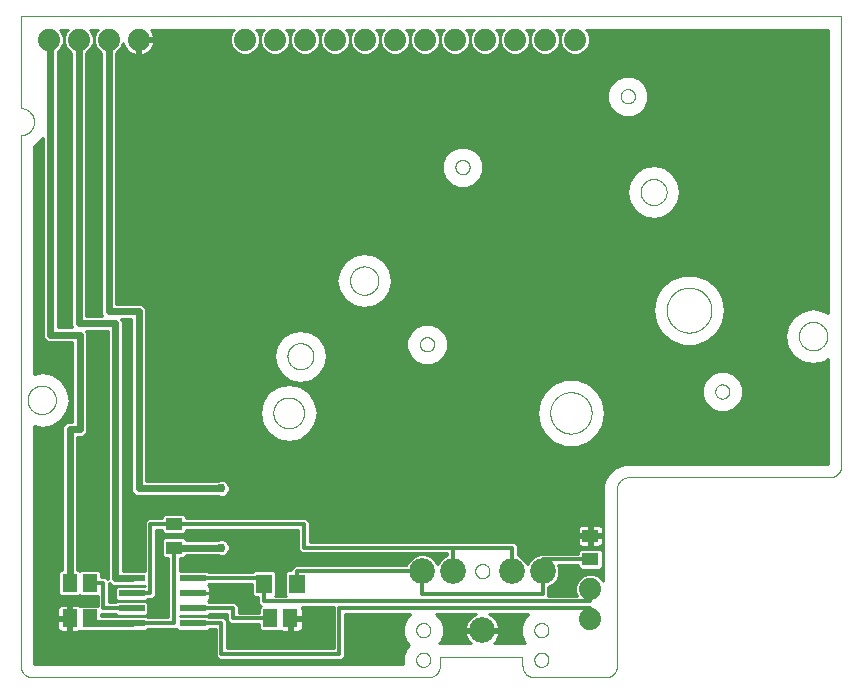
<source format=gbl>
G75*
%MOIN*%
%OFA0B0*%
%FSLAX25Y25*%
%IPPOS*%
%LPD*%
%AMOC8*
5,1,8,0,0,1.08239X$1,22.5*
%
%ADD10C,0.00000*%
%ADD11C,0.00039*%
%ADD12R,0.08661X0.02362*%
%ADD13R,0.05118X0.05906*%
%ADD14C,0.07400*%
%ADD15R,0.05512X0.06299*%
%ADD16R,0.05512X0.04331*%
%ADD17C,0.08600*%
%ADD18C,0.01000*%
%ADD19C,0.02978*%
%ADD20C,0.02400*%
%ADD21C,0.01200*%
D10*
X0020725Y0015180D02*
X0020725Y0191951D01*
X0020858Y0191953D01*
X0020991Y0191959D01*
X0021123Y0191969D01*
X0021256Y0191982D01*
X0021387Y0192000D01*
X0021519Y0192021D01*
X0021649Y0192046D01*
X0021779Y0192075D01*
X0021908Y0192108D01*
X0022035Y0192145D01*
X0022162Y0192185D01*
X0022288Y0192229D01*
X0022412Y0192277D01*
X0022534Y0192328D01*
X0022655Y0192383D01*
X0022775Y0192442D01*
X0022892Y0192503D01*
X0023008Y0192569D01*
X0023122Y0192637D01*
X0023234Y0192709D01*
X0023343Y0192785D01*
X0023451Y0192863D01*
X0023556Y0192945D01*
X0023658Y0193029D01*
X0023758Y0193117D01*
X0023856Y0193207D01*
X0023950Y0193301D01*
X0024042Y0193397D01*
X0024131Y0193496D01*
X0024217Y0193597D01*
X0024300Y0193701D01*
X0024380Y0193807D01*
X0024457Y0193915D01*
X0024531Y0194026D01*
X0024601Y0194139D01*
X0024668Y0194253D01*
X0024732Y0194370D01*
X0024792Y0194489D01*
X0024849Y0194609D01*
X0024902Y0194731D01*
X0024951Y0194854D01*
X0024997Y0194979D01*
X0025040Y0195105D01*
X0025078Y0195232D01*
X0025113Y0195361D01*
X0025144Y0195490D01*
X0025171Y0195620D01*
X0025194Y0195751D01*
X0025214Y0195882D01*
X0025229Y0196015D01*
X0025241Y0196147D01*
X0025249Y0196280D01*
X0025253Y0196413D01*
X0025253Y0196545D01*
X0025249Y0196678D01*
X0025241Y0196811D01*
X0025229Y0196943D01*
X0025214Y0197076D01*
X0025194Y0197207D01*
X0025171Y0197338D01*
X0025144Y0197468D01*
X0025113Y0197597D01*
X0025078Y0197726D01*
X0025040Y0197853D01*
X0024997Y0197979D01*
X0024951Y0198104D01*
X0024902Y0198227D01*
X0024849Y0198349D01*
X0024792Y0198469D01*
X0024732Y0198588D01*
X0024668Y0198705D01*
X0024601Y0198819D01*
X0024531Y0198932D01*
X0024457Y0199043D01*
X0024380Y0199151D01*
X0024300Y0199257D01*
X0024217Y0199361D01*
X0024131Y0199462D01*
X0024042Y0199561D01*
X0023950Y0199657D01*
X0023856Y0199751D01*
X0023758Y0199841D01*
X0023658Y0199929D01*
X0023556Y0200013D01*
X0023451Y0200095D01*
X0023343Y0200173D01*
X0023234Y0200249D01*
X0023122Y0200321D01*
X0023008Y0200389D01*
X0022892Y0200455D01*
X0022775Y0200516D01*
X0022655Y0200575D01*
X0022534Y0200630D01*
X0022412Y0200681D01*
X0022288Y0200729D01*
X0022162Y0200773D01*
X0022035Y0200813D01*
X0021908Y0200850D01*
X0021779Y0200883D01*
X0021649Y0200912D01*
X0021519Y0200937D01*
X0021387Y0200958D01*
X0021256Y0200976D01*
X0021123Y0200989D01*
X0020991Y0200999D01*
X0020858Y0201005D01*
X0020725Y0201007D01*
X0020725Y0201006D02*
X0020725Y0231715D01*
X0294347Y0231715D01*
X0294347Y0081912D01*
X0294345Y0081788D01*
X0294339Y0081665D01*
X0294330Y0081541D01*
X0294316Y0081419D01*
X0294299Y0081296D01*
X0294277Y0081174D01*
X0294252Y0081053D01*
X0294223Y0080933D01*
X0294191Y0080814D01*
X0294154Y0080695D01*
X0294114Y0080578D01*
X0294071Y0080463D01*
X0294023Y0080348D01*
X0293972Y0080236D01*
X0293918Y0080125D01*
X0293860Y0080015D01*
X0293799Y0079908D01*
X0293734Y0079802D01*
X0293666Y0079699D01*
X0293595Y0079598D01*
X0293521Y0079499D01*
X0293444Y0079402D01*
X0293363Y0079308D01*
X0293280Y0079217D01*
X0293194Y0079128D01*
X0293105Y0079042D01*
X0293014Y0078959D01*
X0292920Y0078878D01*
X0292823Y0078801D01*
X0292724Y0078727D01*
X0292623Y0078656D01*
X0292520Y0078588D01*
X0292414Y0078523D01*
X0292307Y0078462D01*
X0292197Y0078404D01*
X0292086Y0078350D01*
X0291974Y0078299D01*
X0291859Y0078251D01*
X0291744Y0078208D01*
X0291627Y0078168D01*
X0291508Y0078131D01*
X0291389Y0078099D01*
X0291269Y0078070D01*
X0291148Y0078045D01*
X0291026Y0078023D01*
X0290903Y0078006D01*
X0290781Y0077992D01*
X0290657Y0077983D01*
X0290534Y0077977D01*
X0290410Y0077975D01*
X0223481Y0077975D01*
X0223357Y0077973D01*
X0223234Y0077967D01*
X0223110Y0077958D01*
X0222988Y0077944D01*
X0222865Y0077927D01*
X0222743Y0077905D01*
X0222622Y0077880D01*
X0222502Y0077851D01*
X0222383Y0077819D01*
X0222264Y0077782D01*
X0222147Y0077742D01*
X0222032Y0077699D01*
X0221917Y0077651D01*
X0221805Y0077600D01*
X0221694Y0077546D01*
X0221584Y0077488D01*
X0221477Y0077427D01*
X0221371Y0077362D01*
X0221268Y0077294D01*
X0221167Y0077223D01*
X0221068Y0077149D01*
X0220971Y0077072D01*
X0220877Y0076991D01*
X0220786Y0076908D01*
X0220697Y0076822D01*
X0220611Y0076733D01*
X0220528Y0076642D01*
X0220447Y0076548D01*
X0220370Y0076451D01*
X0220296Y0076352D01*
X0220225Y0076251D01*
X0220157Y0076148D01*
X0220092Y0076042D01*
X0220031Y0075935D01*
X0219973Y0075825D01*
X0219919Y0075714D01*
X0219868Y0075602D01*
X0219820Y0075487D01*
X0219777Y0075372D01*
X0219737Y0075255D01*
X0219700Y0075136D01*
X0219668Y0075017D01*
X0219639Y0074897D01*
X0219614Y0074776D01*
X0219592Y0074654D01*
X0219575Y0074531D01*
X0219561Y0074409D01*
X0219552Y0074285D01*
X0219546Y0074162D01*
X0219544Y0074038D01*
X0219544Y0015180D01*
X0219542Y0015056D01*
X0219536Y0014933D01*
X0219527Y0014809D01*
X0219513Y0014687D01*
X0219496Y0014564D01*
X0219474Y0014442D01*
X0219449Y0014321D01*
X0219420Y0014201D01*
X0219388Y0014082D01*
X0219351Y0013963D01*
X0219311Y0013846D01*
X0219268Y0013731D01*
X0219220Y0013616D01*
X0219169Y0013504D01*
X0219115Y0013393D01*
X0219057Y0013283D01*
X0218996Y0013176D01*
X0218931Y0013070D01*
X0218863Y0012967D01*
X0218792Y0012866D01*
X0218718Y0012767D01*
X0218641Y0012670D01*
X0218560Y0012576D01*
X0218477Y0012485D01*
X0218391Y0012396D01*
X0218302Y0012310D01*
X0218211Y0012227D01*
X0218117Y0012146D01*
X0218020Y0012069D01*
X0217921Y0011995D01*
X0217820Y0011924D01*
X0217717Y0011856D01*
X0217611Y0011791D01*
X0217504Y0011730D01*
X0217394Y0011672D01*
X0217283Y0011618D01*
X0217171Y0011567D01*
X0217056Y0011519D01*
X0216941Y0011476D01*
X0216824Y0011436D01*
X0216705Y0011399D01*
X0216586Y0011367D01*
X0216466Y0011338D01*
X0216345Y0011313D01*
X0216223Y0011291D01*
X0216100Y0011274D01*
X0215978Y0011260D01*
X0215854Y0011251D01*
X0215731Y0011245D01*
X0215607Y0011243D01*
X0191985Y0011243D01*
X0191861Y0011245D01*
X0191738Y0011251D01*
X0191614Y0011260D01*
X0191492Y0011274D01*
X0191369Y0011291D01*
X0191247Y0011313D01*
X0191126Y0011338D01*
X0191006Y0011367D01*
X0190887Y0011399D01*
X0190768Y0011436D01*
X0190651Y0011476D01*
X0190536Y0011519D01*
X0190421Y0011567D01*
X0190309Y0011618D01*
X0190198Y0011672D01*
X0190088Y0011730D01*
X0189981Y0011791D01*
X0189875Y0011856D01*
X0189772Y0011924D01*
X0189671Y0011995D01*
X0189572Y0012069D01*
X0189475Y0012146D01*
X0189381Y0012227D01*
X0189290Y0012310D01*
X0189201Y0012396D01*
X0189115Y0012485D01*
X0189032Y0012576D01*
X0188951Y0012670D01*
X0188874Y0012767D01*
X0188800Y0012866D01*
X0188729Y0012967D01*
X0188661Y0013070D01*
X0188596Y0013176D01*
X0188535Y0013283D01*
X0188477Y0013393D01*
X0188423Y0013504D01*
X0188372Y0013616D01*
X0188324Y0013731D01*
X0188281Y0013846D01*
X0188241Y0013963D01*
X0188204Y0014082D01*
X0188172Y0014201D01*
X0188143Y0014321D01*
X0188118Y0014442D01*
X0188096Y0014564D01*
X0188079Y0014687D01*
X0188065Y0014809D01*
X0188056Y0014933D01*
X0188050Y0015056D01*
X0188048Y0015180D01*
X0188048Y0018132D01*
X0160489Y0018132D01*
X0160489Y0015180D01*
X0160487Y0015056D01*
X0160481Y0014933D01*
X0160472Y0014809D01*
X0160458Y0014687D01*
X0160441Y0014564D01*
X0160419Y0014442D01*
X0160394Y0014321D01*
X0160365Y0014201D01*
X0160333Y0014082D01*
X0160296Y0013963D01*
X0160256Y0013846D01*
X0160213Y0013731D01*
X0160165Y0013616D01*
X0160114Y0013504D01*
X0160060Y0013393D01*
X0160002Y0013283D01*
X0159941Y0013176D01*
X0159876Y0013070D01*
X0159808Y0012967D01*
X0159737Y0012866D01*
X0159663Y0012767D01*
X0159586Y0012670D01*
X0159505Y0012576D01*
X0159422Y0012485D01*
X0159336Y0012396D01*
X0159247Y0012310D01*
X0159156Y0012227D01*
X0159062Y0012146D01*
X0158965Y0012069D01*
X0158866Y0011995D01*
X0158765Y0011924D01*
X0158662Y0011856D01*
X0158556Y0011791D01*
X0158449Y0011730D01*
X0158339Y0011672D01*
X0158228Y0011618D01*
X0158116Y0011567D01*
X0158001Y0011519D01*
X0157886Y0011476D01*
X0157769Y0011436D01*
X0157650Y0011399D01*
X0157531Y0011367D01*
X0157411Y0011338D01*
X0157290Y0011313D01*
X0157168Y0011291D01*
X0157045Y0011274D01*
X0156923Y0011260D01*
X0156799Y0011251D01*
X0156676Y0011245D01*
X0156552Y0011243D01*
X0024662Y0011243D01*
X0024538Y0011245D01*
X0024415Y0011251D01*
X0024291Y0011260D01*
X0024169Y0011274D01*
X0024046Y0011291D01*
X0023924Y0011313D01*
X0023803Y0011338D01*
X0023683Y0011367D01*
X0023564Y0011399D01*
X0023445Y0011436D01*
X0023328Y0011476D01*
X0023213Y0011519D01*
X0023098Y0011567D01*
X0022986Y0011618D01*
X0022875Y0011672D01*
X0022765Y0011730D01*
X0022658Y0011791D01*
X0022552Y0011856D01*
X0022449Y0011924D01*
X0022348Y0011995D01*
X0022249Y0012069D01*
X0022152Y0012146D01*
X0022058Y0012227D01*
X0021967Y0012310D01*
X0021878Y0012396D01*
X0021792Y0012485D01*
X0021709Y0012576D01*
X0021628Y0012670D01*
X0021551Y0012767D01*
X0021477Y0012866D01*
X0021406Y0012967D01*
X0021338Y0013070D01*
X0021273Y0013176D01*
X0021212Y0013283D01*
X0021154Y0013393D01*
X0021100Y0013504D01*
X0021049Y0013616D01*
X0021001Y0013731D01*
X0020958Y0013846D01*
X0020918Y0013963D01*
X0020881Y0014082D01*
X0020849Y0014201D01*
X0020820Y0014321D01*
X0020795Y0014442D01*
X0020773Y0014564D01*
X0020756Y0014687D01*
X0020742Y0014809D01*
X0020733Y0014933D01*
X0020727Y0015056D01*
X0020725Y0015180D01*
X0152615Y0017148D02*
X0152617Y0017245D01*
X0152623Y0017342D01*
X0152633Y0017438D01*
X0152647Y0017534D01*
X0152665Y0017630D01*
X0152686Y0017724D01*
X0152712Y0017818D01*
X0152741Y0017910D01*
X0152775Y0018001D01*
X0152811Y0018091D01*
X0152852Y0018179D01*
X0152896Y0018265D01*
X0152944Y0018350D01*
X0152995Y0018432D01*
X0153049Y0018513D01*
X0153107Y0018591D01*
X0153168Y0018666D01*
X0153231Y0018739D01*
X0153298Y0018810D01*
X0153368Y0018877D01*
X0153440Y0018942D01*
X0153515Y0019003D01*
X0153593Y0019062D01*
X0153672Y0019117D01*
X0153754Y0019169D01*
X0153838Y0019217D01*
X0153924Y0019262D01*
X0154012Y0019304D01*
X0154101Y0019342D01*
X0154192Y0019376D01*
X0154284Y0019406D01*
X0154377Y0019433D01*
X0154472Y0019455D01*
X0154567Y0019474D01*
X0154663Y0019489D01*
X0154759Y0019500D01*
X0154856Y0019507D01*
X0154953Y0019510D01*
X0155050Y0019509D01*
X0155147Y0019504D01*
X0155243Y0019495D01*
X0155339Y0019482D01*
X0155435Y0019465D01*
X0155530Y0019444D01*
X0155623Y0019420D01*
X0155716Y0019391D01*
X0155808Y0019359D01*
X0155898Y0019323D01*
X0155986Y0019284D01*
X0156073Y0019240D01*
X0156158Y0019194D01*
X0156241Y0019143D01*
X0156322Y0019090D01*
X0156400Y0019033D01*
X0156477Y0018973D01*
X0156550Y0018910D01*
X0156621Y0018844D01*
X0156689Y0018775D01*
X0156755Y0018703D01*
X0156817Y0018629D01*
X0156876Y0018552D01*
X0156932Y0018473D01*
X0156985Y0018391D01*
X0157035Y0018308D01*
X0157080Y0018222D01*
X0157123Y0018135D01*
X0157162Y0018046D01*
X0157197Y0017956D01*
X0157228Y0017864D01*
X0157255Y0017771D01*
X0157279Y0017677D01*
X0157299Y0017582D01*
X0157315Y0017486D01*
X0157327Y0017390D01*
X0157335Y0017293D01*
X0157339Y0017196D01*
X0157339Y0017100D01*
X0157335Y0017003D01*
X0157327Y0016906D01*
X0157315Y0016810D01*
X0157299Y0016714D01*
X0157279Y0016619D01*
X0157255Y0016525D01*
X0157228Y0016432D01*
X0157197Y0016340D01*
X0157162Y0016250D01*
X0157123Y0016161D01*
X0157080Y0016074D01*
X0157035Y0015988D01*
X0156985Y0015905D01*
X0156932Y0015823D01*
X0156876Y0015744D01*
X0156817Y0015667D01*
X0156755Y0015593D01*
X0156689Y0015521D01*
X0156621Y0015452D01*
X0156550Y0015386D01*
X0156477Y0015323D01*
X0156400Y0015263D01*
X0156322Y0015206D01*
X0156241Y0015153D01*
X0156158Y0015102D01*
X0156073Y0015056D01*
X0155986Y0015012D01*
X0155898Y0014973D01*
X0155808Y0014937D01*
X0155716Y0014905D01*
X0155623Y0014876D01*
X0155530Y0014852D01*
X0155435Y0014831D01*
X0155339Y0014814D01*
X0155243Y0014801D01*
X0155147Y0014792D01*
X0155050Y0014787D01*
X0154953Y0014786D01*
X0154856Y0014789D01*
X0154759Y0014796D01*
X0154663Y0014807D01*
X0154567Y0014822D01*
X0154472Y0014841D01*
X0154377Y0014863D01*
X0154284Y0014890D01*
X0154192Y0014920D01*
X0154101Y0014954D01*
X0154012Y0014992D01*
X0153924Y0015034D01*
X0153838Y0015079D01*
X0153754Y0015127D01*
X0153672Y0015179D01*
X0153593Y0015234D01*
X0153515Y0015293D01*
X0153440Y0015354D01*
X0153368Y0015419D01*
X0153298Y0015486D01*
X0153231Y0015557D01*
X0153168Y0015630D01*
X0153107Y0015705D01*
X0153049Y0015783D01*
X0152995Y0015864D01*
X0152944Y0015946D01*
X0152896Y0016031D01*
X0152852Y0016117D01*
X0152811Y0016205D01*
X0152775Y0016295D01*
X0152741Y0016386D01*
X0152712Y0016478D01*
X0152686Y0016572D01*
X0152665Y0016666D01*
X0152647Y0016762D01*
X0152633Y0016858D01*
X0152623Y0016954D01*
X0152617Y0017051D01*
X0152615Y0017148D01*
X0152615Y0026991D02*
X0152617Y0027088D01*
X0152623Y0027185D01*
X0152633Y0027281D01*
X0152647Y0027377D01*
X0152665Y0027473D01*
X0152686Y0027567D01*
X0152712Y0027661D01*
X0152741Y0027753D01*
X0152775Y0027844D01*
X0152811Y0027934D01*
X0152852Y0028022D01*
X0152896Y0028108D01*
X0152944Y0028193D01*
X0152995Y0028275D01*
X0153049Y0028356D01*
X0153107Y0028434D01*
X0153168Y0028509D01*
X0153231Y0028582D01*
X0153298Y0028653D01*
X0153368Y0028720D01*
X0153440Y0028785D01*
X0153515Y0028846D01*
X0153593Y0028905D01*
X0153672Y0028960D01*
X0153754Y0029012D01*
X0153838Y0029060D01*
X0153924Y0029105D01*
X0154012Y0029147D01*
X0154101Y0029185D01*
X0154192Y0029219D01*
X0154284Y0029249D01*
X0154377Y0029276D01*
X0154472Y0029298D01*
X0154567Y0029317D01*
X0154663Y0029332D01*
X0154759Y0029343D01*
X0154856Y0029350D01*
X0154953Y0029353D01*
X0155050Y0029352D01*
X0155147Y0029347D01*
X0155243Y0029338D01*
X0155339Y0029325D01*
X0155435Y0029308D01*
X0155530Y0029287D01*
X0155623Y0029263D01*
X0155716Y0029234D01*
X0155808Y0029202D01*
X0155898Y0029166D01*
X0155986Y0029127D01*
X0156073Y0029083D01*
X0156158Y0029037D01*
X0156241Y0028986D01*
X0156322Y0028933D01*
X0156400Y0028876D01*
X0156477Y0028816D01*
X0156550Y0028753D01*
X0156621Y0028687D01*
X0156689Y0028618D01*
X0156755Y0028546D01*
X0156817Y0028472D01*
X0156876Y0028395D01*
X0156932Y0028316D01*
X0156985Y0028234D01*
X0157035Y0028151D01*
X0157080Y0028065D01*
X0157123Y0027978D01*
X0157162Y0027889D01*
X0157197Y0027799D01*
X0157228Y0027707D01*
X0157255Y0027614D01*
X0157279Y0027520D01*
X0157299Y0027425D01*
X0157315Y0027329D01*
X0157327Y0027233D01*
X0157335Y0027136D01*
X0157339Y0027039D01*
X0157339Y0026943D01*
X0157335Y0026846D01*
X0157327Y0026749D01*
X0157315Y0026653D01*
X0157299Y0026557D01*
X0157279Y0026462D01*
X0157255Y0026368D01*
X0157228Y0026275D01*
X0157197Y0026183D01*
X0157162Y0026093D01*
X0157123Y0026004D01*
X0157080Y0025917D01*
X0157035Y0025831D01*
X0156985Y0025748D01*
X0156932Y0025666D01*
X0156876Y0025587D01*
X0156817Y0025510D01*
X0156755Y0025436D01*
X0156689Y0025364D01*
X0156621Y0025295D01*
X0156550Y0025229D01*
X0156477Y0025166D01*
X0156400Y0025106D01*
X0156322Y0025049D01*
X0156241Y0024996D01*
X0156158Y0024945D01*
X0156073Y0024899D01*
X0155986Y0024855D01*
X0155898Y0024816D01*
X0155808Y0024780D01*
X0155716Y0024748D01*
X0155623Y0024719D01*
X0155530Y0024695D01*
X0155435Y0024674D01*
X0155339Y0024657D01*
X0155243Y0024644D01*
X0155147Y0024635D01*
X0155050Y0024630D01*
X0154953Y0024629D01*
X0154856Y0024632D01*
X0154759Y0024639D01*
X0154663Y0024650D01*
X0154567Y0024665D01*
X0154472Y0024684D01*
X0154377Y0024706D01*
X0154284Y0024733D01*
X0154192Y0024763D01*
X0154101Y0024797D01*
X0154012Y0024835D01*
X0153924Y0024877D01*
X0153838Y0024922D01*
X0153754Y0024970D01*
X0153672Y0025022D01*
X0153593Y0025077D01*
X0153515Y0025136D01*
X0153440Y0025197D01*
X0153368Y0025262D01*
X0153298Y0025329D01*
X0153231Y0025400D01*
X0153168Y0025473D01*
X0153107Y0025548D01*
X0153049Y0025626D01*
X0152995Y0025707D01*
X0152944Y0025789D01*
X0152896Y0025874D01*
X0152852Y0025960D01*
X0152811Y0026048D01*
X0152775Y0026138D01*
X0152741Y0026229D01*
X0152712Y0026321D01*
X0152686Y0026415D01*
X0152665Y0026509D01*
X0152647Y0026605D01*
X0152633Y0026701D01*
X0152623Y0026797D01*
X0152617Y0026894D01*
X0152615Y0026991D01*
X0172300Y0046676D02*
X0172302Y0046773D01*
X0172308Y0046870D01*
X0172318Y0046966D01*
X0172332Y0047062D01*
X0172350Y0047158D01*
X0172371Y0047252D01*
X0172397Y0047346D01*
X0172426Y0047438D01*
X0172460Y0047529D01*
X0172496Y0047619D01*
X0172537Y0047707D01*
X0172581Y0047793D01*
X0172629Y0047878D01*
X0172680Y0047960D01*
X0172734Y0048041D01*
X0172792Y0048119D01*
X0172853Y0048194D01*
X0172916Y0048267D01*
X0172983Y0048338D01*
X0173053Y0048405D01*
X0173125Y0048470D01*
X0173200Y0048531D01*
X0173278Y0048590D01*
X0173357Y0048645D01*
X0173439Y0048697D01*
X0173523Y0048745D01*
X0173609Y0048790D01*
X0173697Y0048832D01*
X0173786Y0048870D01*
X0173877Y0048904D01*
X0173969Y0048934D01*
X0174062Y0048961D01*
X0174157Y0048983D01*
X0174252Y0049002D01*
X0174348Y0049017D01*
X0174444Y0049028D01*
X0174541Y0049035D01*
X0174638Y0049038D01*
X0174735Y0049037D01*
X0174832Y0049032D01*
X0174928Y0049023D01*
X0175024Y0049010D01*
X0175120Y0048993D01*
X0175215Y0048972D01*
X0175308Y0048948D01*
X0175401Y0048919D01*
X0175493Y0048887D01*
X0175583Y0048851D01*
X0175671Y0048812D01*
X0175758Y0048768D01*
X0175843Y0048722D01*
X0175926Y0048671D01*
X0176007Y0048618D01*
X0176085Y0048561D01*
X0176162Y0048501D01*
X0176235Y0048438D01*
X0176306Y0048372D01*
X0176374Y0048303D01*
X0176440Y0048231D01*
X0176502Y0048157D01*
X0176561Y0048080D01*
X0176617Y0048001D01*
X0176670Y0047919D01*
X0176720Y0047836D01*
X0176765Y0047750D01*
X0176808Y0047663D01*
X0176847Y0047574D01*
X0176882Y0047484D01*
X0176913Y0047392D01*
X0176940Y0047299D01*
X0176964Y0047205D01*
X0176984Y0047110D01*
X0177000Y0047014D01*
X0177012Y0046918D01*
X0177020Y0046821D01*
X0177024Y0046724D01*
X0177024Y0046628D01*
X0177020Y0046531D01*
X0177012Y0046434D01*
X0177000Y0046338D01*
X0176984Y0046242D01*
X0176964Y0046147D01*
X0176940Y0046053D01*
X0176913Y0045960D01*
X0176882Y0045868D01*
X0176847Y0045778D01*
X0176808Y0045689D01*
X0176765Y0045602D01*
X0176720Y0045516D01*
X0176670Y0045433D01*
X0176617Y0045351D01*
X0176561Y0045272D01*
X0176502Y0045195D01*
X0176440Y0045121D01*
X0176374Y0045049D01*
X0176306Y0044980D01*
X0176235Y0044914D01*
X0176162Y0044851D01*
X0176085Y0044791D01*
X0176007Y0044734D01*
X0175926Y0044681D01*
X0175843Y0044630D01*
X0175758Y0044584D01*
X0175671Y0044540D01*
X0175583Y0044501D01*
X0175493Y0044465D01*
X0175401Y0044433D01*
X0175308Y0044404D01*
X0175215Y0044380D01*
X0175120Y0044359D01*
X0175024Y0044342D01*
X0174928Y0044329D01*
X0174832Y0044320D01*
X0174735Y0044315D01*
X0174638Y0044314D01*
X0174541Y0044317D01*
X0174444Y0044324D01*
X0174348Y0044335D01*
X0174252Y0044350D01*
X0174157Y0044369D01*
X0174062Y0044391D01*
X0173969Y0044418D01*
X0173877Y0044448D01*
X0173786Y0044482D01*
X0173697Y0044520D01*
X0173609Y0044562D01*
X0173523Y0044607D01*
X0173439Y0044655D01*
X0173357Y0044707D01*
X0173278Y0044762D01*
X0173200Y0044821D01*
X0173125Y0044882D01*
X0173053Y0044947D01*
X0172983Y0045014D01*
X0172916Y0045085D01*
X0172853Y0045158D01*
X0172792Y0045233D01*
X0172734Y0045311D01*
X0172680Y0045392D01*
X0172629Y0045474D01*
X0172581Y0045559D01*
X0172537Y0045645D01*
X0172496Y0045733D01*
X0172460Y0045823D01*
X0172426Y0045914D01*
X0172397Y0046006D01*
X0172371Y0046100D01*
X0172350Y0046194D01*
X0172332Y0046290D01*
X0172318Y0046386D01*
X0172308Y0046482D01*
X0172302Y0046579D01*
X0172300Y0046676D01*
X0191985Y0026991D02*
X0191987Y0027088D01*
X0191993Y0027185D01*
X0192003Y0027281D01*
X0192017Y0027377D01*
X0192035Y0027473D01*
X0192056Y0027567D01*
X0192082Y0027661D01*
X0192111Y0027753D01*
X0192145Y0027844D01*
X0192181Y0027934D01*
X0192222Y0028022D01*
X0192266Y0028108D01*
X0192314Y0028193D01*
X0192365Y0028275D01*
X0192419Y0028356D01*
X0192477Y0028434D01*
X0192538Y0028509D01*
X0192601Y0028582D01*
X0192668Y0028653D01*
X0192738Y0028720D01*
X0192810Y0028785D01*
X0192885Y0028846D01*
X0192963Y0028905D01*
X0193042Y0028960D01*
X0193124Y0029012D01*
X0193208Y0029060D01*
X0193294Y0029105D01*
X0193382Y0029147D01*
X0193471Y0029185D01*
X0193562Y0029219D01*
X0193654Y0029249D01*
X0193747Y0029276D01*
X0193842Y0029298D01*
X0193937Y0029317D01*
X0194033Y0029332D01*
X0194129Y0029343D01*
X0194226Y0029350D01*
X0194323Y0029353D01*
X0194420Y0029352D01*
X0194517Y0029347D01*
X0194613Y0029338D01*
X0194709Y0029325D01*
X0194805Y0029308D01*
X0194900Y0029287D01*
X0194993Y0029263D01*
X0195086Y0029234D01*
X0195178Y0029202D01*
X0195268Y0029166D01*
X0195356Y0029127D01*
X0195443Y0029083D01*
X0195528Y0029037D01*
X0195611Y0028986D01*
X0195692Y0028933D01*
X0195770Y0028876D01*
X0195847Y0028816D01*
X0195920Y0028753D01*
X0195991Y0028687D01*
X0196059Y0028618D01*
X0196125Y0028546D01*
X0196187Y0028472D01*
X0196246Y0028395D01*
X0196302Y0028316D01*
X0196355Y0028234D01*
X0196405Y0028151D01*
X0196450Y0028065D01*
X0196493Y0027978D01*
X0196532Y0027889D01*
X0196567Y0027799D01*
X0196598Y0027707D01*
X0196625Y0027614D01*
X0196649Y0027520D01*
X0196669Y0027425D01*
X0196685Y0027329D01*
X0196697Y0027233D01*
X0196705Y0027136D01*
X0196709Y0027039D01*
X0196709Y0026943D01*
X0196705Y0026846D01*
X0196697Y0026749D01*
X0196685Y0026653D01*
X0196669Y0026557D01*
X0196649Y0026462D01*
X0196625Y0026368D01*
X0196598Y0026275D01*
X0196567Y0026183D01*
X0196532Y0026093D01*
X0196493Y0026004D01*
X0196450Y0025917D01*
X0196405Y0025831D01*
X0196355Y0025748D01*
X0196302Y0025666D01*
X0196246Y0025587D01*
X0196187Y0025510D01*
X0196125Y0025436D01*
X0196059Y0025364D01*
X0195991Y0025295D01*
X0195920Y0025229D01*
X0195847Y0025166D01*
X0195770Y0025106D01*
X0195692Y0025049D01*
X0195611Y0024996D01*
X0195528Y0024945D01*
X0195443Y0024899D01*
X0195356Y0024855D01*
X0195268Y0024816D01*
X0195178Y0024780D01*
X0195086Y0024748D01*
X0194993Y0024719D01*
X0194900Y0024695D01*
X0194805Y0024674D01*
X0194709Y0024657D01*
X0194613Y0024644D01*
X0194517Y0024635D01*
X0194420Y0024630D01*
X0194323Y0024629D01*
X0194226Y0024632D01*
X0194129Y0024639D01*
X0194033Y0024650D01*
X0193937Y0024665D01*
X0193842Y0024684D01*
X0193747Y0024706D01*
X0193654Y0024733D01*
X0193562Y0024763D01*
X0193471Y0024797D01*
X0193382Y0024835D01*
X0193294Y0024877D01*
X0193208Y0024922D01*
X0193124Y0024970D01*
X0193042Y0025022D01*
X0192963Y0025077D01*
X0192885Y0025136D01*
X0192810Y0025197D01*
X0192738Y0025262D01*
X0192668Y0025329D01*
X0192601Y0025400D01*
X0192538Y0025473D01*
X0192477Y0025548D01*
X0192419Y0025626D01*
X0192365Y0025707D01*
X0192314Y0025789D01*
X0192266Y0025874D01*
X0192222Y0025960D01*
X0192181Y0026048D01*
X0192145Y0026138D01*
X0192111Y0026229D01*
X0192082Y0026321D01*
X0192056Y0026415D01*
X0192035Y0026509D01*
X0192017Y0026605D01*
X0192003Y0026701D01*
X0191993Y0026797D01*
X0191987Y0026894D01*
X0191985Y0026991D01*
X0191985Y0017148D02*
X0191987Y0017245D01*
X0191993Y0017342D01*
X0192003Y0017438D01*
X0192017Y0017534D01*
X0192035Y0017630D01*
X0192056Y0017724D01*
X0192082Y0017818D01*
X0192111Y0017910D01*
X0192145Y0018001D01*
X0192181Y0018091D01*
X0192222Y0018179D01*
X0192266Y0018265D01*
X0192314Y0018350D01*
X0192365Y0018432D01*
X0192419Y0018513D01*
X0192477Y0018591D01*
X0192538Y0018666D01*
X0192601Y0018739D01*
X0192668Y0018810D01*
X0192738Y0018877D01*
X0192810Y0018942D01*
X0192885Y0019003D01*
X0192963Y0019062D01*
X0193042Y0019117D01*
X0193124Y0019169D01*
X0193208Y0019217D01*
X0193294Y0019262D01*
X0193382Y0019304D01*
X0193471Y0019342D01*
X0193562Y0019376D01*
X0193654Y0019406D01*
X0193747Y0019433D01*
X0193842Y0019455D01*
X0193937Y0019474D01*
X0194033Y0019489D01*
X0194129Y0019500D01*
X0194226Y0019507D01*
X0194323Y0019510D01*
X0194420Y0019509D01*
X0194517Y0019504D01*
X0194613Y0019495D01*
X0194709Y0019482D01*
X0194805Y0019465D01*
X0194900Y0019444D01*
X0194993Y0019420D01*
X0195086Y0019391D01*
X0195178Y0019359D01*
X0195268Y0019323D01*
X0195356Y0019284D01*
X0195443Y0019240D01*
X0195528Y0019194D01*
X0195611Y0019143D01*
X0195692Y0019090D01*
X0195770Y0019033D01*
X0195847Y0018973D01*
X0195920Y0018910D01*
X0195991Y0018844D01*
X0196059Y0018775D01*
X0196125Y0018703D01*
X0196187Y0018629D01*
X0196246Y0018552D01*
X0196302Y0018473D01*
X0196355Y0018391D01*
X0196405Y0018308D01*
X0196450Y0018222D01*
X0196493Y0018135D01*
X0196532Y0018046D01*
X0196567Y0017956D01*
X0196598Y0017864D01*
X0196625Y0017771D01*
X0196649Y0017677D01*
X0196669Y0017582D01*
X0196685Y0017486D01*
X0196697Y0017390D01*
X0196705Y0017293D01*
X0196709Y0017196D01*
X0196709Y0017100D01*
X0196705Y0017003D01*
X0196697Y0016906D01*
X0196685Y0016810D01*
X0196669Y0016714D01*
X0196649Y0016619D01*
X0196625Y0016525D01*
X0196598Y0016432D01*
X0196567Y0016340D01*
X0196532Y0016250D01*
X0196493Y0016161D01*
X0196450Y0016074D01*
X0196405Y0015988D01*
X0196355Y0015905D01*
X0196302Y0015823D01*
X0196246Y0015744D01*
X0196187Y0015667D01*
X0196125Y0015593D01*
X0196059Y0015521D01*
X0195991Y0015452D01*
X0195920Y0015386D01*
X0195847Y0015323D01*
X0195770Y0015263D01*
X0195692Y0015206D01*
X0195611Y0015153D01*
X0195528Y0015102D01*
X0195443Y0015056D01*
X0195356Y0015012D01*
X0195268Y0014973D01*
X0195178Y0014937D01*
X0195086Y0014905D01*
X0194993Y0014876D01*
X0194900Y0014852D01*
X0194805Y0014831D01*
X0194709Y0014814D01*
X0194613Y0014801D01*
X0194517Y0014792D01*
X0194420Y0014787D01*
X0194323Y0014786D01*
X0194226Y0014789D01*
X0194129Y0014796D01*
X0194033Y0014807D01*
X0193937Y0014822D01*
X0193842Y0014841D01*
X0193747Y0014863D01*
X0193654Y0014890D01*
X0193562Y0014920D01*
X0193471Y0014954D01*
X0193382Y0014992D01*
X0193294Y0015034D01*
X0193208Y0015079D01*
X0193124Y0015127D01*
X0193042Y0015179D01*
X0192963Y0015234D01*
X0192885Y0015293D01*
X0192810Y0015354D01*
X0192738Y0015419D01*
X0192668Y0015486D01*
X0192601Y0015557D01*
X0192538Y0015630D01*
X0192477Y0015705D01*
X0192419Y0015783D01*
X0192365Y0015864D01*
X0192314Y0015946D01*
X0192266Y0016031D01*
X0192222Y0016117D01*
X0192181Y0016205D01*
X0192145Y0016295D01*
X0192111Y0016386D01*
X0192082Y0016478D01*
X0192056Y0016572D01*
X0192035Y0016666D01*
X0192017Y0016762D01*
X0192003Y0016858D01*
X0191993Y0016954D01*
X0191987Y0017051D01*
X0191985Y0017148D01*
X0153875Y0122306D02*
X0153877Y0122403D01*
X0153883Y0122500D01*
X0153893Y0122596D01*
X0153907Y0122692D01*
X0153925Y0122788D01*
X0153946Y0122882D01*
X0153972Y0122976D01*
X0154001Y0123068D01*
X0154035Y0123159D01*
X0154071Y0123249D01*
X0154112Y0123337D01*
X0154156Y0123423D01*
X0154204Y0123508D01*
X0154255Y0123590D01*
X0154309Y0123671D01*
X0154367Y0123749D01*
X0154428Y0123824D01*
X0154491Y0123897D01*
X0154558Y0123968D01*
X0154628Y0124035D01*
X0154700Y0124100D01*
X0154775Y0124161D01*
X0154853Y0124220D01*
X0154932Y0124275D01*
X0155014Y0124327D01*
X0155098Y0124375D01*
X0155184Y0124420D01*
X0155272Y0124462D01*
X0155361Y0124500D01*
X0155452Y0124534D01*
X0155544Y0124564D01*
X0155637Y0124591D01*
X0155732Y0124613D01*
X0155827Y0124632D01*
X0155923Y0124647D01*
X0156019Y0124658D01*
X0156116Y0124665D01*
X0156213Y0124668D01*
X0156310Y0124667D01*
X0156407Y0124662D01*
X0156503Y0124653D01*
X0156599Y0124640D01*
X0156695Y0124623D01*
X0156790Y0124602D01*
X0156883Y0124578D01*
X0156976Y0124549D01*
X0157068Y0124517D01*
X0157158Y0124481D01*
X0157246Y0124442D01*
X0157333Y0124398D01*
X0157418Y0124352D01*
X0157501Y0124301D01*
X0157582Y0124248D01*
X0157660Y0124191D01*
X0157737Y0124131D01*
X0157810Y0124068D01*
X0157881Y0124002D01*
X0157949Y0123933D01*
X0158015Y0123861D01*
X0158077Y0123787D01*
X0158136Y0123710D01*
X0158192Y0123631D01*
X0158245Y0123549D01*
X0158295Y0123466D01*
X0158340Y0123380D01*
X0158383Y0123293D01*
X0158422Y0123204D01*
X0158457Y0123114D01*
X0158488Y0123022D01*
X0158515Y0122929D01*
X0158539Y0122835D01*
X0158559Y0122740D01*
X0158575Y0122644D01*
X0158587Y0122548D01*
X0158595Y0122451D01*
X0158599Y0122354D01*
X0158599Y0122258D01*
X0158595Y0122161D01*
X0158587Y0122064D01*
X0158575Y0121968D01*
X0158559Y0121872D01*
X0158539Y0121777D01*
X0158515Y0121683D01*
X0158488Y0121590D01*
X0158457Y0121498D01*
X0158422Y0121408D01*
X0158383Y0121319D01*
X0158340Y0121232D01*
X0158295Y0121146D01*
X0158245Y0121063D01*
X0158192Y0120981D01*
X0158136Y0120902D01*
X0158077Y0120825D01*
X0158015Y0120751D01*
X0157949Y0120679D01*
X0157881Y0120610D01*
X0157810Y0120544D01*
X0157737Y0120481D01*
X0157660Y0120421D01*
X0157582Y0120364D01*
X0157501Y0120311D01*
X0157418Y0120260D01*
X0157333Y0120214D01*
X0157246Y0120170D01*
X0157158Y0120131D01*
X0157068Y0120095D01*
X0156976Y0120063D01*
X0156883Y0120034D01*
X0156790Y0120010D01*
X0156695Y0119989D01*
X0156599Y0119972D01*
X0156503Y0119959D01*
X0156407Y0119950D01*
X0156310Y0119945D01*
X0156213Y0119944D01*
X0156116Y0119947D01*
X0156019Y0119954D01*
X0155923Y0119965D01*
X0155827Y0119980D01*
X0155732Y0119999D01*
X0155637Y0120021D01*
X0155544Y0120048D01*
X0155452Y0120078D01*
X0155361Y0120112D01*
X0155272Y0120150D01*
X0155184Y0120192D01*
X0155098Y0120237D01*
X0155014Y0120285D01*
X0154932Y0120337D01*
X0154853Y0120392D01*
X0154775Y0120451D01*
X0154700Y0120512D01*
X0154628Y0120577D01*
X0154558Y0120644D01*
X0154491Y0120715D01*
X0154428Y0120788D01*
X0154367Y0120863D01*
X0154309Y0120941D01*
X0154255Y0121022D01*
X0154204Y0121104D01*
X0154156Y0121189D01*
X0154112Y0121275D01*
X0154071Y0121363D01*
X0154035Y0121453D01*
X0154001Y0121544D01*
X0153972Y0121636D01*
X0153946Y0121730D01*
X0153925Y0121824D01*
X0153907Y0121920D01*
X0153893Y0122016D01*
X0153883Y0122112D01*
X0153877Y0122209D01*
X0153875Y0122306D01*
X0165686Y0181361D02*
X0165688Y0181458D01*
X0165694Y0181555D01*
X0165704Y0181651D01*
X0165718Y0181747D01*
X0165736Y0181843D01*
X0165757Y0181937D01*
X0165783Y0182031D01*
X0165812Y0182123D01*
X0165846Y0182214D01*
X0165882Y0182304D01*
X0165923Y0182392D01*
X0165967Y0182478D01*
X0166015Y0182563D01*
X0166066Y0182645D01*
X0166120Y0182726D01*
X0166178Y0182804D01*
X0166239Y0182879D01*
X0166302Y0182952D01*
X0166369Y0183023D01*
X0166439Y0183090D01*
X0166511Y0183155D01*
X0166586Y0183216D01*
X0166664Y0183275D01*
X0166743Y0183330D01*
X0166825Y0183382D01*
X0166909Y0183430D01*
X0166995Y0183475D01*
X0167083Y0183517D01*
X0167172Y0183555D01*
X0167263Y0183589D01*
X0167355Y0183619D01*
X0167448Y0183646D01*
X0167543Y0183668D01*
X0167638Y0183687D01*
X0167734Y0183702D01*
X0167830Y0183713D01*
X0167927Y0183720D01*
X0168024Y0183723D01*
X0168121Y0183722D01*
X0168218Y0183717D01*
X0168314Y0183708D01*
X0168410Y0183695D01*
X0168506Y0183678D01*
X0168601Y0183657D01*
X0168694Y0183633D01*
X0168787Y0183604D01*
X0168879Y0183572D01*
X0168969Y0183536D01*
X0169057Y0183497D01*
X0169144Y0183453D01*
X0169229Y0183407D01*
X0169312Y0183356D01*
X0169393Y0183303D01*
X0169471Y0183246D01*
X0169548Y0183186D01*
X0169621Y0183123D01*
X0169692Y0183057D01*
X0169760Y0182988D01*
X0169826Y0182916D01*
X0169888Y0182842D01*
X0169947Y0182765D01*
X0170003Y0182686D01*
X0170056Y0182604D01*
X0170106Y0182521D01*
X0170151Y0182435D01*
X0170194Y0182348D01*
X0170233Y0182259D01*
X0170268Y0182169D01*
X0170299Y0182077D01*
X0170326Y0181984D01*
X0170350Y0181890D01*
X0170370Y0181795D01*
X0170386Y0181699D01*
X0170398Y0181603D01*
X0170406Y0181506D01*
X0170410Y0181409D01*
X0170410Y0181313D01*
X0170406Y0181216D01*
X0170398Y0181119D01*
X0170386Y0181023D01*
X0170370Y0180927D01*
X0170350Y0180832D01*
X0170326Y0180738D01*
X0170299Y0180645D01*
X0170268Y0180553D01*
X0170233Y0180463D01*
X0170194Y0180374D01*
X0170151Y0180287D01*
X0170106Y0180201D01*
X0170056Y0180118D01*
X0170003Y0180036D01*
X0169947Y0179957D01*
X0169888Y0179880D01*
X0169826Y0179806D01*
X0169760Y0179734D01*
X0169692Y0179665D01*
X0169621Y0179599D01*
X0169548Y0179536D01*
X0169471Y0179476D01*
X0169393Y0179419D01*
X0169312Y0179366D01*
X0169229Y0179315D01*
X0169144Y0179269D01*
X0169057Y0179225D01*
X0168969Y0179186D01*
X0168879Y0179150D01*
X0168787Y0179118D01*
X0168694Y0179089D01*
X0168601Y0179065D01*
X0168506Y0179044D01*
X0168410Y0179027D01*
X0168314Y0179014D01*
X0168218Y0179005D01*
X0168121Y0179000D01*
X0168024Y0178999D01*
X0167927Y0179002D01*
X0167830Y0179009D01*
X0167734Y0179020D01*
X0167638Y0179035D01*
X0167543Y0179054D01*
X0167448Y0179076D01*
X0167355Y0179103D01*
X0167263Y0179133D01*
X0167172Y0179167D01*
X0167083Y0179205D01*
X0166995Y0179247D01*
X0166909Y0179292D01*
X0166825Y0179340D01*
X0166743Y0179392D01*
X0166664Y0179447D01*
X0166586Y0179506D01*
X0166511Y0179567D01*
X0166439Y0179632D01*
X0166369Y0179699D01*
X0166302Y0179770D01*
X0166239Y0179843D01*
X0166178Y0179918D01*
X0166120Y0179996D01*
X0166066Y0180077D01*
X0166015Y0180159D01*
X0165967Y0180244D01*
X0165923Y0180330D01*
X0165882Y0180418D01*
X0165846Y0180508D01*
X0165812Y0180599D01*
X0165783Y0180691D01*
X0165757Y0180785D01*
X0165736Y0180879D01*
X0165718Y0180975D01*
X0165704Y0181071D01*
X0165694Y0181167D01*
X0165688Y0181264D01*
X0165686Y0181361D01*
X0220804Y0204983D02*
X0220806Y0205080D01*
X0220812Y0205177D01*
X0220822Y0205273D01*
X0220836Y0205369D01*
X0220854Y0205465D01*
X0220875Y0205559D01*
X0220901Y0205653D01*
X0220930Y0205745D01*
X0220964Y0205836D01*
X0221000Y0205926D01*
X0221041Y0206014D01*
X0221085Y0206100D01*
X0221133Y0206185D01*
X0221184Y0206267D01*
X0221238Y0206348D01*
X0221296Y0206426D01*
X0221357Y0206501D01*
X0221420Y0206574D01*
X0221487Y0206645D01*
X0221557Y0206712D01*
X0221629Y0206777D01*
X0221704Y0206838D01*
X0221782Y0206897D01*
X0221861Y0206952D01*
X0221943Y0207004D01*
X0222027Y0207052D01*
X0222113Y0207097D01*
X0222201Y0207139D01*
X0222290Y0207177D01*
X0222381Y0207211D01*
X0222473Y0207241D01*
X0222566Y0207268D01*
X0222661Y0207290D01*
X0222756Y0207309D01*
X0222852Y0207324D01*
X0222948Y0207335D01*
X0223045Y0207342D01*
X0223142Y0207345D01*
X0223239Y0207344D01*
X0223336Y0207339D01*
X0223432Y0207330D01*
X0223528Y0207317D01*
X0223624Y0207300D01*
X0223719Y0207279D01*
X0223812Y0207255D01*
X0223905Y0207226D01*
X0223997Y0207194D01*
X0224087Y0207158D01*
X0224175Y0207119D01*
X0224262Y0207075D01*
X0224347Y0207029D01*
X0224430Y0206978D01*
X0224511Y0206925D01*
X0224589Y0206868D01*
X0224666Y0206808D01*
X0224739Y0206745D01*
X0224810Y0206679D01*
X0224878Y0206610D01*
X0224944Y0206538D01*
X0225006Y0206464D01*
X0225065Y0206387D01*
X0225121Y0206308D01*
X0225174Y0206226D01*
X0225224Y0206143D01*
X0225269Y0206057D01*
X0225312Y0205970D01*
X0225351Y0205881D01*
X0225386Y0205791D01*
X0225417Y0205699D01*
X0225444Y0205606D01*
X0225468Y0205512D01*
X0225488Y0205417D01*
X0225504Y0205321D01*
X0225516Y0205225D01*
X0225524Y0205128D01*
X0225528Y0205031D01*
X0225528Y0204935D01*
X0225524Y0204838D01*
X0225516Y0204741D01*
X0225504Y0204645D01*
X0225488Y0204549D01*
X0225468Y0204454D01*
X0225444Y0204360D01*
X0225417Y0204267D01*
X0225386Y0204175D01*
X0225351Y0204085D01*
X0225312Y0203996D01*
X0225269Y0203909D01*
X0225224Y0203823D01*
X0225174Y0203740D01*
X0225121Y0203658D01*
X0225065Y0203579D01*
X0225006Y0203502D01*
X0224944Y0203428D01*
X0224878Y0203356D01*
X0224810Y0203287D01*
X0224739Y0203221D01*
X0224666Y0203158D01*
X0224589Y0203098D01*
X0224511Y0203041D01*
X0224430Y0202988D01*
X0224347Y0202937D01*
X0224262Y0202891D01*
X0224175Y0202847D01*
X0224087Y0202808D01*
X0223997Y0202772D01*
X0223905Y0202740D01*
X0223812Y0202711D01*
X0223719Y0202687D01*
X0223624Y0202666D01*
X0223528Y0202649D01*
X0223432Y0202636D01*
X0223336Y0202627D01*
X0223239Y0202622D01*
X0223142Y0202621D01*
X0223045Y0202624D01*
X0222948Y0202631D01*
X0222852Y0202642D01*
X0222756Y0202657D01*
X0222661Y0202676D01*
X0222566Y0202698D01*
X0222473Y0202725D01*
X0222381Y0202755D01*
X0222290Y0202789D01*
X0222201Y0202827D01*
X0222113Y0202869D01*
X0222027Y0202914D01*
X0221943Y0202962D01*
X0221861Y0203014D01*
X0221782Y0203069D01*
X0221704Y0203128D01*
X0221629Y0203189D01*
X0221557Y0203254D01*
X0221487Y0203321D01*
X0221420Y0203392D01*
X0221357Y0203465D01*
X0221296Y0203540D01*
X0221238Y0203618D01*
X0221184Y0203699D01*
X0221133Y0203781D01*
X0221085Y0203866D01*
X0221041Y0203952D01*
X0221000Y0204040D01*
X0220964Y0204130D01*
X0220930Y0204221D01*
X0220901Y0204313D01*
X0220875Y0204407D01*
X0220854Y0204501D01*
X0220836Y0204597D01*
X0220822Y0204693D01*
X0220812Y0204789D01*
X0220806Y0204886D01*
X0220804Y0204983D01*
X0252300Y0106557D02*
X0252302Y0106654D01*
X0252308Y0106751D01*
X0252318Y0106847D01*
X0252332Y0106943D01*
X0252350Y0107039D01*
X0252371Y0107133D01*
X0252397Y0107227D01*
X0252426Y0107319D01*
X0252460Y0107410D01*
X0252496Y0107500D01*
X0252537Y0107588D01*
X0252581Y0107674D01*
X0252629Y0107759D01*
X0252680Y0107841D01*
X0252734Y0107922D01*
X0252792Y0108000D01*
X0252853Y0108075D01*
X0252916Y0108148D01*
X0252983Y0108219D01*
X0253053Y0108286D01*
X0253125Y0108351D01*
X0253200Y0108412D01*
X0253278Y0108471D01*
X0253357Y0108526D01*
X0253439Y0108578D01*
X0253523Y0108626D01*
X0253609Y0108671D01*
X0253697Y0108713D01*
X0253786Y0108751D01*
X0253877Y0108785D01*
X0253969Y0108815D01*
X0254062Y0108842D01*
X0254157Y0108864D01*
X0254252Y0108883D01*
X0254348Y0108898D01*
X0254444Y0108909D01*
X0254541Y0108916D01*
X0254638Y0108919D01*
X0254735Y0108918D01*
X0254832Y0108913D01*
X0254928Y0108904D01*
X0255024Y0108891D01*
X0255120Y0108874D01*
X0255215Y0108853D01*
X0255308Y0108829D01*
X0255401Y0108800D01*
X0255493Y0108768D01*
X0255583Y0108732D01*
X0255671Y0108693D01*
X0255758Y0108649D01*
X0255843Y0108603D01*
X0255926Y0108552D01*
X0256007Y0108499D01*
X0256085Y0108442D01*
X0256162Y0108382D01*
X0256235Y0108319D01*
X0256306Y0108253D01*
X0256374Y0108184D01*
X0256440Y0108112D01*
X0256502Y0108038D01*
X0256561Y0107961D01*
X0256617Y0107882D01*
X0256670Y0107800D01*
X0256720Y0107717D01*
X0256765Y0107631D01*
X0256808Y0107544D01*
X0256847Y0107455D01*
X0256882Y0107365D01*
X0256913Y0107273D01*
X0256940Y0107180D01*
X0256964Y0107086D01*
X0256984Y0106991D01*
X0257000Y0106895D01*
X0257012Y0106799D01*
X0257020Y0106702D01*
X0257024Y0106605D01*
X0257024Y0106509D01*
X0257020Y0106412D01*
X0257012Y0106315D01*
X0257000Y0106219D01*
X0256984Y0106123D01*
X0256964Y0106028D01*
X0256940Y0105934D01*
X0256913Y0105841D01*
X0256882Y0105749D01*
X0256847Y0105659D01*
X0256808Y0105570D01*
X0256765Y0105483D01*
X0256720Y0105397D01*
X0256670Y0105314D01*
X0256617Y0105232D01*
X0256561Y0105153D01*
X0256502Y0105076D01*
X0256440Y0105002D01*
X0256374Y0104930D01*
X0256306Y0104861D01*
X0256235Y0104795D01*
X0256162Y0104732D01*
X0256085Y0104672D01*
X0256007Y0104615D01*
X0255926Y0104562D01*
X0255843Y0104511D01*
X0255758Y0104465D01*
X0255671Y0104421D01*
X0255583Y0104382D01*
X0255493Y0104346D01*
X0255401Y0104314D01*
X0255308Y0104285D01*
X0255215Y0104261D01*
X0255120Y0104240D01*
X0255024Y0104223D01*
X0254928Y0104210D01*
X0254832Y0104201D01*
X0254735Y0104196D01*
X0254638Y0104195D01*
X0254541Y0104198D01*
X0254444Y0104205D01*
X0254348Y0104216D01*
X0254252Y0104231D01*
X0254157Y0104250D01*
X0254062Y0104272D01*
X0253969Y0104299D01*
X0253877Y0104329D01*
X0253786Y0104363D01*
X0253697Y0104401D01*
X0253609Y0104443D01*
X0253523Y0104488D01*
X0253439Y0104536D01*
X0253357Y0104588D01*
X0253278Y0104643D01*
X0253200Y0104702D01*
X0253125Y0104763D01*
X0253053Y0104828D01*
X0252983Y0104895D01*
X0252916Y0104966D01*
X0252853Y0105039D01*
X0252792Y0105114D01*
X0252734Y0105192D01*
X0252680Y0105273D01*
X0252629Y0105355D01*
X0252581Y0105440D01*
X0252537Y0105526D01*
X0252496Y0105614D01*
X0252460Y0105704D01*
X0252426Y0105795D01*
X0252397Y0105887D01*
X0252371Y0105981D01*
X0252350Y0106075D01*
X0252332Y0106171D01*
X0252318Y0106267D01*
X0252308Y0106363D01*
X0252302Y0106460D01*
X0252300Y0106557D01*
D11*
X0236080Y0133683D02*
X0236082Y0133867D01*
X0236089Y0134050D01*
X0236100Y0134233D01*
X0236116Y0134416D01*
X0236136Y0134599D01*
X0236161Y0134781D01*
X0236190Y0134962D01*
X0236224Y0135142D01*
X0236262Y0135322D01*
X0236304Y0135500D01*
X0236351Y0135678D01*
X0236402Y0135854D01*
X0236458Y0136029D01*
X0236517Y0136203D01*
X0236581Y0136375D01*
X0236649Y0136545D01*
X0236722Y0136714D01*
X0236798Y0136881D01*
X0236879Y0137046D01*
X0236963Y0137209D01*
X0237052Y0137370D01*
X0237144Y0137528D01*
X0237240Y0137685D01*
X0237341Y0137839D01*
X0237444Y0137990D01*
X0237552Y0138139D01*
X0237663Y0138285D01*
X0237778Y0138428D01*
X0237896Y0138569D01*
X0238018Y0138706D01*
X0238143Y0138841D01*
X0238271Y0138972D01*
X0238402Y0139100D01*
X0238537Y0139225D01*
X0238674Y0139347D01*
X0238815Y0139465D01*
X0238958Y0139580D01*
X0239104Y0139691D01*
X0239253Y0139799D01*
X0239404Y0139902D01*
X0239558Y0140003D01*
X0239715Y0140099D01*
X0239873Y0140191D01*
X0240034Y0140280D01*
X0240197Y0140364D01*
X0240362Y0140445D01*
X0240529Y0140521D01*
X0240698Y0140594D01*
X0240868Y0140662D01*
X0241040Y0140726D01*
X0241214Y0140785D01*
X0241389Y0140841D01*
X0241565Y0140892D01*
X0241743Y0140939D01*
X0241921Y0140981D01*
X0242101Y0141019D01*
X0242281Y0141053D01*
X0242462Y0141082D01*
X0242644Y0141107D01*
X0242827Y0141127D01*
X0243010Y0141143D01*
X0243193Y0141154D01*
X0243376Y0141161D01*
X0243560Y0141163D01*
X0243744Y0141161D01*
X0243927Y0141154D01*
X0244110Y0141143D01*
X0244293Y0141127D01*
X0244476Y0141107D01*
X0244658Y0141082D01*
X0244839Y0141053D01*
X0245019Y0141019D01*
X0245199Y0140981D01*
X0245377Y0140939D01*
X0245555Y0140892D01*
X0245731Y0140841D01*
X0245906Y0140785D01*
X0246080Y0140726D01*
X0246252Y0140662D01*
X0246422Y0140594D01*
X0246591Y0140521D01*
X0246758Y0140445D01*
X0246923Y0140364D01*
X0247086Y0140280D01*
X0247247Y0140191D01*
X0247405Y0140099D01*
X0247562Y0140003D01*
X0247716Y0139902D01*
X0247867Y0139799D01*
X0248016Y0139691D01*
X0248162Y0139580D01*
X0248305Y0139465D01*
X0248446Y0139347D01*
X0248583Y0139225D01*
X0248718Y0139100D01*
X0248849Y0138972D01*
X0248977Y0138841D01*
X0249102Y0138706D01*
X0249224Y0138569D01*
X0249342Y0138428D01*
X0249457Y0138285D01*
X0249568Y0138139D01*
X0249676Y0137990D01*
X0249779Y0137839D01*
X0249880Y0137685D01*
X0249976Y0137528D01*
X0250068Y0137370D01*
X0250157Y0137209D01*
X0250241Y0137046D01*
X0250322Y0136881D01*
X0250398Y0136714D01*
X0250471Y0136545D01*
X0250539Y0136375D01*
X0250603Y0136203D01*
X0250662Y0136029D01*
X0250718Y0135854D01*
X0250769Y0135678D01*
X0250816Y0135500D01*
X0250858Y0135322D01*
X0250896Y0135142D01*
X0250930Y0134962D01*
X0250959Y0134781D01*
X0250984Y0134599D01*
X0251004Y0134416D01*
X0251020Y0134233D01*
X0251031Y0134050D01*
X0251038Y0133867D01*
X0251040Y0133683D01*
X0251038Y0133499D01*
X0251031Y0133316D01*
X0251020Y0133133D01*
X0251004Y0132950D01*
X0250984Y0132767D01*
X0250959Y0132585D01*
X0250930Y0132404D01*
X0250896Y0132224D01*
X0250858Y0132044D01*
X0250816Y0131866D01*
X0250769Y0131688D01*
X0250718Y0131512D01*
X0250662Y0131337D01*
X0250603Y0131163D01*
X0250539Y0130991D01*
X0250471Y0130821D01*
X0250398Y0130652D01*
X0250322Y0130485D01*
X0250241Y0130320D01*
X0250157Y0130157D01*
X0250068Y0129996D01*
X0249976Y0129838D01*
X0249880Y0129681D01*
X0249779Y0129527D01*
X0249676Y0129376D01*
X0249568Y0129227D01*
X0249457Y0129081D01*
X0249342Y0128938D01*
X0249224Y0128797D01*
X0249102Y0128660D01*
X0248977Y0128525D01*
X0248849Y0128394D01*
X0248718Y0128266D01*
X0248583Y0128141D01*
X0248446Y0128019D01*
X0248305Y0127901D01*
X0248162Y0127786D01*
X0248016Y0127675D01*
X0247867Y0127567D01*
X0247716Y0127464D01*
X0247562Y0127363D01*
X0247405Y0127267D01*
X0247247Y0127175D01*
X0247086Y0127086D01*
X0246923Y0127002D01*
X0246758Y0126921D01*
X0246591Y0126845D01*
X0246422Y0126772D01*
X0246252Y0126704D01*
X0246080Y0126640D01*
X0245906Y0126581D01*
X0245731Y0126525D01*
X0245555Y0126474D01*
X0245377Y0126427D01*
X0245199Y0126385D01*
X0245019Y0126347D01*
X0244839Y0126313D01*
X0244658Y0126284D01*
X0244476Y0126259D01*
X0244293Y0126239D01*
X0244110Y0126223D01*
X0243927Y0126212D01*
X0243744Y0126205D01*
X0243560Y0126203D01*
X0243376Y0126205D01*
X0243193Y0126212D01*
X0243010Y0126223D01*
X0242827Y0126239D01*
X0242644Y0126259D01*
X0242462Y0126284D01*
X0242281Y0126313D01*
X0242101Y0126347D01*
X0241921Y0126385D01*
X0241743Y0126427D01*
X0241565Y0126474D01*
X0241389Y0126525D01*
X0241214Y0126581D01*
X0241040Y0126640D01*
X0240868Y0126704D01*
X0240698Y0126772D01*
X0240529Y0126845D01*
X0240362Y0126921D01*
X0240197Y0127002D01*
X0240034Y0127086D01*
X0239873Y0127175D01*
X0239715Y0127267D01*
X0239558Y0127363D01*
X0239404Y0127464D01*
X0239253Y0127567D01*
X0239104Y0127675D01*
X0238958Y0127786D01*
X0238815Y0127901D01*
X0238674Y0128019D01*
X0238537Y0128141D01*
X0238402Y0128266D01*
X0238271Y0128394D01*
X0238143Y0128525D01*
X0238018Y0128660D01*
X0237896Y0128797D01*
X0237778Y0128938D01*
X0237663Y0129081D01*
X0237552Y0129227D01*
X0237444Y0129376D01*
X0237341Y0129527D01*
X0237240Y0129681D01*
X0237144Y0129838D01*
X0237052Y0129996D01*
X0236963Y0130157D01*
X0236879Y0130320D01*
X0236798Y0130485D01*
X0236722Y0130652D01*
X0236649Y0130821D01*
X0236581Y0130991D01*
X0236517Y0131163D01*
X0236458Y0131337D01*
X0236402Y0131512D01*
X0236351Y0131688D01*
X0236304Y0131866D01*
X0236262Y0132044D01*
X0236224Y0132224D01*
X0236190Y0132404D01*
X0236161Y0132585D01*
X0236136Y0132767D01*
X0236116Y0132950D01*
X0236100Y0133133D01*
X0236089Y0133316D01*
X0236082Y0133499D01*
X0236080Y0133683D01*
X0227418Y0173054D02*
X0227420Y0173185D01*
X0227426Y0173317D01*
X0227436Y0173448D01*
X0227450Y0173579D01*
X0227468Y0173709D01*
X0227490Y0173838D01*
X0227515Y0173967D01*
X0227545Y0174095D01*
X0227579Y0174222D01*
X0227616Y0174349D01*
X0227657Y0174473D01*
X0227702Y0174597D01*
X0227751Y0174719D01*
X0227803Y0174840D01*
X0227859Y0174958D01*
X0227919Y0175076D01*
X0227982Y0175191D01*
X0228049Y0175304D01*
X0228119Y0175416D01*
X0228192Y0175525D01*
X0228268Y0175631D01*
X0228348Y0175736D01*
X0228431Y0175838D01*
X0228517Y0175937D01*
X0228606Y0176034D01*
X0228698Y0176128D01*
X0228793Y0176219D01*
X0228890Y0176308D01*
X0228990Y0176393D01*
X0229093Y0176475D01*
X0229198Y0176554D01*
X0229305Y0176630D01*
X0229415Y0176702D01*
X0229527Y0176771D01*
X0229641Y0176837D01*
X0229756Y0176899D01*
X0229874Y0176958D01*
X0229993Y0177013D01*
X0230114Y0177065D01*
X0230237Y0177112D01*
X0230361Y0177156D01*
X0230486Y0177197D01*
X0230612Y0177233D01*
X0230740Y0177266D01*
X0230868Y0177294D01*
X0230997Y0177319D01*
X0231127Y0177340D01*
X0231257Y0177357D01*
X0231388Y0177370D01*
X0231519Y0177379D01*
X0231650Y0177384D01*
X0231782Y0177385D01*
X0231913Y0177382D01*
X0232045Y0177375D01*
X0232176Y0177364D01*
X0232306Y0177349D01*
X0232436Y0177330D01*
X0232566Y0177307D01*
X0232694Y0177281D01*
X0232822Y0177250D01*
X0232949Y0177215D01*
X0233075Y0177177D01*
X0233199Y0177135D01*
X0233323Y0177089D01*
X0233444Y0177039D01*
X0233564Y0176986D01*
X0233683Y0176929D01*
X0233800Y0176869D01*
X0233914Y0176805D01*
X0234027Y0176737D01*
X0234138Y0176666D01*
X0234247Y0176592D01*
X0234353Y0176515D01*
X0234457Y0176434D01*
X0234558Y0176351D01*
X0234657Y0176264D01*
X0234753Y0176174D01*
X0234846Y0176081D01*
X0234937Y0175986D01*
X0235024Y0175888D01*
X0235109Y0175787D01*
X0235190Y0175684D01*
X0235268Y0175578D01*
X0235343Y0175470D01*
X0235415Y0175360D01*
X0235483Y0175248D01*
X0235548Y0175134D01*
X0235609Y0175017D01*
X0235667Y0174899D01*
X0235721Y0174779D01*
X0235772Y0174658D01*
X0235819Y0174535D01*
X0235862Y0174411D01*
X0235901Y0174286D01*
X0235937Y0174159D01*
X0235968Y0174031D01*
X0235996Y0173903D01*
X0236020Y0173774D01*
X0236040Y0173644D01*
X0236056Y0173513D01*
X0236068Y0173382D01*
X0236076Y0173251D01*
X0236080Y0173120D01*
X0236080Y0172988D01*
X0236076Y0172857D01*
X0236068Y0172726D01*
X0236056Y0172595D01*
X0236040Y0172464D01*
X0236020Y0172334D01*
X0235996Y0172205D01*
X0235968Y0172077D01*
X0235937Y0171949D01*
X0235901Y0171822D01*
X0235862Y0171697D01*
X0235819Y0171573D01*
X0235772Y0171450D01*
X0235721Y0171329D01*
X0235667Y0171209D01*
X0235609Y0171091D01*
X0235548Y0170974D01*
X0235483Y0170860D01*
X0235415Y0170748D01*
X0235343Y0170638D01*
X0235268Y0170530D01*
X0235190Y0170424D01*
X0235109Y0170321D01*
X0235024Y0170220D01*
X0234937Y0170122D01*
X0234846Y0170027D01*
X0234753Y0169934D01*
X0234657Y0169844D01*
X0234558Y0169757D01*
X0234457Y0169674D01*
X0234353Y0169593D01*
X0234247Y0169516D01*
X0234138Y0169442D01*
X0234027Y0169371D01*
X0233915Y0169303D01*
X0233800Y0169239D01*
X0233683Y0169179D01*
X0233564Y0169122D01*
X0233444Y0169069D01*
X0233323Y0169019D01*
X0233199Y0168973D01*
X0233075Y0168931D01*
X0232949Y0168893D01*
X0232822Y0168858D01*
X0232694Y0168827D01*
X0232566Y0168801D01*
X0232436Y0168778D01*
X0232306Y0168759D01*
X0232176Y0168744D01*
X0232045Y0168733D01*
X0231913Y0168726D01*
X0231782Y0168723D01*
X0231650Y0168724D01*
X0231519Y0168729D01*
X0231388Y0168738D01*
X0231257Y0168751D01*
X0231127Y0168768D01*
X0230997Y0168789D01*
X0230868Y0168814D01*
X0230740Y0168842D01*
X0230612Y0168875D01*
X0230486Y0168911D01*
X0230361Y0168952D01*
X0230237Y0168996D01*
X0230114Y0169043D01*
X0229993Y0169095D01*
X0229874Y0169150D01*
X0229756Y0169209D01*
X0229641Y0169271D01*
X0229527Y0169337D01*
X0229415Y0169406D01*
X0229305Y0169478D01*
X0229198Y0169554D01*
X0229093Y0169633D01*
X0228990Y0169715D01*
X0228890Y0169800D01*
X0228793Y0169889D01*
X0228698Y0169980D01*
X0228606Y0170074D01*
X0228517Y0170171D01*
X0228431Y0170270D01*
X0228348Y0170372D01*
X0228268Y0170477D01*
X0228192Y0170583D01*
X0228119Y0170692D01*
X0228049Y0170804D01*
X0227982Y0170917D01*
X0227919Y0171032D01*
X0227859Y0171150D01*
X0227803Y0171268D01*
X0227751Y0171389D01*
X0227702Y0171511D01*
X0227657Y0171635D01*
X0227616Y0171759D01*
X0227579Y0171886D01*
X0227545Y0172013D01*
X0227515Y0172141D01*
X0227490Y0172270D01*
X0227468Y0172399D01*
X0227450Y0172529D01*
X0227436Y0172660D01*
X0227426Y0172791D01*
X0227420Y0172923D01*
X0227418Y0173054D01*
X0197300Y0099431D02*
X0197302Y0099600D01*
X0197308Y0099769D01*
X0197319Y0099938D01*
X0197333Y0100106D01*
X0197352Y0100274D01*
X0197375Y0100442D01*
X0197401Y0100609D01*
X0197432Y0100775D01*
X0197467Y0100941D01*
X0197506Y0101105D01*
X0197550Y0101269D01*
X0197597Y0101431D01*
X0197648Y0101592D01*
X0197703Y0101752D01*
X0197762Y0101911D01*
X0197824Y0102068D01*
X0197891Y0102223D01*
X0197962Y0102377D01*
X0198036Y0102529D01*
X0198114Y0102679D01*
X0198195Y0102827D01*
X0198280Y0102973D01*
X0198369Y0103117D01*
X0198461Y0103259D01*
X0198557Y0103398D01*
X0198656Y0103535D01*
X0198758Y0103670D01*
X0198864Y0103802D01*
X0198973Y0103931D01*
X0199085Y0104058D01*
X0199200Y0104182D01*
X0199318Y0104303D01*
X0199439Y0104421D01*
X0199563Y0104536D01*
X0199690Y0104648D01*
X0199819Y0104757D01*
X0199951Y0104863D01*
X0200086Y0104965D01*
X0200223Y0105064D01*
X0200362Y0105160D01*
X0200504Y0105252D01*
X0200648Y0105341D01*
X0200794Y0105426D01*
X0200942Y0105507D01*
X0201092Y0105585D01*
X0201244Y0105659D01*
X0201398Y0105730D01*
X0201553Y0105797D01*
X0201710Y0105859D01*
X0201869Y0105918D01*
X0202029Y0105973D01*
X0202190Y0106024D01*
X0202352Y0106071D01*
X0202516Y0106115D01*
X0202680Y0106154D01*
X0202846Y0106189D01*
X0203012Y0106220D01*
X0203179Y0106246D01*
X0203347Y0106269D01*
X0203515Y0106288D01*
X0203683Y0106302D01*
X0203852Y0106313D01*
X0204021Y0106319D01*
X0204190Y0106321D01*
X0204359Y0106319D01*
X0204528Y0106313D01*
X0204697Y0106302D01*
X0204865Y0106288D01*
X0205033Y0106269D01*
X0205201Y0106246D01*
X0205368Y0106220D01*
X0205534Y0106189D01*
X0205700Y0106154D01*
X0205864Y0106115D01*
X0206028Y0106071D01*
X0206190Y0106024D01*
X0206351Y0105973D01*
X0206511Y0105918D01*
X0206670Y0105859D01*
X0206827Y0105797D01*
X0206982Y0105730D01*
X0207136Y0105659D01*
X0207288Y0105585D01*
X0207438Y0105507D01*
X0207586Y0105426D01*
X0207732Y0105341D01*
X0207876Y0105252D01*
X0208018Y0105160D01*
X0208157Y0105064D01*
X0208294Y0104965D01*
X0208429Y0104863D01*
X0208561Y0104757D01*
X0208690Y0104648D01*
X0208817Y0104536D01*
X0208941Y0104421D01*
X0209062Y0104303D01*
X0209180Y0104182D01*
X0209295Y0104058D01*
X0209407Y0103931D01*
X0209516Y0103802D01*
X0209622Y0103670D01*
X0209724Y0103535D01*
X0209823Y0103398D01*
X0209919Y0103259D01*
X0210011Y0103117D01*
X0210100Y0102973D01*
X0210185Y0102827D01*
X0210266Y0102679D01*
X0210344Y0102529D01*
X0210418Y0102377D01*
X0210489Y0102223D01*
X0210556Y0102068D01*
X0210618Y0101911D01*
X0210677Y0101752D01*
X0210732Y0101592D01*
X0210783Y0101431D01*
X0210830Y0101269D01*
X0210874Y0101105D01*
X0210913Y0100941D01*
X0210948Y0100775D01*
X0210979Y0100609D01*
X0211005Y0100442D01*
X0211028Y0100274D01*
X0211047Y0100106D01*
X0211061Y0099938D01*
X0211072Y0099769D01*
X0211078Y0099600D01*
X0211080Y0099431D01*
X0211078Y0099262D01*
X0211072Y0099093D01*
X0211061Y0098924D01*
X0211047Y0098756D01*
X0211028Y0098588D01*
X0211005Y0098420D01*
X0210979Y0098253D01*
X0210948Y0098087D01*
X0210913Y0097921D01*
X0210874Y0097757D01*
X0210830Y0097593D01*
X0210783Y0097431D01*
X0210732Y0097270D01*
X0210677Y0097110D01*
X0210618Y0096951D01*
X0210556Y0096794D01*
X0210489Y0096639D01*
X0210418Y0096485D01*
X0210344Y0096333D01*
X0210266Y0096183D01*
X0210185Y0096035D01*
X0210100Y0095889D01*
X0210011Y0095745D01*
X0209919Y0095603D01*
X0209823Y0095464D01*
X0209724Y0095327D01*
X0209622Y0095192D01*
X0209516Y0095060D01*
X0209407Y0094931D01*
X0209295Y0094804D01*
X0209180Y0094680D01*
X0209062Y0094559D01*
X0208941Y0094441D01*
X0208817Y0094326D01*
X0208690Y0094214D01*
X0208561Y0094105D01*
X0208429Y0093999D01*
X0208294Y0093897D01*
X0208157Y0093798D01*
X0208018Y0093702D01*
X0207876Y0093610D01*
X0207732Y0093521D01*
X0207586Y0093436D01*
X0207438Y0093355D01*
X0207288Y0093277D01*
X0207136Y0093203D01*
X0206982Y0093132D01*
X0206827Y0093065D01*
X0206670Y0093003D01*
X0206511Y0092944D01*
X0206351Y0092889D01*
X0206190Y0092838D01*
X0206028Y0092791D01*
X0205864Y0092747D01*
X0205700Y0092708D01*
X0205534Y0092673D01*
X0205368Y0092642D01*
X0205201Y0092616D01*
X0205033Y0092593D01*
X0204865Y0092574D01*
X0204697Y0092560D01*
X0204528Y0092549D01*
X0204359Y0092543D01*
X0204190Y0092541D01*
X0204021Y0092543D01*
X0203852Y0092549D01*
X0203683Y0092560D01*
X0203515Y0092574D01*
X0203347Y0092593D01*
X0203179Y0092616D01*
X0203012Y0092642D01*
X0202846Y0092673D01*
X0202680Y0092708D01*
X0202516Y0092747D01*
X0202352Y0092791D01*
X0202190Y0092838D01*
X0202029Y0092889D01*
X0201869Y0092944D01*
X0201710Y0093003D01*
X0201553Y0093065D01*
X0201398Y0093132D01*
X0201244Y0093203D01*
X0201092Y0093277D01*
X0200942Y0093355D01*
X0200794Y0093436D01*
X0200648Y0093521D01*
X0200504Y0093610D01*
X0200362Y0093702D01*
X0200223Y0093798D01*
X0200086Y0093897D01*
X0199951Y0093999D01*
X0199819Y0094105D01*
X0199690Y0094214D01*
X0199563Y0094326D01*
X0199439Y0094441D01*
X0199318Y0094559D01*
X0199200Y0094680D01*
X0199085Y0094804D01*
X0198973Y0094931D01*
X0198864Y0095060D01*
X0198758Y0095192D01*
X0198656Y0095327D01*
X0198557Y0095464D01*
X0198461Y0095603D01*
X0198369Y0095745D01*
X0198280Y0095889D01*
X0198195Y0096035D01*
X0198114Y0096183D01*
X0198036Y0096333D01*
X0197962Y0096485D01*
X0197891Y0096639D01*
X0197824Y0096794D01*
X0197762Y0096951D01*
X0197703Y0097110D01*
X0197648Y0097270D01*
X0197597Y0097431D01*
X0197550Y0097593D01*
X0197506Y0097757D01*
X0197467Y0097921D01*
X0197432Y0098087D01*
X0197401Y0098253D01*
X0197375Y0098420D01*
X0197352Y0098588D01*
X0197333Y0098756D01*
X0197319Y0098924D01*
X0197308Y0099093D01*
X0197302Y0099262D01*
X0197300Y0099431D01*
X0130568Y0143526D02*
X0130570Y0143663D01*
X0130576Y0143801D01*
X0130586Y0143938D01*
X0130600Y0144074D01*
X0130618Y0144211D01*
X0130640Y0144346D01*
X0130666Y0144481D01*
X0130695Y0144615D01*
X0130729Y0144749D01*
X0130766Y0144881D01*
X0130808Y0145012D01*
X0130853Y0145142D01*
X0130902Y0145270D01*
X0130954Y0145397D01*
X0131011Y0145522D01*
X0131070Y0145646D01*
X0131134Y0145768D01*
X0131201Y0145888D01*
X0131271Y0146006D01*
X0131345Y0146122D01*
X0131422Y0146236D01*
X0131503Y0146347D01*
X0131586Y0146456D01*
X0131673Y0146563D01*
X0131763Y0146666D01*
X0131856Y0146768D01*
X0131952Y0146866D01*
X0132050Y0146962D01*
X0132152Y0147055D01*
X0132255Y0147145D01*
X0132362Y0147232D01*
X0132471Y0147315D01*
X0132582Y0147396D01*
X0132696Y0147473D01*
X0132812Y0147547D01*
X0132930Y0147617D01*
X0133050Y0147684D01*
X0133172Y0147748D01*
X0133296Y0147807D01*
X0133421Y0147864D01*
X0133548Y0147916D01*
X0133676Y0147965D01*
X0133806Y0148010D01*
X0133937Y0148052D01*
X0134069Y0148089D01*
X0134203Y0148123D01*
X0134337Y0148152D01*
X0134472Y0148178D01*
X0134607Y0148200D01*
X0134744Y0148218D01*
X0134880Y0148232D01*
X0135017Y0148242D01*
X0135155Y0148248D01*
X0135292Y0148250D01*
X0135429Y0148248D01*
X0135567Y0148242D01*
X0135704Y0148232D01*
X0135840Y0148218D01*
X0135977Y0148200D01*
X0136112Y0148178D01*
X0136247Y0148152D01*
X0136381Y0148123D01*
X0136515Y0148089D01*
X0136647Y0148052D01*
X0136778Y0148010D01*
X0136908Y0147965D01*
X0137036Y0147916D01*
X0137163Y0147864D01*
X0137288Y0147807D01*
X0137412Y0147748D01*
X0137534Y0147684D01*
X0137654Y0147617D01*
X0137772Y0147547D01*
X0137888Y0147473D01*
X0138002Y0147396D01*
X0138113Y0147315D01*
X0138222Y0147232D01*
X0138329Y0147145D01*
X0138432Y0147055D01*
X0138534Y0146962D01*
X0138632Y0146866D01*
X0138728Y0146768D01*
X0138821Y0146666D01*
X0138911Y0146563D01*
X0138998Y0146456D01*
X0139081Y0146347D01*
X0139162Y0146236D01*
X0139239Y0146122D01*
X0139313Y0146006D01*
X0139383Y0145888D01*
X0139450Y0145768D01*
X0139514Y0145646D01*
X0139573Y0145522D01*
X0139630Y0145397D01*
X0139682Y0145270D01*
X0139731Y0145142D01*
X0139776Y0145012D01*
X0139818Y0144881D01*
X0139855Y0144749D01*
X0139889Y0144615D01*
X0139918Y0144481D01*
X0139944Y0144346D01*
X0139966Y0144211D01*
X0139984Y0144074D01*
X0139998Y0143938D01*
X0140008Y0143801D01*
X0140014Y0143663D01*
X0140016Y0143526D01*
X0140014Y0143389D01*
X0140008Y0143251D01*
X0139998Y0143114D01*
X0139984Y0142978D01*
X0139966Y0142841D01*
X0139944Y0142706D01*
X0139918Y0142571D01*
X0139889Y0142437D01*
X0139855Y0142303D01*
X0139818Y0142171D01*
X0139776Y0142040D01*
X0139731Y0141910D01*
X0139682Y0141782D01*
X0139630Y0141655D01*
X0139573Y0141530D01*
X0139514Y0141406D01*
X0139450Y0141284D01*
X0139383Y0141164D01*
X0139313Y0141046D01*
X0139239Y0140930D01*
X0139162Y0140816D01*
X0139081Y0140705D01*
X0138998Y0140596D01*
X0138911Y0140489D01*
X0138821Y0140386D01*
X0138728Y0140284D01*
X0138632Y0140186D01*
X0138534Y0140090D01*
X0138432Y0139997D01*
X0138329Y0139907D01*
X0138222Y0139820D01*
X0138113Y0139737D01*
X0138002Y0139656D01*
X0137888Y0139579D01*
X0137772Y0139505D01*
X0137654Y0139435D01*
X0137534Y0139368D01*
X0137412Y0139304D01*
X0137288Y0139245D01*
X0137163Y0139188D01*
X0137036Y0139136D01*
X0136908Y0139087D01*
X0136778Y0139042D01*
X0136647Y0139000D01*
X0136515Y0138963D01*
X0136381Y0138929D01*
X0136247Y0138900D01*
X0136112Y0138874D01*
X0135977Y0138852D01*
X0135840Y0138834D01*
X0135704Y0138820D01*
X0135567Y0138810D01*
X0135429Y0138804D01*
X0135292Y0138802D01*
X0135155Y0138804D01*
X0135017Y0138810D01*
X0134880Y0138820D01*
X0134744Y0138834D01*
X0134607Y0138852D01*
X0134472Y0138874D01*
X0134337Y0138900D01*
X0134203Y0138929D01*
X0134069Y0138963D01*
X0133937Y0139000D01*
X0133806Y0139042D01*
X0133676Y0139087D01*
X0133548Y0139136D01*
X0133421Y0139188D01*
X0133296Y0139245D01*
X0133172Y0139304D01*
X0133050Y0139368D01*
X0132930Y0139435D01*
X0132812Y0139505D01*
X0132696Y0139579D01*
X0132582Y0139656D01*
X0132471Y0139737D01*
X0132362Y0139820D01*
X0132255Y0139907D01*
X0132152Y0139997D01*
X0132050Y0140090D01*
X0131952Y0140186D01*
X0131856Y0140284D01*
X0131763Y0140386D01*
X0131673Y0140489D01*
X0131586Y0140596D01*
X0131503Y0140705D01*
X0131422Y0140816D01*
X0131345Y0140930D01*
X0131271Y0141046D01*
X0131201Y0141164D01*
X0131134Y0141284D01*
X0131070Y0141406D01*
X0131011Y0141530D01*
X0130954Y0141655D01*
X0130902Y0141782D01*
X0130853Y0141910D01*
X0130808Y0142040D01*
X0130766Y0142171D01*
X0130729Y0142303D01*
X0130695Y0142437D01*
X0130666Y0142571D01*
X0130640Y0142706D01*
X0130618Y0142841D01*
X0130600Y0142978D01*
X0130586Y0143114D01*
X0130576Y0143251D01*
X0130570Y0143389D01*
X0130568Y0143526D01*
X0109701Y0118329D02*
X0109703Y0118460D01*
X0109709Y0118592D01*
X0109719Y0118723D01*
X0109733Y0118854D01*
X0109751Y0118984D01*
X0109773Y0119113D01*
X0109798Y0119242D01*
X0109828Y0119370D01*
X0109862Y0119497D01*
X0109899Y0119624D01*
X0109940Y0119748D01*
X0109985Y0119872D01*
X0110034Y0119994D01*
X0110086Y0120115D01*
X0110142Y0120233D01*
X0110202Y0120351D01*
X0110265Y0120466D01*
X0110332Y0120579D01*
X0110402Y0120691D01*
X0110475Y0120800D01*
X0110551Y0120906D01*
X0110631Y0121011D01*
X0110714Y0121113D01*
X0110800Y0121212D01*
X0110889Y0121309D01*
X0110981Y0121403D01*
X0111076Y0121494D01*
X0111173Y0121583D01*
X0111273Y0121668D01*
X0111376Y0121750D01*
X0111481Y0121829D01*
X0111588Y0121905D01*
X0111698Y0121977D01*
X0111810Y0122046D01*
X0111924Y0122112D01*
X0112039Y0122174D01*
X0112157Y0122233D01*
X0112276Y0122288D01*
X0112397Y0122340D01*
X0112520Y0122387D01*
X0112644Y0122431D01*
X0112769Y0122472D01*
X0112895Y0122508D01*
X0113023Y0122541D01*
X0113151Y0122569D01*
X0113280Y0122594D01*
X0113410Y0122615D01*
X0113540Y0122632D01*
X0113671Y0122645D01*
X0113802Y0122654D01*
X0113933Y0122659D01*
X0114065Y0122660D01*
X0114196Y0122657D01*
X0114328Y0122650D01*
X0114459Y0122639D01*
X0114589Y0122624D01*
X0114719Y0122605D01*
X0114849Y0122582D01*
X0114977Y0122556D01*
X0115105Y0122525D01*
X0115232Y0122490D01*
X0115358Y0122452D01*
X0115482Y0122410D01*
X0115606Y0122364D01*
X0115727Y0122314D01*
X0115847Y0122261D01*
X0115966Y0122204D01*
X0116083Y0122144D01*
X0116197Y0122080D01*
X0116310Y0122012D01*
X0116421Y0121941D01*
X0116530Y0121867D01*
X0116636Y0121790D01*
X0116740Y0121709D01*
X0116841Y0121626D01*
X0116940Y0121539D01*
X0117036Y0121449D01*
X0117129Y0121356D01*
X0117220Y0121261D01*
X0117307Y0121163D01*
X0117392Y0121062D01*
X0117473Y0120959D01*
X0117551Y0120853D01*
X0117626Y0120745D01*
X0117698Y0120635D01*
X0117766Y0120523D01*
X0117831Y0120409D01*
X0117892Y0120292D01*
X0117950Y0120174D01*
X0118004Y0120054D01*
X0118055Y0119933D01*
X0118102Y0119810D01*
X0118145Y0119686D01*
X0118184Y0119561D01*
X0118220Y0119434D01*
X0118251Y0119306D01*
X0118279Y0119178D01*
X0118303Y0119049D01*
X0118323Y0118919D01*
X0118339Y0118788D01*
X0118351Y0118657D01*
X0118359Y0118526D01*
X0118363Y0118395D01*
X0118363Y0118263D01*
X0118359Y0118132D01*
X0118351Y0118001D01*
X0118339Y0117870D01*
X0118323Y0117739D01*
X0118303Y0117609D01*
X0118279Y0117480D01*
X0118251Y0117352D01*
X0118220Y0117224D01*
X0118184Y0117097D01*
X0118145Y0116972D01*
X0118102Y0116848D01*
X0118055Y0116725D01*
X0118004Y0116604D01*
X0117950Y0116484D01*
X0117892Y0116366D01*
X0117831Y0116249D01*
X0117766Y0116135D01*
X0117698Y0116023D01*
X0117626Y0115913D01*
X0117551Y0115805D01*
X0117473Y0115699D01*
X0117392Y0115596D01*
X0117307Y0115495D01*
X0117220Y0115397D01*
X0117129Y0115302D01*
X0117036Y0115209D01*
X0116940Y0115119D01*
X0116841Y0115032D01*
X0116740Y0114949D01*
X0116636Y0114868D01*
X0116530Y0114791D01*
X0116421Y0114717D01*
X0116310Y0114646D01*
X0116198Y0114578D01*
X0116083Y0114514D01*
X0115966Y0114454D01*
X0115847Y0114397D01*
X0115727Y0114344D01*
X0115606Y0114294D01*
X0115482Y0114248D01*
X0115358Y0114206D01*
X0115232Y0114168D01*
X0115105Y0114133D01*
X0114977Y0114102D01*
X0114849Y0114076D01*
X0114719Y0114053D01*
X0114589Y0114034D01*
X0114459Y0114019D01*
X0114328Y0114008D01*
X0114196Y0114001D01*
X0114065Y0113998D01*
X0113933Y0113999D01*
X0113802Y0114004D01*
X0113671Y0114013D01*
X0113540Y0114026D01*
X0113410Y0114043D01*
X0113280Y0114064D01*
X0113151Y0114089D01*
X0113023Y0114117D01*
X0112895Y0114150D01*
X0112769Y0114186D01*
X0112644Y0114227D01*
X0112520Y0114271D01*
X0112397Y0114318D01*
X0112276Y0114370D01*
X0112157Y0114425D01*
X0112039Y0114484D01*
X0111924Y0114546D01*
X0111810Y0114612D01*
X0111698Y0114681D01*
X0111588Y0114753D01*
X0111481Y0114829D01*
X0111376Y0114908D01*
X0111273Y0114990D01*
X0111173Y0115075D01*
X0111076Y0115164D01*
X0110981Y0115255D01*
X0110889Y0115349D01*
X0110800Y0115446D01*
X0110714Y0115545D01*
X0110631Y0115647D01*
X0110551Y0115752D01*
X0110475Y0115858D01*
X0110402Y0115967D01*
X0110332Y0116079D01*
X0110265Y0116192D01*
X0110202Y0116307D01*
X0110142Y0116425D01*
X0110086Y0116543D01*
X0110034Y0116664D01*
X0109985Y0116786D01*
X0109940Y0116910D01*
X0109899Y0117034D01*
X0109862Y0117161D01*
X0109828Y0117288D01*
X0109798Y0117416D01*
X0109773Y0117545D01*
X0109751Y0117674D01*
X0109733Y0117804D01*
X0109719Y0117935D01*
X0109709Y0118066D01*
X0109703Y0118198D01*
X0109701Y0118329D01*
X0104977Y0099431D02*
X0104979Y0099574D01*
X0104985Y0099717D01*
X0104995Y0099859D01*
X0105009Y0100001D01*
X0105027Y0100143D01*
X0105049Y0100285D01*
X0105074Y0100425D01*
X0105104Y0100565D01*
X0105138Y0100704D01*
X0105175Y0100842D01*
X0105217Y0100979D01*
X0105262Y0101114D01*
X0105311Y0101248D01*
X0105363Y0101381D01*
X0105419Y0101513D01*
X0105479Y0101642D01*
X0105543Y0101770D01*
X0105610Y0101897D01*
X0105681Y0102021D01*
X0105755Y0102143D01*
X0105832Y0102263D01*
X0105913Y0102381D01*
X0105997Y0102497D01*
X0106084Y0102610D01*
X0106174Y0102721D01*
X0106268Y0102829D01*
X0106364Y0102935D01*
X0106463Y0103037D01*
X0106566Y0103137D01*
X0106670Y0103234D01*
X0106778Y0103329D01*
X0106888Y0103420D01*
X0107001Y0103508D01*
X0107116Y0103592D01*
X0107233Y0103674D01*
X0107353Y0103752D01*
X0107474Y0103827D01*
X0107598Y0103899D01*
X0107724Y0103967D01*
X0107851Y0104031D01*
X0107981Y0104092D01*
X0108112Y0104149D01*
X0108244Y0104203D01*
X0108378Y0104252D01*
X0108513Y0104299D01*
X0108650Y0104341D01*
X0108788Y0104379D01*
X0108926Y0104414D01*
X0109066Y0104444D01*
X0109206Y0104471D01*
X0109347Y0104494D01*
X0109489Y0104513D01*
X0109631Y0104528D01*
X0109774Y0104539D01*
X0109916Y0104546D01*
X0110059Y0104549D01*
X0110202Y0104548D01*
X0110345Y0104543D01*
X0110488Y0104534D01*
X0110630Y0104521D01*
X0110772Y0104504D01*
X0110913Y0104483D01*
X0111054Y0104458D01*
X0111194Y0104430D01*
X0111333Y0104397D01*
X0111471Y0104360D01*
X0111608Y0104320D01*
X0111744Y0104276D01*
X0111879Y0104228D01*
X0112012Y0104176D01*
X0112144Y0104121D01*
X0112274Y0104062D01*
X0112403Y0103999D01*
X0112529Y0103933D01*
X0112654Y0103863D01*
X0112777Y0103790D01*
X0112897Y0103714D01*
X0113016Y0103634D01*
X0113132Y0103550D01*
X0113246Y0103464D01*
X0113357Y0103374D01*
X0113466Y0103282D01*
X0113572Y0103186D01*
X0113676Y0103088D01*
X0113777Y0102986D01*
X0113874Y0102882D01*
X0113969Y0102775D01*
X0114061Y0102666D01*
X0114150Y0102554D01*
X0114236Y0102439D01*
X0114318Y0102323D01*
X0114397Y0102203D01*
X0114473Y0102082D01*
X0114545Y0101959D01*
X0114614Y0101834D01*
X0114679Y0101707D01*
X0114741Y0101578D01*
X0114799Y0101447D01*
X0114854Y0101315D01*
X0114904Y0101181D01*
X0114951Y0101046D01*
X0114995Y0100910D01*
X0115034Y0100773D01*
X0115069Y0100634D01*
X0115101Y0100495D01*
X0115129Y0100355D01*
X0115153Y0100214D01*
X0115173Y0100072D01*
X0115189Y0099930D01*
X0115201Y0099788D01*
X0115209Y0099645D01*
X0115213Y0099502D01*
X0115213Y0099360D01*
X0115209Y0099217D01*
X0115201Y0099074D01*
X0115189Y0098932D01*
X0115173Y0098790D01*
X0115153Y0098648D01*
X0115129Y0098507D01*
X0115101Y0098367D01*
X0115069Y0098228D01*
X0115034Y0098089D01*
X0114995Y0097952D01*
X0114951Y0097816D01*
X0114904Y0097681D01*
X0114854Y0097547D01*
X0114799Y0097415D01*
X0114741Y0097284D01*
X0114679Y0097155D01*
X0114614Y0097028D01*
X0114545Y0096903D01*
X0114473Y0096780D01*
X0114397Y0096659D01*
X0114318Y0096539D01*
X0114236Y0096423D01*
X0114150Y0096308D01*
X0114061Y0096196D01*
X0113969Y0096087D01*
X0113874Y0095980D01*
X0113777Y0095876D01*
X0113676Y0095774D01*
X0113572Y0095676D01*
X0113466Y0095580D01*
X0113357Y0095488D01*
X0113246Y0095398D01*
X0113132Y0095312D01*
X0113016Y0095228D01*
X0112897Y0095148D01*
X0112777Y0095072D01*
X0112654Y0094999D01*
X0112529Y0094929D01*
X0112403Y0094863D01*
X0112274Y0094800D01*
X0112144Y0094741D01*
X0112012Y0094686D01*
X0111879Y0094634D01*
X0111744Y0094586D01*
X0111608Y0094542D01*
X0111471Y0094502D01*
X0111333Y0094465D01*
X0111194Y0094432D01*
X0111054Y0094404D01*
X0110913Y0094379D01*
X0110772Y0094358D01*
X0110630Y0094341D01*
X0110488Y0094328D01*
X0110345Y0094319D01*
X0110202Y0094314D01*
X0110059Y0094313D01*
X0109916Y0094316D01*
X0109774Y0094323D01*
X0109631Y0094334D01*
X0109489Y0094349D01*
X0109347Y0094368D01*
X0109206Y0094391D01*
X0109066Y0094418D01*
X0108926Y0094448D01*
X0108788Y0094483D01*
X0108650Y0094521D01*
X0108513Y0094563D01*
X0108378Y0094610D01*
X0108244Y0094659D01*
X0108112Y0094713D01*
X0107981Y0094770D01*
X0107851Y0094831D01*
X0107724Y0094895D01*
X0107598Y0094963D01*
X0107474Y0095035D01*
X0107353Y0095110D01*
X0107233Y0095188D01*
X0107116Y0095270D01*
X0107001Y0095354D01*
X0106888Y0095442D01*
X0106778Y0095533D01*
X0106670Y0095628D01*
X0106566Y0095725D01*
X0106463Y0095825D01*
X0106364Y0095927D01*
X0106268Y0096033D01*
X0106174Y0096141D01*
X0106084Y0096252D01*
X0105997Y0096365D01*
X0105913Y0096481D01*
X0105832Y0096599D01*
X0105755Y0096719D01*
X0105681Y0096841D01*
X0105610Y0096965D01*
X0105543Y0097092D01*
X0105479Y0097220D01*
X0105419Y0097349D01*
X0105363Y0097481D01*
X0105311Y0097614D01*
X0105262Y0097748D01*
X0105217Y0097883D01*
X0105175Y0098020D01*
X0105138Y0098158D01*
X0105104Y0098297D01*
X0105074Y0098437D01*
X0105049Y0098577D01*
X0105027Y0098719D01*
X0105009Y0098861D01*
X0104995Y0099003D01*
X0104985Y0099145D01*
X0104979Y0099288D01*
X0104977Y0099431D01*
X0023088Y0103762D02*
X0023090Y0103899D01*
X0023096Y0104037D01*
X0023106Y0104174D01*
X0023120Y0104310D01*
X0023138Y0104447D01*
X0023160Y0104582D01*
X0023186Y0104717D01*
X0023215Y0104851D01*
X0023249Y0104985D01*
X0023286Y0105117D01*
X0023328Y0105248D01*
X0023373Y0105378D01*
X0023422Y0105506D01*
X0023474Y0105633D01*
X0023531Y0105758D01*
X0023590Y0105882D01*
X0023654Y0106004D01*
X0023721Y0106124D01*
X0023791Y0106242D01*
X0023865Y0106358D01*
X0023942Y0106472D01*
X0024023Y0106583D01*
X0024106Y0106692D01*
X0024193Y0106799D01*
X0024283Y0106902D01*
X0024376Y0107004D01*
X0024472Y0107102D01*
X0024570Y0107198D01*
X0024672Y0107291D01*
X0024775Y0107381D01*
X0024882Y0107468D01*
X0024991Y0107551D01*
X0025102Y0107632D01*
X0025216Y0107709D01*
X0025332Y0107783D01*
X0025450Y0107853D01*
X0025570Y0107920D01*
X0025692Y0107984D01*
X0025816Y0108043D01*
X0025941Y0108100D01*
X0026068Y0108152D01*
X0026196Y0108201D01*
X0026326Y0108246D01*
X0026457Y0108288D01*
X0026589Y0108325D01*
X0026723Y0108359D01*
X0026857Y0108388D01*
X0026992Y0108414D01*
X0027127Y0108436D01*
X0027264Y0108454D01*
X0027400Y0108468D01*
X0027537Y0108478D01*
X0027675Y0108484D01*
X0027812Y0108486D01*
X0027949Y0108484D01*
X0028087Y0108478D01*
X0028224Y0108468D01*
X0028360Y0108454D01*
X0028497Y0108436D01*
X0028632Y0108414D01*
X0028767Y0108388D01*
X0028901Y0108359D01*
X0029035Y0108325D01*
X0029167Y0108288D01*
X0029298Y0108246D01*
X0029428Y0108201D01*
X0029556Y0108152D01*
X0029683Y0108100D01*
X0029808Y0108043D01*
X0029932Y0107984D01*
X0030054Y0107920D01*
X0030174Y0107853D01*
X0030292Y0107783D01*
X0030408Y0107709D01*
X0030522Y0107632D01*
X0030633Y0107551D01*
X0030742Y0107468D01*
X0030849Y0107381D01*
X0030952Y0107291D01*
X0031054Y0107198D01*
X0031152Y0107102D01*
X0031248Y0107004D01*
X0031341Y0106902D01*
X0031431Y0106799D01*
X0031518Y0106692D01*
X0031601Y0106583D01*
X0031682Y0106472D01*
X0031759Y0106358D01*
X0031833Y0106242D01*
X0031903Y0106124D01*
X0031970Y0106004D01*
X0032034Y0105882D01*
X0032093Y0105758D01*
X0032150Y0105633D01*
X0032202Y0105506D01*
X0032251Y0105378D01*
X0032296Y0105248D01*
X0032338Y0105117D01*
X0032375Y0104985D01*
X0032409Y0104851D01*
X0032438Y0104717D01*
X0032464Y0104582D01*
X0032486Y0104447D01*
X0032504Y0104310D01*
X0032518Y0104174D01*
X0032528Y0104037D01*
X0032534Y0103899D01*
X0032536Y0103762D01*
X0032534Y0103625D01*
X0032528Y0103487D01*
X0032518Y0103350D01*
X0032504Y0103214D01*
X0032486Y0103077D01*
X0032464Y0102942D01*
X0032438Y0102807D01*
X0032409Y0102673D01*
X0032375Y0102539D01*
X0032338Y0102407D01*
X0032296Y0102276D01*
X0032251Y0102146D01*
X0032202Y0102018D01*
X0032150Y0101891D01*
X0032093Y0101766D01*
X0032034Y0101642D01*
X0031970Y0101520D01*
X0031903Y0101400D01*
X0031833Y0101282D01*
X0031759Y0101166D01*
X0031682Y0101052D01*
X0031601Y0100941D01*
X0031518Y0100832D01*
X0031431Y0100725D01*
X0031341Y0100622D01*
X0031248Y0100520D01*
X0031152Y0100422D01*
X0031054Y0100326D01*
X0030952Y0100233D01*
X0030849Y0100143D01*
X0030742Y0100056D01*
X0030633Y0099973D01*
X0030522Y0099892D01*
X0030408Y0099815D01*
X0030292Y0099741D01*
X0030174Y0099671D01*
X0030054Y0099604D01*
X0029932Y0099540D01*
X0029808Y0099481D01*
X0029683Y0099424D01*
X0029556Y0099372D01*
X0029428Y0099323D01*
X0029298Y0099278D01*
X0029167Y0099236D01*
X0029035Y0099199D01*
X0028901Y0099165D01*
X0028767Y0099136D01*
X0028632Y0099110D01*
X0028497Y0099088D01*
X0028360Y0099070D01*
X0028224Y0099056D01*
X0028087Y0099046D01*
X0027949Y0099040D01*
X0027812Y0099038D01*
X0027675Y0099040D01*
X0027537Y0099046D01*
X0027400Y0099056D01*
X0027264Y0099070D01*
X0027127Y0099088D01*
X0026992Y0099110D01*
X0026857Y0099136D01*
X0026723Y0099165D01*
X0026589Y0099199D01*
X0026457Y0099236D01*
X0026326Y0099278D01*
X0026196Y0099323D01*
X0026068Y0099372D01*
X0025941Y0099424D01*
X0025816Y0099481D01*
X0025692Y0099540D01*
X0025570Y0099604D01*
X0025450Y0099671D01*
X0025332Y0099741D01*
X0025216Y0099815D01*
X0025102Y0099892D01*
X0024991Y0099973D01*
X0024882Y0100056D01*
X0024775Y0100143D01*
X0024672Y0100233D01*
X0024570Y0100326D01*
X0024472Y0100422D01*
X0024376Y0100520D01*
X0024283Y0100622D01*
X0024193Y0100725D01*
X0024106Y0100832D01*
X0024023Y0100941D01*
X0023942Y0101052D01*
X0023865Y0101166D01*
X0023791Y0101282D01*
X0023721Y0101400D01*
X0023654Y0101520D01*
X0023590Y0101642D01*
X0023531Y0101766D01*
X0023474Y0101891D01*
X0023422Y0102018D01*
X0023373Y0102146D01*
X0023328Y0102276D01*
X0023286Y0102407D01*
X0023249Y0102539D01*
X0023215Y0102673D01*
X0023186Y0102807D01*
X0023160Y0102942D01*
X0023138Y0103077D01*
X0023120Y0103214D01*
X0023106Y0103350D01*
X0023096Y0103487D01*
X0023090Y0103625D01*
X0023088Y0103762D01*
X0280174Y0125022D02*
X0280176Y0125159D01*
X0280182Y0125297D01*
X0280192Y0125434D01*
X0280206Y0125570D01*
X0280224Y0125707D01*
X0280246Y0125842D01*
X0280272Y0125977D01*
X0280301Y0126111D01*
X0280335Y0126245D01*
X0280372Y0126377D01*
X0280414Y0126508D01*
X0280459Y0126638D01*
X0280508Y0126766D01*
X0280560Y0126893D01*
X0280617Y0127018D01*
X0280676Y0127142D01*
X0280740Y0127264D01*
X0280807Y0127384D01*
X0280877Y0127502D01*
X0280951Y0127618D01*
X0281028Y0127732D01*
X0281109Y0127843D01*
X0281192Y0127952D01*
X0281279Y0128059D01*
X0281369Y0128162D01*
X0281462Y0128264D01*
X0281558Y0128362D01*
X0281656Y0128458D01*
X0281758Y0128551D01*
X0281861Y0128641D01*
X0281968Y0128728D01*
X0282077Y0128811D01*
X0282188Y0128892D01*
X0282302Y0128969D01*
X0282418Y0129043D01*
X0282536Y0129113D01*
X0282656Y0129180D01*
X0282778Y0129244D01*
X0282902Y0129303D01*
X0283027Y0129360D01*
X0283154Y0129412D01*
X0283282Y0129461D01*
X0283412Y0129506D01*
X0283543Y0129548D01*
X0283675Y0129585D01*
X0283809Y0129619D01*
X0283943Y0129648D01*
X0284078Y0129674D01*
X0284213Y0129696D01*
X0284350Y0129714D01*
X0284486Y0129728D01*
X0284623Y0129738D01*
X0284761Y0129744D01*
X0284898Y0129746D01*
X0285035Y0129744D01*
X0285173Y0129738D01*
X0285310Y0129728D01*
X0285446Y0129714D01*
X0285583Y0129696D01*
X0285718Y0129674D01*
X0285853Y0129648D01*
X0285987Y0129619D01*
X0286121Y0129585D01*
X0286253Y0129548D01*
X0286384Y0129506D01*
X0286514Y0129461D01*
X0286642Y0129412D01*
X0286769Y0129360D01*
X0286894Y0129303D01*
X0287018Y0129244D01*
X0287140Y0129180D01*
X0287260Y0129113D01*
X0287378Y0129043D01*
X0287494Y0128969D01*
X0287608Y0128892D01*
X0287719Y0128811D01*
X0287828Y0128728D01*
X0287935Y0128641D01*
X0288038Y0128551D01*
X0288140Y0128458D01*
X0288238Y0128362D01*
X0288334Y0128264D01*
X0288427Y0128162D01*
X0288517Y0128059D01*
X0288604Y0127952D01*
X0288687Y0127843D01*
X0288768Y0127732D01*
X0288845Y0127618D01*
X0288919Y0127502D01*
X0288989Y0127384D01*
X0289056Y0127264D01*
X0289120Y0127142D01*
X0289179Y0127018D01*
X0289236Y0126893D01*
X0289288Y0126766D01*
X0289337Y0126638D01*
X0289382Y0126508D01*
X0289424Y0126377D01*
X0289461Y0126245D01*
X0289495Y0126111D01*
X0289524Y0125977D01*
X0289550Y0125842D01*
X0289572Y0125707D01*
X0289590Y0125570D01*
X0289604Y0125434D01*
X0289614Y0125297D01*
X0289620Y0125159D01*
X0289622Y0125022D01*
X0289620Y0124885D01*
X0289614Y0124747D01*
X0289604Y0124610D01*
X0289590Y0124474D01*
X0289572Y0124337D01*
X0289550Y0124202D01*
X0289524Y0124067D01*
X0289495Y0123933D01*
X0289461Y0123799D01*
X0289424Y0123667D01*
X0289382Y0123536D01*
X0289337Y0123406D01*
X0289288Y0123278D01*
X0289236Y0123151D01*
X0289179Y0123026D01*
X0289120Y0122902D01*
X0289056Y0122780D01*
X0288989Y0122660D01*
X0288919Y0122542D01*
X0288845Y0122426D01*
X0288768Y0122312D01*
X0288687Y0122201D01*
X0288604Y0122092D01*
X0288517Y0121985D01*
X0288427Y0121882D01*
X0288334Y0121780D01*
X0288238Y0121682D01*
X0288140Y0121586D01*
X0288038Y0121493D01*
X0287935Y0121403D01*
X0287828Y0121316D01*
X0287719Y0121233D01*
X0287608Y0121152D01*
X0287494Y0121075D01*
X0287378Y0121001D01*
X0287260Y0120931D01*
X0287140Y0120864D01*
X0287018Y0120800D01*
X0286894Y0120741D01*
X0286769Y0120684D01*
X0286642Y0120632D01*
X0286514Y0120583D01*
X0286384Y0120538D01*
X0286253Y0120496D01*
X0286121Y0120459D01*
X0285987Y0120425D01*
X0285853Y0120396D01*
X0285718Y0120370D01*
X0285583Y0120348D01*
X0285446Y0120330D01*
X0285310Y0120316D01*
X0285173Y0120306D01*
X0285035Y0120300D01*
X0284898Y0120298D01*
X0284761Y0120300D01*
X0284623Y0120306D01*
X0284486Y0120316D01*
X0284350Y0120330D01*
X0284213Y0120348D01*
X0284078Y0120370D01*
X0283943Y0120396D01*
X0283809Y0120425D01*
X0283675Y0120459D01*
X0283543Y0120496D01*
X0283412Y0120538D01*
X0283282Y0120583D01*
X0283154Y0120632D01*
X0283027Y0120684D01*
X0282902Y0120741D01*
X0282778Y0120800D01*
X0282656Y0120864D01*
X0282536Y0120931D01*
X0282418Y0121001D01*
X0282302Y0121075D01*
X0282188Y0121152D01*
X0282077Y0121233D01*
X0281968Y0121316D01*
X0281861Y0121403D01*
X0281758Y0121493D01*
X0281656Y0121586D01*
X0281558Y0121682D01*
X0281462Y0121780D01*
X0281369Y0121882D01*
X0281279Y0121985D01*
X0281192Y0122092D01*
X0281109Y0122201D01*
X0281028Y0122312D01*
X0280951Y0122426D01*
X0280877Y0122542D01*
X0280807Y0122660D01*
X0280740Y0122780D01*
X0280676Y0122902D01*
X0280617Y0123026D01*
X0280560Y0123151D01*
X0280508Y0123278D01*
X0280459Y0123406D01*
X0280414Y0123536D01*
X0280372Y0123667D01*
X0280335Y0123799D01*
X0280301Y0123933D01*
X0280272Y0124067D01*
X0280246Y0124202D01*
X0280224Y0124337D01*
X0280206Y0124474D01*
X0280192Y0124610D01*
X0280182Y0124747D01*
X0280176Y0124885D01*
X0280174Y0125022D01*
D12*
X0078205Y0044333D03*
X0078205Y0039333D03*
X0078205Y0034333D03*
X0078205Y0029333D03*
X0057733Y0029333D03*
X0057733Y0034333D03*
X0057733Y0039333D03*
X0057733Y0044333D03*
D13*
X0043757Y0042739D03*
X0037064Y0042739D03*
X0037064Y0030928D03*
X0043757Y0030928D03*
X0103993Y0030928D03*
X0110686Y0030928D03*
D14*
X0210686Y0030770D03*
X0210686Y0040770D03*
X0205528Y0223841D03*
X0195528Y0223841D03*
X0185528Y0223841D03*
X0175528Y0223841D03*
X0165528Y0223841D03*
X0155528Y0223841D03*
X0145528Y0223841D03*
X0135528Y0223841D03*
X0125528Y0223841D03*
X0115528Y0223841D03*
X0105528Y0223841D03*
X0095528Y0223841D03*
X0060095Y0223841D03*
X0050095Y0223841D03*
X0040095Y0223841D03*
X0030095Y0223841D03*
D15*
X0101827Y0042542D03*
X0112851Y0042542D03*
D16*
X0071906Y0054550D03*
X0071906Y0062424D03*
X0210686Y0058487D03*
X0210686Y0050613D03*
D17*
X0194741Y0046676D03*
X0184505Y0046676D03*
X0174662Y0026991D03*
X0164820Y0046676D03*
X0154583Y0046676D03*
D18*
X0159701Y0048953D02*
X0159331Y0049848D01*
X0157755Y0051423D01*
X0155697Y0052276D01*
X0153469Y0052276D01*
X0151411Y0051423D01*
X0149836Y0049848D01*
X0149309Y0048576D01*
X0112064Y0048576D01*
X0110951Y0047463D01*
X0110951Y0046991D01*
X0109557Y0046991D01*
X0108795Y0046230D01*
X0108795Y0038854D01*
X0109113Y0038536D01*
X0105566Y0038536D01*
X0105883Y0038854D01*
X0105883Y0046230D01*
X0105122Y0046991D01*
X0098533Y0046991D01*
X0097775Y0046233D01*
X0083656Y0046233D01*
X0083075Y0046814D01*
X0073806Y0046814D01*
X0073806Y0051084D01*
X0075201Y0051084D01*
X0075962Y0051846D01*
X0075962Y0052050D01*
X0086402Y0052050D01*
X0087099Y0051761D01*
X0088209Y0051761D01*
X0089234Y0052185D01*
X0090019Y0052970D01*
X0090443Y0053995D01*
X0090443Y0055104D01*
X0090019Y0056129D01*
X0089234Y0056914D01*
X0088209Y0057339D01*
X0087099Y0057339D01*
X0086402Y0057050D01*
X0075962Y0057050D01*
X0075962Y0057253D01*
X0075201Y0058015D01*
X0068612Y0058015D01*
X0067850Y0057253D01*
X0067850Y0051846D01*
X0068612Y0051084D01*
X0070006Y0051084D01*
X0070006Y0031233D01*
X0063183Y0031233D01*
X0062602Y0031814D01*
X0058276Y0031814D01*
X0058230Y0031833D01*
X0047616Y0031833D01*
X0047616Y0032433D01*
X0052283Y0032433D01*
X0052864Y0031852D01*
X0062602Y0031852D01*
X0063364Y0032613D01*
X0063364Y0036053D01*
X0062602Y0036814D01*
X0052864Y0036814D01*
X0052283Y0036233D01*
X0050184Y0036233D01*
X0050184Y0042835D01*
X0050805Y0042214D01*
X0051724Y0041833D01*
X0058230Y0041833D01*
X0058276Y0041852D01*
X0062132Y0041852D01*
X0062132Y0041814D01*
X0052864Y0041814D01*
X0052102Y0041053D01*
X0052102Y0037613D01*
X0052864Y0036852D01*
X0062602Y0036852D01*
X0063183Y0037433D01*
X0064819Y0037433D01*
X0065932Y0038546D01*
X0065932Y0060524D01*
X0067850Y0060524D01*
X0067850Y0059720D01*
X0068612Y0058958D01*
X0075201Y0058958D01*
X0075962Y0059720D01*
X0075962Y0060524D01*
X0113313Y0060524D01*
X0113313Y0053763D01*
X0114426Y0052650D01*
X0162920Y0052650D01*
X0162920Y0051950D01*
X0161647Y0051423D01*
X0160072Y0049848D01*
X0159701Y0048953D01*
X0159605Y0049186D02*
X0159798Y0049186D01*
X0160409Y0050184D02*
X0158994Y0050184D01*
X0157995Y0051183D02*
X0161407Y0051183D01*
X0162920Y0052181D02*
X0155924Y0052181D01*
X0153242Y0052181D02*
X0089225Y0052181D01*
X0090106Y0053180D02*
X0113896Y0053180D01*
X0113313Y0054179D02*
X0090443Y0054179D01*
X0090413Y0055177D02*
X0113313Y0055177D01*
X0113313Y0056176D02*
X0089972Y0056176D01*
X0088606Y0057174D02*
X0113313Y0057174D01*
X0113313Y0058173D02*
X0065932Y0058173D01*
X0065932Y0059171D02*
X0068399Y0059171D01*
X0067850Y0060170D02*
X0065932Y0060170D01*
X0065932Y0057174D02*
X0067850Y0057174D01*
X0067850Y0056176D02*
X0065932Y0056176D01*
X0065932Y0055177D02*
X0067850Y0055177D01*
X0067850Y0054179D02*
X0065932Y0054179D01*
X0065932Y0053180D02*
X0067850Y0053180D01*
X0067850Y0052181D02*
X0065932Y0052181D01*
X0065932Y0051183D02*
X0068513Y0051183D01*
X0070006Y0050184D02*
X0065932Y0050184D01*
X0065932Y0049186D02*
X0070006Y0049186D01*
X0070006Y0048187D02*
X0065932Y0048187D01*
X0065932Y0047189D02*
X0070006Y0047189D01*
X0070006Y0046190D02*
X0065932Y0046190D01*
X0065932Y0045192D02*
X0070006Y0045192D01*
X0070006Y0044193D02*
X0065932Y0044193D01*
X0065932Y0043195D02*
X0070006Y0043195D01*
X0070006Y0042196D02*
X0065932Y0042196D01*
X0065932Y0041198D02*
X0070006Y0041198D01*
X0070006Y0040199D02*
X0065932Y0040199D01*
X0065932Y0039201D02*
X0070006Y0039201D01*
X0070006Y0038202D02*
X0065588Y0038202D01*
X0062954Y0037204D02*
X0070006Y0037204D01*
X0070006Y0036205D02*
X0063211Y0036205D01*
X0063364Y0035207D02*
X0070006Y0035207D01*
X0070006Y0034208D02*
X0063364Y0034208D01*
X0063364Y0033210D02*
X0070006Y0033210D01*
X0070006Y0032211D02*
X0062961Y0032211D01*
X0063183Y0027433D02*
X0072693Y0027433D01*
X0072724Y0027464D01*
X0073336Y0026852D01*
X0083075Y0026852D01*
X0083656Y0027433D01*
X0085754Y0027433D01*
X0085754Y0018330D01*
X0086867Y0017217D01*
X0127811Y0017217D01*
X0128924Y0018330D01*
X0128924Y0032374D01*
X0150656Y0032374D01*
X0149160Y0030878D01*
X0148115Y0028356D01*
X0148115Y0025626D01*
X0149160Y0023103D01*
X0150194Y0022069D01*
X0149160Y0021035D01*
X0148115Y0018513D01*
X0148115Y0015783D01*
X0148132Y0015743D01*
X0025225Y0015743D01*
X0025225Y0095033D01*
X0027812Y0094518D01*
X0031349Y0095222D01*
X0034348Y0097226D01*
X0036352Y0100225D01*
X0037056Y0103762D01*
X0036352Y0107300D01*
X0034348Y0110299D01*
X0031349Y0112303D01*
X0027812Y0113006D01*
X0027812Y0113006D01*
X0025225Y0112492D01*
X0025225Y0188510D01*
X0025308Y0188540D01*
X0025308Y0188540D01*
X0027747Y0190586D01*
X0027747Y0190586D01*
X0027747Y0190586D01*
X0028068Y0191141D01*
X0028068Y0124918D01*
X0028448Y0124000D01*
X0029151Y0123296D01*
X0030070Y0122916D01*
X0037910Y0122916D01*
X0037910Y0096420D01*
X0036566Y0096420D01*
X0035647Y0096039D01*
X0034944Y0095336D01*
X0034564Y0094417D01*
X0034564Y0046991D01*
X0033966Y0046991D01*
X0033205Y0046230D01*
X0033205Y0039247D01*
X0033966Y0038486D01*
X0040161Y0038486D01*
X0040410Y0038735D01*
X0040659Y0038486D01*
X0046384Y0038486D01*
X0046384Y0035180D01*
X0040659Y0035180D01*
X0040551Y0035073D01*
X0040544Y0035081D01*
X0040202Y0035278D01*
X0039820Y0035380D01*
X0037564Y0035380D01*
X0037564Y0031428D01*
X0036564Y0031428D01*
X0036564Y0035380D01*
X0034307Y0035380D01*
X0033926Y0035278D01*
X0033584Y0035081D01*
X0033304Y0034801D01*
X0033107Y0034459D01*
X0033005Y0034078D01*
X0033005Y0031428D01*
X0036564Y0031428D01*
X0036564Y0030428D01*
X0033005Y0030428D01*
X0033005Y0027777D01*
X0033107Y0027396D01*
X0033304Y0027054D01*
X0033584Y0026775D01*
X0033926Y0026577D01*
X0034307Y0026475D01*
X0036564Y0026475D01*
X0036564Y0030428D01*
X0037564Y0030428D01*
X0037564Y0026475D01*
X0039820Y0026475D01*
X0040202Y0026577D01*
X0040544Y0026775D01*
X0040551Y0026782D01*
X0040659Y0026675D01*
X0046854Y0026675D01*
X0047012Y0026833D01*
X0058230Y0026833D01*
X0058276Y0026852D01*
X0062602Y0026852D01*
X0063183Y0027433D01*
X0062969Y0027219D02*
X0072969Y0027219D01*
X0073806Y0031814D02*
X0073806Y0031852D01*
X0083075Y0031852D01*
X0083656Y0032433D01*
X0089691Y0032433D01*
X0089691Y0030141D01*
X0090804Y0029028D01*
X0100134Y0029028D01*
X0100134Y0027436D01*
X0100895Y0026675D01*
X0107090Y0026675D01*
X0107198Y0026782D01*
X0107206Y0026775D01*
X0107548Y0026577D01*
X0107929Y0026475D01*
X0110186Y0026475D01*
X0110186Y0030428D01*
X0111186Y0030428D01*
X0111186Y0031428D01*
X0114745Y0031428D01*
X0114745Y0034078D01*
X0114642Y0034459D01*
X0114483Y0034736D01*
X0125124Y0034736D01*
X0125124Y0021017D01*
X0089554Y0021017D01*
X0089554Y0030120D01*
X0088441Y0031233D01*
X0083656Y0031233D01*
X0083075Y0031814D01*
X0073806Y0031814D01*
X0078296Y0039242D02*
X0078296Y0039424D01*
X0084036Y0039424D01*
X0084036Y0040712D01*
X0083934Y0041093D01*
X0083736Y0041435D01*
X0083457Y0041714D01*
X0083127Y0041905D01*
X0083656Y0042433D01*
X0097771Y0042433D01*
X0097771Y0038854D01*
X0098533Y0038092D01*
X0099927Y0038092D01*
X0099927Y0035849D01*
X0100746Y0035031D01*
X0100134Y0034419D01*
X0100134Y0032828D01*
X0093491Y0032828D01*
X0093491Y0035120D01*
X0092378Y0036233D01*
X0083656Y0036233D01*
X0083127Y0036761D01*
X0083457Y0036952D01*
X0083736Y0037231D01*
X0083934Y0037573D01*
X0084036Y0037954D01*
X0084036Y0039242D01*
X0078296Y0039242D01*
X0084036Y0039201D02*
X0097771Y0039201D01*
X0097771Y0040199D02*
X0084036Y0040199D01*
X0083873Y0041198D02*
X0097771Y0041198D01*
X0097771Y0042196D02*
X0083419Y0042196D01*
X0084036Y0038202D02*
X0098423Y0038202D01*
X0099927Y0037204D02*
X0083709Y0037204D01*
X0083434Y0032211D02*
X0089691Y0032211D01*
X0089691Y0031213D02*
X0088461Y0031213D01*
X0089460Y0030214D02*
X0089691Y0030214D01*
X0089554Y0029216D02*
X0090616Y0029216D01*
X0089554Y0028217D02*
X0100134Y0028217D01*
X0100351Y0027219D02*
X0089554Y0027219D01*
X0089554Y0026220D02*
X0125124Y0026220D01*
X0125124Y0025222D02*
X0089554Y0025222D01*
X0089554Y0024223D02*
X0125124Y0024223D01*
X0125124Y0023225D02*
X0089554Y0023225D01*
X0089554Y0022226D02*
X0125124Y0022226D01*
X0125124Y0021228D02*
X0089554Y0021228D01*
X0085852Y0018232D02*
X0025225Y0018232D01*
X0025225Y0017234D02*
X0086850Y0017234D01*
X0085754Y0019231D02*
X0025225Y0019231D01*
X0025225Y0020229D02*
X0085754Y0020229D01*
X0085754Y0021228D02*
X0025225Y0021228D01*
X0025225Y0022226D02*
X0085754Y0022226D01*
X0085754Y0023225D02*
X0025225Y0023225D01*
X0025225Y0024223D02*
X0085754Y0024223D01*
X0085754Y0025222D02*
X0025225Y0025222D01*
X0025225Y0026220D02*
X0085754Y0026220D01*
X0085754Y0027219D02*
X0083441Y0027219D01*
X0093491Y0033210D02*
X0100134Y0033210D01*
X0100134Y0034208D02*
X0093491Y0034208D01*
X0093404Y0035207D02*
X0100570Y0035207D01*
X0099927Y0036205D02*
X0092406Y0036205D01*
X0105883Y0039201D02*
X0108795Y0039201D01*
X0108795Y0040199D02*
X0105883Y0040199D01*
X0105883Y0041198D02*
X0108795Y0041198D01*
X0108795Y0042196D02*
X0105883Y0042196D01*
X0105883Y0043195D02*
X0108795Y0043195D01*
X0108795Y0044193D02*
X0105883Y0044193D01*
X0105883Y0045192D02*
X0108795Y0045192D01*
X0108795Y0046190D02*
X0105883Y0046190D01*
X0110951Y0047189D02*
X0073806Y0047189D01*
X0073806Y0048187D02*
X0111676Y0048187D01*
X0117113Y0056450D02*
X0117113Y0063211D01*
X0116000Y0064324D01*
X0075962Y0064324D01*
X0075962Y0065127D01*
X0075201Y0065889D01*
X0068612Y0065889D01*
X0067850Y0065127D01*
X0067850Y0064324D01*
X0063245Y0064324D01*
X0062132Y0063211D01*
X0062132Y0046814D01*
X0058276Y0046814D01*
X0058230Y0046833D01*
X0054721Y0046833D01*
X0054721Y0129850D01*
X0054340Y0130769D01*
X0054320Y0130790D01*
X0057595Y0130790D01*
X0057595Y0073737D01*
X0057976Y0072819D01*
X0058679Y0072115D01*
X0059598Y0071735D01*
X0086402Y0071735D01*
X0087099Y0071446D01*
X0088209Y0071446D01*
X0089234Y0071870D01*
X0090019Y0072655D01*
X0090443Y0073680D01*
X0090443Y0074789D01*
X0090019Y0075814D01*
X0089234Y0076599D01*
X0088209Y0077024D01*
X0087099Y0077024D01*
X0086402Y0076735D01*
X0062595Y0076735D01*
X0062595Y0133787D01*
X0062215Y0134706D01*
X0061511Y0135409D01*
X0060592Y0135790D01*
X0052595Y0135790D01*
X0052595Y0219465D01*
X0052927Y0219602D01*
X0054334Y0221009D01*
X0055017Y0222659D01*
X0055023Y0222623D01*
X0055276Y0221845D01*
X0055648Y0221116D01*
X0056129Y0220453D01*
X0056708Y0219875D01*
X0057370Y0219394D01*
X0058099Y0219022D01*
X0058877Y0218769D01*
X0059595Y0218655D01*
X0059595Y0223341D01*
X0060595Y0223341D01*
X0060595Y0218655D01*
X0061313Y0218769D01*
X0062091Y0219022D01*
X0062821Y0219394D01*
X0063483Y0219875D01*
X0064061Y0220453D01*
X0064543Y0221116D01*
X0064914Y0221845D01*
X0065167Y0222623D01*
X0065281Y0223341D01*
X0060595Y0223341D01*
X0060595Y0224341D01*
X0065281Y0224341D01*
X0065167Y0225059D01*
X0064914Y0225837D01*
X0064543Y0226566D01*
X0064071Y0227215D01*
X0091831Y0227215D01*
X0091289Y0226673D01*
X0090528Y0224836D01*
X0090528Y0222846D01*
X0091289Y0221009D01*
X0092696Y0219602D01*
X0094534Y0218841D01*
X0096523Y0218841D01*
X0098360Y0219602D01*
X0099767Y0221009D01*
X0100528Y0222846D01*
X0101289Y0221009D01*
X0102696Y0219602D01*
X0104534Y0218841D01*
X0106523Y0218841D01*
X0108360Y0219602D01*
X0109767Y0221009D01*
X0110528Y0222846D01*
X0111289Y0221009D01*
X0112696Y0219602D01*
X0114534Y0218841D01*
X0116523Y0218841D01*
X0118360Y0219602D01*
X0119767Y0221009D01*
X0120528Y0222846D01*
X0121289Y0221009D01*
X0122696Y0219602D01*
X0124534Y0218841D01*
X0126523Y0218841D01*
X0128360Y0219602D01*
X0129767Y0221009D01*
X0130528Y0222846D01*
X0131289Y0221009D01*
X0132696Y0219602D01*
X0134534Y0218841D01*
X0136523Y0218841D01*
X0138360Y0219602D01*
X0139767Y0221009D01*
X0140528Y0222846D01*
X0141289Y0221009D01*
X0142696Y0219602D01*
X0144534Y0218841D01*
X0146523Y0218841D01*
X0148360Y0219602D01*
X0149767Y0221009D01*
X0150528Y0222846D01*
X0151289Y0221009D01*
X0152696Y0219602D01*
X0154534Y0218841D01*
X0156523Y0218841D01*
X0158360Y0219602D01*
X0159767Y0221009D01*
X0160528Y0222846D01*
X0161289Y0221009D01*
X0162696Y0219602D01*
X0164534Y0218841D01*
X0166523Y0218841D01*
X0168360Y0219602D01*
X0169767Y0221009D01*
X0170528Y0222846D01*
X0171289Y0221009D01*
X0172696Y0219602D01*
X0174534Y0218841D01*
X0176523Y0218841D01*
X0178360Y0219602D01*
X0179767Y0221009D01*
X0180528Y0222846D01*
X0181289Y0221009D01*
X0182696Y0219602D01*
X0184534Y0218841D01*
X0186523Y0218841D01*
X0188360Y0219602D01*
X0189767Y0221009D01*
X0190528Y0222846D01*
X0191289Y0221009D01*
X0192696Y0219602D01*
X0194534Y0218841D01*
X0196523Y0218841D01*
X0198360Y0219602D01*
X0199767Y0221009D01*
X0200528Y0222846D01*
X0201289Y0221009D01*
X0202696Y0219602D01*
X0204534Y0218841D01*
X0206523Y0218841D01*
X0208360Y0219602D01*
X0209767Y0221009D01*
X0210528Y0222846D01*
X0210528Y0224836D01*
X0209767Y0226673D01*
X0209225Y0227215D01*
X0289847Y0227215D01*
X0289847Y0132619D01*
X0288436Y0133562D01*
X0284898Y0134266D01*
X0281361Y0133562D01*
X0281361Y0133562D01*
X0278362Y0131559D01*
X0278362Y0131559D01*
X0276358Y0128560D01*
X0275654Y0125022D01*
X0276358Y0121484D01*
X0278362Y0118485D01*
X0281361Y0116482D01*
X0284898Y0115778D01*
X0284898Y0115778D01*
X0288436Y0116482D01*
X0289847Y0117425D01*
X0289847Y0082475D01*
X0221803Y0082475D01*
X0218702Y0081190D01*
X0216328Y0078817D01*
X0215044Y0075716D01*
X0215044Y0043314D01*
X0214924Y0043602D01*
X0213518Y0045009D01*
X0211680Y0045770D01*
X0209691Y0045770D01*
X0207853Y0045009D01*
X0206447Y0043602D01*
X0205686Y0041765D01*
X0205686Y0039776D01*
X0206199Y0038536D01*
X0196641Y0038536D01*
X0196641Y0041401D01*
X0197913Y0041928D01*
X0199488Y0043503D01*
X0200341Y0045562D01*
X0200341Y0047789D01*
X0199958Y0048713D01*
X0206630Y0048713D01*
X0206630Y0047909D01*
X0207391Y0047147D01*
X0213980Y0047147D01*
X0214742Y0047909D01*
X0214742Y0053316D01*
X0213980Y0054078D01*
X0207391Y0054078D01*
X0206630Y0053316D01*
X0206630Y0052513D01*
X0193954Y0052513D01*
X0193717Y0052276D01*
X0193627Y0052276D01*
X0191569Y0051423D01*
X0189993Y0049848D01*
X0189623Y0048953D01*
X0189252Y0049848D01*
X0187677Y0051423D01*
X0186405Y0051950D01*
X0186405Y0055337D01*
X0185292Y0056450D01*
X0117113Y0056450D01*
X0117113Y0057174D02*
X0206430Y0057174D01*
X0206430Y0057987D02*
X0206430Y0056124D01*
X0206532Y0055742D01*
X0206729Y0055400D01*
X0207009Y0055121D01*
X0207351Y0054923D01*
X0207732Y0054821D01*
X0210186Y0054821D01*
X0210186Y0057987D01*
X0211186Y0057987D01*
X0211186Y0058987D01*
X0210186Y0058987D01*
X0210186Y0062152D01*
X0207732Y0062152D01*
X0207351Y0062050D01*
X0207009Y0061852D01*
X0206729Y0061573D01*
X0206532Y0061231D01*
X0206430Y0060849D01*
X0206430Y0058987D01*
X0210186Y0058987D01*
X0210186Y0057987D01*
X0206430Y0057987D01*
X0206430Y0059171D02*
X0117113Y0059171D01*
X0117113Y0058173D02*
X0210186Y0058173D01*
X0210186Y0059171D02*
X0211186Y0059171D01*
X0211186Y0058987D02*
X0211186Y0062152D01*
X0213639Y0062152D01*
X0214021Y0062050D01*
X0214363Y0061852D01*
X0214642Y0061573D01*
X0214839Y0061231D01*
X0214942Y0060849D01*
X0214942Y0058987D01*
X0211186Y0058987D01*
X0211186Y0058173D02*
X0215044Y0058173D01*
X0214942Y0057987D02*
X0211186Y0057987D01*
X0211186Y0054821D01*
X0213639Y0054821D01*
X0214021Y0054923D01*
X0214363Y0055121D01*
X0214642Y0055400D01*
X0214839Y0055742D01*
X0214942Y0056124D01*
X0214942Y0057987D01*
X0214942Y0057174D02*
X0215044Y0057174D01*
X0215044Y0056176D02*
X0214942Y0056176D01*
X0215044Y0055177D02*
X0214419Y0055177D01*
X0215044Y0054179D02*
X0186405Y0054179D01*
X0186405Y0055177D02*
X0206953Y0055177D01*
X0206430Y0056176D02*
X0185566Y0056176D01*
X0186405Y0053180D02*
X0206630Y0053180D01*
X0206630Y0048187D02*
X0200176Y0048187D01*
X0200341Y0047189D02*
X0207350Y0047189D01*
X0208295Y0045192D02*
X0200188Y0045192D01*
X0200341Y0046190D02*
X0215044Y0046190D01*
X0215044Y0045192D02*
X0213076Y0045192D01*
X0214333Y0044193D02*
X0215044Y0044193D01*
X0215044Y0047189D02*
X0214022Y0047189D01*
X0214742Y0048187D02*
X0215044Y0048187D01*
X0215044Y0049186D02*
X0214742Y0049186D01*
X0214742Y0050184D02*
X0215044Y0050184D01*
X0215044Y0051183D02*
X0214742Y0051183D01*
X0214742Y0052181D02*
X0215044Y0052181D01*
X0215044Y0053180D02*
X0214742Y0053180D01*
X0211186Y0055177D02*
X0210186Y0055177D01*
X0210186Y0056176D02*
X0211186Y0056176D01*
X0211186Y0057174D02*
X0210186Y0057174D01*
X0210186Y0060170D02*
X0211186Y0060170D01*
X0211186Y0061168D02*
X0210186Y0061168D01*
X0214856Y0061168D02*
X0215044Y0061168D01*
X0215044Y0060170D02*
X0214942Y0060170D01*
X0214942Y0059171D02*
X0215044Y0059171D01*
X0215044Y0062167D02*
X0117113Y0062167D01*
X0117113Y0063165D02*
X0215044Y0063165D01*
X0215044Y0064164D02*
X0116160Y0064164D01*
X0117113Y0061168D02*
X0206515Y0061168D01*
X0206430Y0060170D02*
X0117113Y0060170D01*
X0113313Y0060170D02*
X0075962Y0060170D01*
X0075413Y0059171D02*
X0113313Y0059171D01*
X0114710Y0034208D02*
X0125124Y0034208D01*
X0125124Y0033210D02*
X0114745Y0033210D01*
X0114745Y0032211D02*
X0125124Y0032211D01*
X0125124Y0031213D02*
X0111186Y0031213D01*
X0111186Y0030428D02*
X0114745Y0030428D01*
X0114745Y0027777D01*
X0114642Y0027396D01*
X0114445Y0027054D01*
X0114166Y0026775D01*
X0113824Y0026577D01*
X0113442Y0026475D01*
X0111186Y0026475D01*
X0111186Y0030428D01*
X0111186Y0030214D02*
X0110186Y0030214D01*
X0110186Y0029216D02*
X0111186Y0029216D01*
X0111186Y0028217D02*
X0110186Y0028217D01*
X0110186Y0027219D02*
X0111186Y0027219D01*
X0114540Y0027219D02*
X0125124Y0027219D01*
X0125124Y0028217D02*
X0114745Y0028217D01*
X0114745Y0029216D02*
X0125124Y0029216D01*
X0125124Y0030214D02*
X0114745Y0030214D01*
X0128924Y0030214D02*
X0148885Y0030214D01*
X0148471Y0029216D02*
X0128924Y0029216D01*
X0128924Y0028217D02*
X0148115Y0028217D01*
X0148115Y0027219D02*
X0128924Y0027219D01*
X0128924Y0026220D02*
X0148115Y0026220D01*
X0148282Y0025222D02*
X0128924Y0025222D01*
X0128924Y0024223D02*
X0148696Y0024223D01*
X0149109Y0023225D02*
X0128924Y0023225D01*
X0128924Y0022226D02*
X0150037Y0022226D01*
X0149352Y0021228D02*
X0128924Y0021228D01*
X0128924Y0020229D02*
X0148826Y0020229D01*
X0148412Y0019231D02*
X0128924Y0019231D01*
X0128827Y0018232D02*
X0148115Y0018232D01*
X0148115Y0017234D02*
X0127828Y0017234D01*
X0128924Y0031213D02*
X0149495Y0031213D01*
X0150493Y0032211D02*
X0128924Y0032211D01*
X0148115Y0016235D02*
X0025225Y0016235D01*
X0025225Y0027219D02*
X0033209Y0027219D01*
X0033005Y0028217D02*
X0025225Y0028217D01*
X0025225Y0029216D02*
X0033005Y0029216D01*
X0033005Y0030214D02*
X0025225Y0030214D01*
X0025225Y0031213D02*
X0036564Y0031213D01*
X0036564Y0032211D02*
X0037564Y0032211D01*
X0037564Y0033210D02*
X0036564Y0033210D01*
X0036564Y0034208D02*
X0037564Y0034208D01*
X0037564Y0035207D02*
X0036564Y0035207D01*
X0033802Y0035207D02*
X0025225Y0035207D01*
X0025225Y0036205D02*
X0046384Y0036205D01*
X0046384Y0035207D02*
X0040325Y0035207D01*
X0037564Y0030214D02*
X0036564Y0030214D01*
X0036564Y0029216D02*
X0037564Y0029216D01*
X0037564Y0028217D02*
X0036564Y0028217D01*
X0036564Y0027219D02*
X0037564Y0027219D01*
X0033005Y0032211D02*
X0025225Y0032211D01*
X0025225Y0033210D02*
X0033005Y0033210D01*
X0033040Y0034208D02*
X0025225Y0034208D01*
X0025225Y0037204D02*
X0046384Y0037204D01*
X0046384Y0038202D02*
X0025225Y0038202D01*
X0025225Y0039201D02*
X0033251Y0039201D01*
X0033205Y0040199D02*
X0025225Y0040199D01*
X0025225Y0041198D02*
X0033205Y0041198D01*
X0033205Y0042196D02*
X0025225Y0042196D01*
X0025225Y0043195D02*
X0033205Y0043195D01*
X0033205Y0044193D02*
X0025225Y0044193D01*
X0025225Y0045192D02*
X0033205Y0045192D01*
X0033205Y0046190D02*
X0025225Y0046190D01*
X0025225Y0047189D02*
X0034564Y0047189D01*
X0034564Y0048187D02*
X0025225Y0048187D01*
X0025225Y0049186D02*
X0034564Y0049186D01*
X0034564Y0050184D02*
X0025225Y0050184D01*
X0025225Y0051183D02*
X0034564Y0051183D01*
X0034564Y0052181D02*
X0025225Y0052181D01*
X0025225Y0053180D02*
X0034564Y0053180D01*
X0034564Y0054179D02*
X0025225Y0054179D01*
X0025225Y0055177D02*
X0034564Y0055177D01*
X0034564Y0056176D02*
X0025225Y0056176D01*
X0025225Y0057174D02*
X0034564Y0057174D01*
X0034564Y0058173D02*
X0025225Y0058173D01*
X0025225Y0059171D02*
X0034564Y0059171D01*
X0034564Y0060170D02*
X0025225Y0060170D01*
X0025225Y0061168D02*
X0034564Y0061168D01*
X0034564Y0062167D02*
X0025225Y0062167D01*
X0025225Y0063165D02*
X0034564Y0063165D01*
X0034564Y0064164D02*
X0025225Y0064164D01*
X0025225Y0065162D02*
X0034564Y0065162D01*
X0034564Y0066161D02*
X0025225Y0066161D01*
X0025225Y0067159D02*
X0034564Y0067159D01*
X0034564Y0068158D02*
X0025225Y0068158D01*
X0025225Y0069156D02*
X0034564Y0069156D01*
X0034564Y0070155D02*
X0025225Y0070155D01*
X0025225Y0071153D02*
X0034564Y0071153D01*
X0034564Y0072152D02*
X0025225Y0072152D01*
X0025225Y0073150D02*
X0034564Y0073150D01*
X0034564Y0074149D02*
X0025225Y0074149D01*
X0025225Y0075147D02*
X0034564Y0075147D01*
X0034564Y0076146D02*
X0025225Y0076146D01*
X0025225Y0077144D02*
X0034564Y0077144D01*
X0034564Y0078143D02*
X0025225Y0078143D01*
X0025225Y0079141D02*
X0034564Y0079141D01*
X0034564Y0080140D02*
X0025225Y0080140D01*
X0025225Y0081138D02*
X0034564Y0081138D01*
X0034564Y0082137D02*
X0025225Y0082137D01*
X0025225Y0083135D02*
X0034564Y0083135D01*
X0034564Y0084134D02*
X0025225Y0084134D01*
X0025225Y0085132D02*
X0034564Y0085132D01*
X0034564Y0086131D02*
X0025225Y0086131D01*
X0025225Y0087129D02*
X0034564Y0087129D01*
X0034564Y0088128D02*
X0025225Y0088128D01*
X0025225Y0089126D02*
X0034564Y0089126D01*
X0034564Y0090125D02*
X0025225Y0090125D01*
X0025225Y0091123D02*
X0034564Y0091123D01*
X0034564Y0092122D02*
X0025225Y0092122D01*
X0025225Y0093120D02*
X0034564Y0093120D01*
X0034564Y0094119D02*
X0025225Y0094119D01*
X0027812Y0094518D02*
X0027812Y0094518D01*
X0030825Y0095117D02*
X0034854Y0095117D01*
X0035833Y0096116D02*
X0032687Y0096116D01*
X0031349Y0095222D02*
X0031349Y0095222D01*
X0034182Y0097114D02*
X0037910Y0097114D01*
X0037910Y0098113D02*
X0034941Y0098113D01*
X0034348Y0097226D02*
X0034348Y0097226D01*
X0034348Y0097226D01*
X0035608Y0099112D02*
X0037910Y0099112D01*
X0037910Y0100110D02*
X0036275Y0100110D01*
X0036352Y0100225D02*
X0036352Y0100225D01*
X0036528Y0101109D02*
X0037910Y0101109D01*
X0037910Y0102107D02*
X0036727Y0102107D01*
X0036925Y0103106D02*
X0037910Y0103106D01*
X0037910Y0104104D02*
X0036988Y0104104D01*
X0036789Y0105103D02*
X0037910Y0105103D01*
X0037910Y0106101D02*
X0036591Y0106101D01*
X0036392Y0107100D02*
X0037910Y0107100D01*
X0037910Y0108098D02*
X0035819Y0108098D01*
X0036352Y0107300D02*
X0036352Y0107300D01*
X0035151Y0109097D02*
X0037910Y0109097D01*
X0037910Y0110095D02*
X0034484Y0110095D01*
X0034348Y0110299D02*
X0034348Y0110299D01*
X0034348Y0110299D01*
X0033159Y0111094D02*
X0037910Y0111094D01*
X0037910Y0112092D02*
X0031664Y0112092D01*
X0031349Y0112303D02*
X0031349Y0112303D01*
X0025225Y0113091D02*
X0037910Y0113091D01*
X0037910Y0114089D02*
X0025225Y0114089D01*
X0025225Y0115088D02*
X0037910Y0115088D01*
X0037910Y0116086D02*
X0025225Y0116086D01*
X0025225Y0117085D02*
X0037910Y0117085D01*
X0037910Y0118083D02*
X0025225Y0118083D01*
X0025225Y0119082D02*
X0037910Y0119082D01*
X0037910Y0120080D02*
X0025225Y0120080D01*
X0025225Y0121079D02*
X0037910Y0121079D01*
X0037910Y0122077D02*
X0025225Y0122077D01*
X0025225Y0123076D02*
X0029684Y0123076D01*
X0028417Y0124074D02*
X0025225Y0124074D01*
X0025225Y0125073D02*
X0028068Y0125073D01*
X0028068Y0126071D02*
X0025225Y0126071D01*
X0025225Y0127070D02*
X0028068Y0127070D01*
X0028068Y0128068D02*
X0025225Y0128068D01*
X0025225Y0129067D02*
X0028068Y0129067D01*
X0028068Y0130065D02*
X0025225Y0130065D01*
X0025225Y0131064D02*
X0028068Y0131064D01*
X0028068Y0132062D02*
X0025225Y0132062D01*
X0025225Y0133061D02*
X0028068Y0133061D01*
X0028068Y0134059D02*
X0025225Y0134059D01*
X0025225Y0135058D02*
X0028068Y0135058D01*
X0028068Y0136056D02*
X0025225Y0136056D01*
X0025225Y0137055D02*
X0028068Y0137055D01*
X0028068Y0138053D02*
X0025225Y0138053D01*
X0025225Y0139052D02*
X0028068Y0139052D01*
X0028068Y0140050D02*
X0025225Y0140050D01*
X0025225Y0141049D02*
X0028068Y0141049D01*
X0028068Y0142048D02*
X0025225Y0142048D01*
X0025225Y0143046D02*
X0028068Y0143046D01*
X0028068Y0144045D02*
X0025225Y0144045D01*
X0025225Y0145043D02*
X0028068Y0145043D01*
X0028068Y0146042D02*
X0025225Y0146042D01*
X0025225Y0147040D02*
X0028068Y0147040D01*
X0028068Y0148039D02*
X0025225Y0148039D01*
X0025225Y0149037D02*
X0028068Y0149037D01*
X0028068Y0150036D02*
X0025225Y0150036D01*
X0025225Y0151034D02*
X0028068Y0151034D01*
X0028068Y0152033D02*
X0025225Y0152033D01*
X0025225Y0153031D02*
X0028068Y0153031D01*
X0028068Y0154030D02*
X0025225Y0154030D01*
X0025225Y0155028D02*
X0028068Y0155028D01*
X0028068Y0156027D02*
X0025225Y0156027D01*
X0025225Y0157025D02*
X0028068Y0157025D01*
X0028068Y0158024D02*
X0025225Y0158024D01*
X0025225Y0159022D02*
X0028068Y0159022D01*
X0028068Y0160021D02*
X0025225Y0160021D01*
X0025225Y0161019D02*
X0028068Y0161019D01*
X0028068Y0162018D02*
X0025225Y0162018D01*
X0025225Y0163016D02*
X0028068Y0163016D01*
X0028068Y0164015D02*
X0025225Y0164015D01*
X0025225Y0165013D02*
X0028068Y0165013D01*
X0028068Y0166012D02*
X0025225Y0166012D01*
X0025225Y0167010D02*
X0028068Y0167010D01*
X0028068Y0168009D02*
X0025225Y0168009D01*
X0025225Y0169007D02*
X0028068Y0169007D01*
X0028068Y0170006D02*
X0025225Y0170006D01*
X0025225Y0171004D02*
X0028068Y0171004D01*
X0028068Y0172003D02*
X0025225Y0172003D01*
X0025225Y0173001D02*
X0028068Y0173001D01*
X0028068Y0174000D02*
X0025225Y0174000D01*
X0025225Y0174998D02*
X0028068Y0174998D01*
X0028068Y0175997D02*
X0025225Y0175997D01*
X0025225Y0176995D02*
X0028068Y0176995D01*
X0028068Y0177994D02*
X0025225Y0177994D01*
X0025225Y0178992D02*
X0028068Y0178992D01*
X0028068Y0179991D02*
X0025225Y0179991D01*
X0025225Y0180989D02*
X0028068Y0180989D01*
X0028068Y0181988D02*
X0025225Y0181988D01*
X0025225Y0182986D02*
X0028068Y0182986D01*
X0028068Y0183985D02*
X0025225Y0183985D01*
X0025225Y0184983D02*
X0028068Y0184983D01*
X0028068Y0185982D02*
X0025225Y0185982D01*
X0025225Y0186981D02*
X0028068Y0186981D01*
X0028068Y0187979D02*
X0025225Y0187979D01*
X0025830Y0188978D02*
X0028068Y0188978D01*
X0028068Y0189976D02*
X0027020Y0189976D01*
X0027971Y0190975D02*
X0028068Y0190975D01*
X0033068Y0190975D02*
X0037595Y0190975D01*
X0037595Y0191973D02*
X0033068Y0191973D01*
X0033068Y0192972D02*
X0037595Y0192972D01*
X0037595Y0193970D02*
X0033068Y0193970D01*
X0033068Y0194969D02*
X0037595Y0194969D01*
X0037595Y0195967D02*
X0033068Y0195967D01*
X0033068Y0196966D02*
X0037595Y0196966D01*
X0037595Y0197964D02*
X0033068Y0197964D01*
X0033068Y0198963D02*
X0037595Y0198963D01*
X0037595Y0199961D02*
X0033068Y0199961D01*
X0033068Y0200960D02*
X0037595Y0200960D01*
X0037595Y0201958D02*
X0033068Y0201958D01*
X0033068Y0202957D02*
X0037595Y0202957D01*
X0037595Y0203955D02*
X0033068Y0203955D01*
X0033068Y0204954D02*
X0037595Y0204954D01*
X0037595Y0205952D02*
X0033068Y0205952D01*
X0033068Y0206951D02*
X0037595Y0206951D01*
X0037595Y0207949D02*
X0033068Y0207949D01*
X0033068Y0208948D02*
X0037595Y0208948D01*
X0037595Y0209946D02*
X0033068Y0209946D01*
X0033068Y0210945D02*
X0037595Y0210945D01*
X0037595Y0211943D02*
X0033068Y0211943D01*
X0033068Y0212942D02*
X0037595Y0212942D01*
X0037595Y0213940D02*
X0033068Y0213940D01*
X0033068Y0214939D02*
X0037595Y0214939D01*
X0037595Y0215937D02*
X0033068Y0215937D01*
X0033068Y0216936D02*
X0037595Y0216936D01*
X0037595Y0217934D02*
X0033068Y0217934D01*
X0033068Y0218933D02*
X0037595Y0218933D01*
X0037595Y0219465D02*
X0037595Y0128855D01*
X0037976Y0127937D01*
X0037997Y0127916D01*
X0033068Y0127916D01*
X0033068Y0219742D01*
X0034334Y0221009D01*
X0035095Y0222846D01*
X0035856Y0221009D01*
X0037263Y0219602D01*
X0037595Y0219465D01*
X0036934Y0219931D02*
X0033257Y0219931D01*
X0034255Y0220930D02*
X0035935Y0220930D01*
X0035475Y0221928D02*
X0034715Y0221928D01*
X0035095Y0222846D02*
X0035095Y0224836D01*
X0034334Y0226673D01*
X0033792Y0227215D01*
X0036398Y0227215D01*
X0035856Y0226673D01*
X0035095Y0224836D01*
X0035095Y0222846D01*
X0035095Y0222927D02*
X0035095Y0222927D01*
X0035095Y0223925D02*
X0035095Y0223925D01*
X0035058Y0224924D02*
X0035132Y0224924D01*
X0035545Y0225922D02*
X0034645Y0225922D01*
X0034086Y0226921D02*
X0036104Y0226921D01*
X0043792Y0227215D02*
X0044334Y0226673D01*
X0045095Y0224836D01*
X0045095Y0222846D01*
X0045856Y0221009D01*
X0047263Y0219602D01*
X0047595Y0219465D01*
X0047595Y0132792D01*
X0047976Y0131874D01*
X0047997Y0131853D01*
X0042595Y0131853D01*
X0042595Y0219465D01*
X0042927Y0219602D01*
X0044334Y0221009D01*
X0045095Y0222846D01*
X0045095Y0224836D01*
X0045856Y0226673D01*
X0046398Y0227215D01*
X0043792Y0227215D01*
X0044086Y0226921D02*
X0046104Y0226921D01*
X0045545Y0225922D02*
X0044645Y0225922D01*
X0045058Y0224924D02*
X0045132Y0224924D01*
X0045095Y0223925D02*
X0045095Y0223925D01*
X0045095Y0222927D02*
X0045095Y0222927D01*
X0044715Y0221928D02*
X0045475Y0221928D01*
X0045935Y0220930D02*
X0044255Y0220930D01*
X0043257Y0219931D02*
X0046934Y0219931D01*
X0047595Y0218933D02*
X0042595Y0218933D01*
X0042595Y0217934D02*
X0047595Y0217934D01*
X0047595Y0216936D02*
X0042595Y0216936D01*
X0042595Y0215937D02*
X0047595Y0215937D01*
X0047595Y0214939D02*
X0042595Y0214939D01*
X0042595Y0213940D02*
X0047595Y0213940D01*
X0047595Y0212942D02*
X0042595Y0212942D01*
X0042595Y0211943D02*
X0047595Y0211943D01*
X0047595Y0210945D02*
X0042595Y0210945D01*
X0042595Y0209946D02*
X0047595Y0209946D01*
X0047595Y0208948D02*
X0042595Y0208948D01*
X0042595Y0207949D02*
X0047595Y0207949D01*
X0047595Y0206951D02*
X0042595Y0206951D01*
X0042595Y0205952D02*
X0047595Y0205952D01*
X0047595Y0204954D02*
X0042595Y0204954D01*
X0042595Y0203955D02*
X0047595Y0203955D01*
X0047595Y0202957D02*
X0042595Y0202957D01*
X0042595Y0201958D02*
X0047595Y0201958D01*
X0047595Y0200960D02*
X0042595Y0200960D01*
X0042595Y0199961D02*
X0047595Y0199961D01*
X0047595Y0198963D02*
X0042595Y0198963D01*
X0042595Y0197964D02*
X0047595Y0197964D01*
X0047595Y0196966D02*
X0042595Y0196966D01*
X0042595Y0195967D02*
X0047595Y0195967D01*
X0047595Y0194969D02*
X0042595Y0194969D01*
X0042595Y0193970D02*
X0047595Y0193970D01*
X0047595Y0192972D02*
X0042595Y0192972D01*
X0042595Y0191973D02*
X0047595Y0191973D01*
X0047595Y0190975D02*
X0042595Y0190975D01*
X0042595Y0189976D02*
X0047595Y0189976D01*
X0047595Y0188978D02*
X0042595Y0188978D01*
X0042595Y0187979D02*
X0047595Y0187979D01*
X0047595Y0186981D02*
X0042595Y0186981D01*
X0042595Y0185982D02*
X0047595Y0185982D01*
X0047595Y0184983D02*
X0042595Y0184983D01*
X0042595Y0183985D02*
X0047595Y0183985D01*
X0047595Y0182986D02*
X0042595Y0182986D01*
X0042595Y0181988D02*
X0047595Y0181988D01*
X0047595Y0180989D02*
X0042595Y0180989D01*
X0042595Y0179991D02*
X0047595Y0179991D01*
X0047595Y0178992D02*
X0042595Y0178992D01*
X0042595Y0177994D02*
X0047595Y0177994D01*
X0047595Y0176995D02*
X0042595Y0176995D01*
X0042595Y0175997D02*
X0047595Y0175997D01*
X0047595Y0174998D02*
X0042595Y0174998D01*
X0042595Y0174000D02*
X0047595Y0174000D01*
X0047595Y0173001D02*
X0042595Y0173001D01*
X0042595Y0172003D02*
X0047595Y0172003D01*
X0047595Y0171004D02*
X0042595Y0171004D01*
X0042595Y0170006D02*
X0047595Y0170006D01*
X0047595Y0169007D02*
X0042595Y0169007D01*
X0042595Y0168009D02*
X0047595Y0168009D01*
X0047595Y0167010D02*
X0042595Y0167010D01*
X0042595Y0166012D02*
X0047595Y0166012D01*
X0047595Y0165013D02*
X0042595Y0165013D01*
X0042595Y0164015D02*
X0047595Y0164015D01*
X0047595Y0163016D02*
X0042595Y0163016D01*
X0042595Y0162018D02*
X0047595Y0162018D01*
X0047595Y0161019D02*
X0042595Y0161019D01*
X0042595Y0160021D02*
X0047595Y0160021D01*
X0047595Y0159022D02*
X0042595Y0159022D01*
X0042595Y0158024D02*
X0047595Y0158024D01*
X0047595Y0157025D02*
X0042595Y0157025D01*
X0042595Y0156027D02*
X0047595Y0156027D01*
X0047595Y0155028D02*
X0042595Y0155028D01*
X0042595Y0154030D02*
X0047595Y0154030D01*
X0047595Y0153031D02*
X0042595Y0153031D01*
X0042595Y0152033D02*
X0047595Y0152033D01*
X0047595Y0151034D02*
X0042595Y0151034D01*
X0042595Y0150036D02*
X0047595Y0150036D01*
X0047595Y0149037D02*
X0042595Y0149037D01*
X0042595Y0148039D02*
X0047595Y0148039D01*
X0047595Y0147040D02*
X0042595Y0147040D01*
X0042595Y0146042D02*
X0047595Y0146042D01*
X0047595Y0145043D02*
X0042595Y0145043D01*
X0042595Y0144045D02*
X0047595Y0144045D01*
X0047595Y0143046D02*
X0042595Y0143046D01*
X0042595Y0142048D02*
X0047595Y0142048D01*
X0047595Y0141049D02*
X0042595Y0141049D01*
X0042595Y0140050D02*
X0047595Y0140050D01*
X0047595Y0139052D02*
X0042595Y0139052D01*
X0042595Y0138053D02*
X0047595Y0138053D01*
X0047595Y0137055D02*
X0042595Y0137055D01*
X0042595Y0136056D02*
X0047595Y0136056D01*
X0047595Y0135058D02*
X0042595Y0135058D01*
X0042595Y0134059D02*
X0047595Y0134059D01*
X0047595Y0133061D02*
X0042595Y0133061D01*
X0042595Y0132062D02*
X0047898Y0132062D01*
X0049721Y0126853D02*
X0049721Y0043989D01*
X0049071Y0044639D01*
X0047616Y0044639D01*
X0047616Y0046230D01*
X0046854Y0046991D01*
X0040659Y0046991D01*
X0040410Y0046742D01*
X0040161Y0046991D01*
X0039564Y0046991D01*
X0039564Y0091420D01*
X0040907Y0091420D01*
X0041826Y0091800D01*
X0042529Y0092504D01*
X0042910Y0093422D01*
X0042910Y0125913D01*
X0042529Y0126832D01*
X0042509Y0126853D01*
X0049721Y0126853D01*
X0049721Y0126071D02*
X0042845Y0126071D01*
X0042910Y0125073D02*
X0049721Y0125073D01*
X0049721Y0124074D02*
X0042910Y0124074D01*
X0042910Y0123076D02*
X0049721Y0123076D01*
X0049721Y0122077D02*
X0042910Y0122077D01*
X0042910Y0121079D02*
X0049721Y0121079D01*
X0049721Y0120080D02*
X0042910Y0120080D01*
X0042910Y0119082D02*
X0049721Y0119082D01*
X0049721Y0118083D02*
X0042910Y0118083D01*
X0042910Y0117085D02*
X0049721Y0117085D01*
X0049721Y0116086D02*
X0042910Y0116086D01*
X0042910Y0115088D02*
X0049721Y0115088D01*
X0049721Y0114089D02*
X0042910Y0114089D01*
X0042910Y0113091D02*
X0049721Y0113091D01*
X0049721Y0112092D02*
X0042910Y0112092D01*
X0042910Y0111094D02*
X0049721Y0111094D01*
X0049721Y0110095D02*
X0042910Y0110095D01*
X0042910Y0109097D02*
X0049721Y0109097D01*
X0049721Y0108098D02*
X0042910Y0108098D01*
X0042910Y0107100D02*
X0049721Y0107100D01*
X0049721Y0106101D02*
X0042910Y0106101D01*
X0042910Y0105103D02*
X0049721Y0105103D01*
X0049721Y0104104D02*
X0042910Y0104104D01*
X0042910Y0103106D02*
X0049721Y0103106D01*
X0049721Y0102107D02*
X0042910Y0102107D01*
X0042910Y0101109D02*
X0049721Y0101109D01*
X0049721Y0100110D02*
X0042910Y0100110D01*
X0042910Y0099112D02*
X0049721Y0099112D01*
X0049721Y0098113D02*
X0042910Y0098113D01*
X0042910Y0097114D02*
X0049721Y0097114D01*
X0049721Y0096116D02*
X0042910Y0096116D01*
X0042910Y0095117D02*
X0049721Y0095117D01*
X0049721Y0094119D02*
X0042910Y0094119D01*
X0042785Y0093120D02*
X0049721Y0093120D01*
X0049721Y0092122D02*
X0042148Y0092122D01*
X0039564Y0091123D02*
X0049721Y0091123D01*
X0049721Y0090125D02*
X0039564Y0090125D01*
X0039564Y0089126D02*
X0049721Y0089126D01*
X0049721Y0088128D02*
X0039564Y0088128D01*
X0039564Y0087129D02*
X0049721Y0087129D01*
X0049721Y0086131D02*
X0039564Y0086131D01*
X0039564Y0085132D02*
X0049721Y0085132D01*
X0049721Y0084134D02*
X0039564Y0084134D01*
X0039564Y0083135D02*
X0049721Y0083135D01*
X0049721Y0082137D02*
X0039564Y0082137D01*
X0039564Y0081138D02*
X0049721Y0081138D01*
X0049721Y0080140D02*
X0039564Y0080140D01*
X0039564Y0079141D02*
X0049721Y0079141D01*
X0049721Y0078143D02*
X0039564Y0078143D01*
X0039564Y0077144D02*
X0049721Y0077144D01*
X0049721Y0076146D02*
X0039564Y0076146D01*
X0039564Y0075147D02*
X0049721Y0075147D01*
X0049721Y0074149D02*
X0039564Y0074149D01*
X0039564Y0073150D02*
X0049721Y0073150D01*
X0049721Y0072152D02*
X0039564Y0072152D01*
X0039564Y0071153D02*
X0049721Y0071153D01*
X0049721Y0070155D02*
X0039564Y0070155D01*
X0039564Y0069156D02*
X0049721Y0069156D01*
X0049721Y0068158D02*
X0039564Y0068158D01*
X0039564Y0067159D02*
X0049721Y0067159D01*
X0049721Y0066161D02*
X0039564Y0066161D01*
X0039564Y0065162D02*
X0049721Y0065162D01*
X0049721Y0064164D02*
X0039564Y0064164D01*
X0039564Y0063165D02*
X0049721Y0063165D01*
X0049721Y0062167D02*
X0039564Y0062167D01*
X0039564Y0061168D02*
X0049721Y0061168D01*
X0049721Y0060170D02*
X0039564Y0060170D01*
X0039564Y0059171D02*
X0049721Y0059171D01*
X0049721Y0058173D02*
X0039564Y0058173D01*
X0039564Y0057174D02*
X0049721Y0057174D01*
X0049721Y0056176D02*
X0039564Y0056176D01*
X0039564Y0055177D02*
X0049721Y0055177D01*
X0049721Y0054179D02*
X0039564Y0054179D01*
X0039564Y0053180D02*
X0049721Y0053180D01*
X0049721Y0052181D02*
X0039564Y0052181D01*
X0039564Y0051183D02*
X0049721Y0051183D01*
X0049721Y0050184D02*
X0039564Y0050184D01*
X0039564Y0049186D02*
X0049721Y0049186D01*
X0049721Y0048187D02*
X0039564Y0048187D01*
X0039564Y0047189D02*
X0049721Y0047189D01*
X0049721Y0046190D02*
X0047616Y0046190D01*
X0047616Y0045192D02*
X0049721Y0045192D01*
X0049721Y0044193D02*
X0049516Y0044193D01*
X0050184Y0042196D02*
X0050847Y0042196D01*
X0050184Y0041198D02*
X0052247Y0041198D01*
X0052102Y0040199D02*
X0050184Y0040199D01*
X0050184Y0039201D02*
X0052102Y0039201D01*
X0052102Y0038202D02*
X0050184Y0038202D01*
X0050184Y0037204D02*
X0052512Y0037204D01*
X0052504Y0032211D02*
X0047616Y0032211D01*
X0054721Y0047189D02*
X0062132Y0047189D01*
X0062132Y0048187D02*
X0054721Y0048187D01*
X0054721Y0049186D02*
X0062132Y0049186D01*
X0062132Y0050184D02*
X0054721Y0050184D01*
X0054721Y0051183D02*
X0062132Y0051183D01*
X0062132Y0052181D02*
X0054721Y0052181D01*
X0054721Y0053180D02*
X0062132Y0053180D01*
X0062132Y0054179D02*
X0054721Y0054179D01*
X0054721Y0055177D02*
X0062132Y0055177D01*
X0062132Y0056176D02*
X0054721Y0056176D01*
X0054721Y0057174D02*
X0062132Y0057174D01*
X0062132Y0058173D02*
X0054721Y0058173D01*
X0054721Y0059171D02*
X0062132Y0059171D01*
X0062132Y0060170D02*
X0054721Y0060170D01*
X0054721Y0061168D02*
X0062132Y0061168D01*
X0062132Y0062167D02*
X0054721Y0062167D01*
X0054721Y0063165D02*
X0062132Y0063165D01*
X0063085Y0064164D02*
X0054721Y0064164D01*
X0054721Y0065162D02*
X0067885Y0065162D01*
X0062595Y0077144D02*
X0215636Y0077144D01*
X0215222Y0076146D02*
X0089687Y0076146D01*
X0090295Y0075147D02*
X0215044Y0075147D01*
X0215044Y0074149D02*
X0090443Y0074149D01*
X0090224Y0073150D02*
X0215044Y0073150D01*
X0215044Y0072152D02*
X0089515Y0072152D01*
X0086702Y0057174D02*
X0075962Y0057174D01*
X0075299Y0051183D02*
X0151171Y0051183D01*
X0150173Y0050184D02*
X0073806Y0050184D01*
X0073806Y0049186D02*
X0149562Y0049186D01*
X0159298Y0032374D02*
X0172461Y0032374D01*
X0172436Y0032366D01*
X0171622Y0031951D01*
X0170884Y0031415D01*
X0170238Y0030769D01*
X0169701Y0030030D01*
X0169287Y0029217D01*
X0169005Y0028349D01*
X0168869Y0027491D01*
X0174162Y0027491D01*
X0174162Y0026491D01*
X0168869Y0026491D01*
X0169005Y0025632D01*
X0169287Y0024764D01*
X0169701Y0023951D01*
X0170238Y0023212D01*
X0170818Y0022632D01*
X0160323Y0022632D01*
X0160794Y0023103D01*
X0161839Y0025626D01*
X0161839Y0028356D01*
X0160794Y0030878D01*
X0159298Y0032374D01*
X0159461Y0032211D02*
X0172133Y0032211D01*
X0170682Y0031213D02*
X0160459Y0031213D01*
X0161069Y0030214D02*
X0169835Y0030214D01*
X0169287Y0029216D02*
X0161483Y0029216D01*
X0161839Y0028217D02*
X0168984Y0028217D01*
X0168912Y0026220D02*
X0161839Y0026220D01*
X0161839Y0027219D02*
X0174162Y0027219D01*
X0175162Y0027219D02*
X0187485Y0027219D01*
X0187485Y0028217D02*
X0180340Y0028217D01*
X0180319Y0028349D02*
X0180037Y0029217D01*
X0179623Y0030030D01*
X0179086Y0030769D01*
X0178440Y0031415D01*
X0177702Y0031951D01*
X0176888Y0032366D01*
X0176863Y0032374D01*
X0190026Y0032374D01*
X0188530Y0030878D01*
X0187485Y0028356D01*
X0187485Y0025626D01*
X0188530Y0023103D01*
X0189042Y0022591D01*
X0188943Y0022632D01*
X0178506Y0022632D01*
X0179086Y0023212D01*
X0179623Y0023951D01*
X0180037Y0024764D01*
X0180319Y0025632D01*
X0180455Y0026491D01*
X0175162Y0026491D01*
X0175162Y0027491D01*
X0180455Y0027491D01*
X0180319Y0028349D01*
X0180038Y0029216D02*
X0187841Y0029216D01*
X0188255Y0030214D02*
X0179489Y0030214D01*
X0178642Y0031213D02*
X0188865Y0031213D01*
X0189863Y0032211D02*
X0177191Y0032211D01*
X0180412Y0026220D02*
X0187485Y0026220D01*
X0187652Y0025222D02*
X0180186Y0025222D01*
X0179761Y0024223D02*
X0188066Y0024223D01*
X0188479Y0023225D02*
X0179095Y0023225D01*
X0170229Y0023225D02*
X0160845Y0023225D01*
X0161258Y0024223D02*
X0169563Y0024223D01*
X0169138Y0025222D02*
X0161672Y0025222D01*
X0186405Y0052181D02*
X0193400Y0052181D01*
X0191329Y0051183D02*
X0187917Y0051183D01*
X0188915Y0050184D02*
X0190330Y0050184D01*
X0189719Y0049186D02*
X0189526Y0049186D01*
X0196641Y0041198D02*
X0205686Y0041198D01*
X0205686Y0040199D02*
X0196641Y0040199D01*
X0196641Y0039201D02*
X0205924Y0039201D01*
X0205865Y0042196D02*
X0198181Y0042196D01*
X0199180Y0043195D02*
X0206278Y0043195D01*
X0207038Y0044193D02*
X0199774Y0044193D01*
X0215044Y0065162D02*
X0075927Y0065162D01*
X0062595Y0078143D02*
X0216049Y0078143D01*
X0216328Y0078817D02*
X0216328Y0078817D01*
X0216653Y0079141D02*
X0062595Y0079141D01*
X0062595Y0080140D02*
X0217651Y0080140D01*
X0218650Y0081138D02*
X0062595Y0081138D01*
X0062595Y0082137D02*
X0220987Y0082137D01*
X0218702Y0081190D02*
X0218702Y0081190D01*
X0215044Y0071153D02*
X0054721Y0071153D01*
X0054721Y0070155D02*
X0215044Y0070155D01*
X0215044Y0069156D02*
X0054721Y0069156D01*
X0054721Y0068158D02*
X0215044Y0068158D01*
X0215044Y0067159D02*
X0054721Y0067159D01*
X0054721Y0066161D02*
X0215044Y0066161D01*
X0206171Y0088195D02*
X0202208Y0088195D01*
X0198485Y0089551D01*
X0198485Y0089551D01*
X0195449Y0092098D01*
X0195449Y0092098D01*
X0193468Y0095529D01*
X0193468Y0095529D01*
X0192780Y0099431D01*
X0192780Y0099431D01*
X0193468Y0103334D01*
X0195449Y0106765D01*
X0195449Y0106765D01*
X0198485Y0109312D01*
X0198485Y0109312D01*
X0202208Y0110668D01*
X0206171Y0110668D01*
X0209894Y0109312D01*
X0209894Y0109312D01*
X0212930Y0106765D01*
X0212930Y0106765D01*
X0214911Y0103334D01*
X0214911Y0103334D01*
X0215599Y0099431D01*
X0214911Y0095529D01*
X0212930Y0092098D01*
X0212930Y0092098D01*
X0209894Y0089551D01*
X0209894Y0089551D01*
X0206171Y0088195D01*
X0208729Y0089126D02*
X0289847Y0089126D01*
X0289847Y0088128D02*
X0062595Y0088128D01*
X0062595Y0089126D02*
X0199650Y0089126D01*
X0197800Y0090125D02*
X0111760Y0090125D01*
X0110095Y0089794D02*
X0113783Y0090527D01*
X0116910Y0092617D01*
X0118999Y0095743D01*
X0118999Y0095743D01*
X0119733Y0099431D01*
X0118999Y0103120D01*
X0116910Y0106246D01*
X0113783Y0108336D01*
X0110095Y0109069D01*
X0106407Y0108336D01*
X0106407Y0108336D01*
X0103280Y0106246D01*
X0101191Y0103120D01*
X0101191Y0103120D01*
X0100457Y0099431D01*
X0101191Y0095743D01*
X0103280Y0092617D01*
X0103280Y0092617D01*
X0106407Y0090527D01*
X0110095Y0089794D01*
X0110095Y0089794D01*
X0108430Y0090125D02*
X0062595Y0090125D01*
X0062595Y0091123D02*
X0105515Y0091123D01*
X0106407Y0090527D02*
X0106407Y0090527D01*
X0104020Y0092122D02*
X0062595Y0092122D01*
X0062595Y0093120D02*
X0102943Y0093120D01*
X0103280Y0092617D02*
X0103280Y0092617D01*
X0102276Y0094119D02*
X0062595Y0094119D01*
X0062595Y0095117D02*
X0101609Y0095117D01*
X0101191Y0095743D02*
X0101191Y0095743D01*
X0101117Y0096116D02*
X0062595Y0096116D01*
X0062595Y0097114D02*
X0100918Y0097114D01*
X0100720Y0098113D02*
X0062595Y0098113D01*
X0062595Y0099112D02*
X0100521Y0099112D01*
X0100457Y0099431D02*
X0100457Y0099431D01*
X0100592Y0100110D02*
X0062595Y0100110D01*
X0062595Y0101109D02*
X0100791Y0101109D01*
X0100990Y0102107D02*
X0062595Y0102107D01*
X0062595Y0103106D02*
X0101188Y0103106D01*
X0101849Y0104104D02*
X0062595Y0104104D01*
X0062595Y0105103D02*
X0102516Y0105103D01*
X0103183Y0106101D02*
X0062595Y0106101D01*
X0062595Y0107100D02*
X0104557Y0107100D01*
X0103280Y0106246D02*
X0103280Y0106246D01*
X0106051Y0108098D02*
X0062595Y0108098D01*
X0062595Y0109097D02*
X0198228Y0109097D01*
X0197038Y0108098D02*
X0114139Y0108098D01*
X0113783Y0108336D02*
X0113783Y0108336D01*
X0114032Y0109479D02*
X0117419Y0110152D01*
X0120290Y0112071D01*
X0122209Y0114942D01*
X0122883Y0118329D01*
X0122209Y0121716D01*
X0120290Y0124587D01*
X0117419Y0126506D01*
X0114032Y0127180D01*
X0110645Y0126506D01*
X0107774Y0124587D01*
X0105855Y0121716D01*
X0105182Y0118329D01*
X0105855Y0114942D01*
X0107774Y0112071D01*
X0110645Y0110152D01*
X0114032Y0109479D01*
X0115633Y0107100D02*
X0195848Y0107100D01*
X0195066Y0106101D02*
X0117007Y0106101D01*
X0116910Y0106246D02*
X0116910Y0106246D01*
X0117674Y0105103D02*
X0194489Y0105103D01*
X0193913Y0104104D02*
X0118342Y0104104D01*
X0118999Y0103120D02*
X0118999Y0103120D01*
X0119002Y0103106D02*
X0193428Y0103106D01*
X0193252Y0102107D02*
X0119201Y0102107D01*
X0119399Y0101109D02*
X0193076Y0101109D01*
X0192900Y0100110D02*
X0119598Y0100110D01*
X0119669Y0099112D02*
X0192837Y0099112D01*
X0193013Y0098113D02*
X0119471Y0098113D01*
X0119272Y0097114D02*
X0193189Y0097114D01*
X0193365Y0096116D02*
X0119073Y0096116D01*
X0118581Y0095117D02*
X0193706Y0095117D01*
X0194282Y0094119D02*
X0117914Y0094119D01*
X0117247Y0093120D02*
X0194859Y0093120D01*
X0195435Y0092122D02*
X0116170Y0092122D01*
X0116910Y0092617D02*
X0116910Y0092617D01*
X0116910Y0092617D01*
X0114675Y0091123D02*
X0196610Y0091123D01*
X0195449Y0092098D02*
X0195449Y0092098D01*
X0200636Y0110095D02*
X0117131Y0110095D01*
X0118828Y0111094D02*
X0249494Y0111094D01*
X0248845Y0110445D02*
X0250775Y0112375D01*
X0253297Y0113420D01*
X0256027Y0113420D01*
X0258549Y0112375D01*
X0260480Y0110445D01*
X0261524Y0107922D01*
X0261524Y0105192D01*
X0260480Y0102670D01*
X0258549Y0100740D01*
X0256027Y0099695D01*
X0253297Y0099695D01*
X0250775Y0100740D01*
X0248845Y0102670D01*
X0247800Y0105192D01*
X0247800Y0107922D01*
X0248845Y0110445D01*
X0248700Y0110095D02*
X0207744Y0110095D01*
X0210151Y0109097D02*
X0248286Y0109097D01*
X0247873Y0108098D02*
X0211341Y0108098D01*
X0212531Y0107100D02*
X0247800Y0107100D01*
X0247800Y0106101D02*
X0213313Y0106101D01*
X0212930Y0106765D02*
X0212930Y0106765D01*
X0213890Y0105103D02*
X0247837Y0105103D01*
X0248251Y0104104D02*
X0214466Y0104104D01*
X0214951Y0103106D02*
X0248664Y0103106D01*
X0249408Y0102107D02*
X0215127Y0102107D01*
X0215303Y0101109D02*
X0250406Y0101109D01*
X0252296Y0100110D02*
X0215479Y0100110D01*
X0215543Y0099112D02*
X0289847Y0099112D01*
X0289847Y0100110D02*
X0257028Y0100110D01*
X0258918Y0101109D02*
X0289847Y0101109D01*
X0289847Y0102107D02*
X0259916Y0102107D01*
X0260660Y0103106D02*
X0289847Y0103106D01*
X0289847Y0104104D02*
X0261073Y0104104D01*
X0261487Y0105103D02*
X0289847Y0105103D01*
X0289847Y0106101D02*
X0261524Y0106101D01*
X0261524Y0107100D02*
X0289847Y0107100D01*
X0289847Y0108098D02*
X0261451Y0108098D01*
X0261038Y0109097D02*
X0289847Y0109097D01*
X0289847Y0110095D02*
X0260624Y0110095D01*
X0259830Y0111094D02*
X0289847Y0111094D01*
X0289847Y0112092D02*
X0258832Y0112092D01*
X0256821Y0113091D02*
X0289847Y0113091D01*
X0289847Y0114089D02*
X0121639Y0114089D01*
X0122238Y0115088D02*
X0289847Y0115088D01*
X0289847Y0116086D02*
X0286448Y0116086D01*
X0288436Y0116482D02*
X0288436Y0116482D01*
X0289338Y0117085D02*
X0289847Y0117085D01*
X0283349Y0116086D02*
X0159154Y0116086D01*
X0160124Y0116488D02*
X0157602Y0115443D01*
X0154872Y0115443D01*
X0152350Y0116488D01*
X0150419Y0118418D01*
X0149375Y0120941D01*
X0149375Y0123670D01*
X0150419Y0126193D01*
X0152350Y0128123D01*
X0154872Y0129168D01*
X0157602Y0129168D01*
X0160124Y0128123D01*
X0162054Y0126193D01*
X0163099Y0123670D01*
X0163099Y0120941D01*
X0162054Y0118418D01*
X0160124Y0116488D01*
X0160721Y0117085D02*
X0280458Y0117085D01*
X0281361Y0116482D02*
X0281361Y0116482D01*
X0278964Y0118083D02*
X0161719Y0118083D01*
X0162329Y0119082D02*
X0277963Y0119082D01*
X0278362Y0118485D02*
X0278362Y0118485D01*
X0278362Y0118485D01*
X0277296Y0120080D02*
X0162743Y0120080D01*
X0163099Y0121079D02*
X0276629Y0121079D01*
X0276240Y0122077D02*
X0246225Y0122077D01*
X0245643Y0121866D02*
X0249560Y0123291D01*
X0252752Y0125970D01*
X0254836Y0129579D01*
X0254836Y0129579D01*
X0255560Y0133683D01*
X0254836Y0137788D01*
X0252752Y0141397D01*
X0249560Y0144076D01*
X0249560Y0144076D01*
X0245643Y0145501D01*
X0241476Y0145501D01*
X0237560Y0144076D01*
X0237560Y0144076D01*
X0234367Y0141397D01*
X0234367Y0141397D01*
X0232283Y0137788D01*
X0231560Y0133683D01*
X0232283Y0129579D01*
X0234367Y0125970D01*
X0234367Y0125970D01*
X0234367Y0125970D01*
X0237560Y0123291D01*
X0241476Y0121866D01*
X0245643Y0121866D01*
X0248968Y0123076D02*
X0276041Y0123076D01*
X0275843Y0124074D02*
X0250493Y0124074D01*
X0249560Y0123291D02*
X0249560Y0123291D01*
X0251683Y0125073D02*
X0275664Y0125073D01*
X0275863Y0126071D02*
X0252811Y0126071D01*
X0252752Y0125970D02*
X0252752Y0125970D01*
X0253387Y0127070D02*
X0276062Y0127070D01*
X0276260Y0128068D02*
X0253964Y0128068D01*
X0254540Y0129067D02*
X0276697Y0129067D01*
X0277364Y0130065D02*
X0254922Y0130065D01*
X0255098Y0131064D02*
X0278031Y0131064D01*
X0279116Y0132062D02*
X0255274Y0132062D01*
X0255450Y0133061D02*
X0280610Y0133061D01*
X0283859Y0134059D02*
X0255493Y0134059D01*
X0255317Y0135058D02*
X0289847Y0135058D01*
X0289847Y0136056D02*
X0255141Y0136056D01*
X0254965Y0137055D02*
X0289847Y0137055D01*
X0289847Y0138053D02*
X0254683Y0138053D01*
X0254836Y0137788D02*
X0254836Y0137788D01*
X0254106Y0139052D02*
X0289847Y0139052D01*
X0289847Y0140050D02*
X0253530Y0140050D01*
X0252953Y0141049D02*
X0289847Y0141049D01*
X0289847Y0142048D02*
X0251977Y0142048D01*
X0252752Y0141397D02*
X0252752Y0141397D01*
X0252752Y0141397D01*
X0250787Y0143046D02*
X0289847Y0143046D01*
X0289847Y0144045D02*
X0249597Y0144045D01*
X0246902Y0145043D02*
X0289847Y0145043D01*
X0289847Y0146042D02*
X0144036Y0146042D01*
X0143837Y0147040D02*
X0289847Y0147040D01*
X0289847Y0148039D02*
X0143181Y0148039D01*
X0143832Y0147064D02*
X0141829Y0150063D01*
X0141829Y0150063D01*
X0141829Y0150063D01*
X0138830Y0152066D01*
X0138830Y0152066D01*
X0135292Y0152770D01*
X0135292Y0152770D01*
X0131754Y0152066D01*
X0128755Y0150063D01*
X0128755Y0150063D01*
X0128755Y0150063D01*
X0126752Y0147064D01*
X0126048Y0143526D01*
X0126752Y0139988D01*
X0128755Y0136989D01*
X0128755Y0136989D01*
X0128755Y0136989D01*
X0131754Y0134986D01*
X0135292Y0134282D01*
X0138830Y0134986D01*
X0141829Y0136989D01*
X0141829Y0136989D01*
X0141829Y0136989D01*
X0143832Y0139988D01*
X0143832Y0139988D01*
X0144536Y0143526D01*
X0143832Y0147064D01*
X0143832Y0147064D01*
X0144234Y0145043D02*
X0240217Y0145043D01*
X0237522Y0144045D02*
X0144433Y0144045D01*
X0144441Y0143046D02*
X0236332Y0143046D01*
X0235142Y0142048D02*
X0144242Y0142048D01*
X0144043Y0141049D02*
X0234166Y0141049D01*
X0233590Y0140050D02*
X0143845Y0140050D01*
X0143207Y0139052D02*
X0233013Y0139052D01*
X0232437Y0138053D02*
X0142539Y0138053D01*
X0141872Y0137055D02*
X0232154Y0137055D01*
X0232283Y0137788D02*
X0232283Y0137788D01*
X0231978Y0136056D02*
X0140432Y0136056D01*
X0138938Y0135058D02*
X0231802Y0135058D01*
X0231626Y0134059D02*
X0062482Y0134059D01*
X0062595Y0133061D02*
X0231669Y0133061D01*
X0231560Y0133683D02*
X0231560Y0133683D01*
X0231846Y0132062D02*
X0062595Y0132062D01*
X0062595Y0131064D02*
X0232022Y0131064D01*
X0232198Y0130065D02*
X0062595Y0130065D01*
X0062595Y0129067D02*
X0154628Y0129067D01*
X0152295Y0128068D02*
X0062595Y0128068D01*
X0062595Y0127070D02*
X0113481Y0127070D01*
X0114584Y0127070D02*
X0151297Y0127070D01*
X0150369Y0126071D02*
X0118069Y0126071D01*
X0119564Y0125073D02*
X0149956Y0125073D01*
X0149542Y0124074D02*
X0120633Y0124074D01*
X0121300Y0123076D02*
X0149375Y0123076D01*
X0149375Y0122077D02*
X0121967Y0122077D01*
X0122336Y0121079D02*
X0149375Y0121079D01*
X0149731Y0120080D02*
X0122534Y0120080D01*
X0122733Y0119082D02*
X0150145Y0119082D01*
X0150755Y0118083D02*
X0122834Y0118083D01*
X0122635Y0117085D02*
X0151753Y0117085D01*
X0153320Y0116086D02*
X0122436Y0116086D01*
X0120972Y0113091D02*
X0252503Y0113091D01*
X0250492Y0112092D02*
X0120304Y0112092D01*
X0110933Y0110095D02*
X0062595Y0110095D01*
X0062595Y0111094D02*
X0109237Y0111094D01*
X0107760Y0112092D02*
X0062595Y0112092D01*
X0062595Y0113091D02*
X0107093Y0113091D01*
X0106425Y0114089D02*
X0062595Y0114089D01*
X0062595Y0115088D02*
X0105826Y0115088D01*
X0105628Y0116086D02*
X0062595Y0116086D01*
X0062595Y0117085D02*
X0105429Y0117085D01*
X0105231Y0118083D02*
X0062595Y0118083D01*
X0062595Y0119082D02*
X0105331Y0119082D01*
X0105530Y0120080D02*
X0062595Y0120080D01*
X0062595Y0121079D02*
X0105729Y0121079D01*
X0106097Y0122077D02*
X0062595Y0122077D01*
X0062595Y0123076D02*
X0106764Y0123076D01*
X0107431Y0124074D02*
X0062595Y0124074D01*
X0062595Y0125073D02*
X0108501Y0125073D01*
X0109995Y0126071D02*
X0062595Y0126071D01*
X0057595Y0126071D02*
X0054721Y0126071D01*
X0054721Y0125073D02*
X0057595Y0125073D01*
X0057595Y0124074D02*
X0054721Y0124074D01*
X0054721Y0123076D02*
X0057595Y0123076D01*
X0057595Y0122077D02*
X0054721Y0122077D01*
X0054721Y0121079D02*
X0057595Y0121079D01*
X0057595Y0120080D02*
X0054721Y0120080D01*
X0054721Y0119082D02*
X0057595Y0119082D01*
X0057595Y0118083D02*
X0054721Y0118083D01*
X0054721Y0117085D02*
X0057595Y0117085D01*
X0057595Y0116086D02*
X0054721Y0116086D01*
X0054721Y0115088D02*
X0057595Y0115088D01*
X0057595Y0114089D02*
X0054721Y0114089D01*
X0054721Y0113091D02*
X0057595Y0113091D01*
X0057595Y0112092D02*
X0054721Y0112092D01*
X0054721Y0111094D02*
X0057595Y0111094D01*
X0057595Y0110095D02*
X0054721Y0110095D01*
X0054721Y0109097D02*
X0057595Y0109097D01*
X0057595Y0108098D02*
X0054721Y0108098D01*
X0054721Y0107100D02*
X0057595Y0107100D01*
X0057595Y0106101D02*
X0054721Y0106101D01*
X0054721Y0105103D02*
X0057595Y0105103D01*
X0057595Y0104104D02*
X0054721Y0104104D01*
X0054721Y0103106D02*
X0057595Y0103106D01*
X0057595Y0102107D02*
X0054721Y0102107D01*
X0054721Y0101109D02*
X0057595Y0101109D01*
X0057595Y0100110D02*
X0054721Y0100110D01*
X0054721Y0099112D02*
X0057595Y0099112D01*
X0057595Y0098113D02*
X0054721Y0098113D01*
X0054721Y0097114D02*
X0057595Y0097114D01*
X0057595Y0096116D02*
X0054721Y0096116D01*
X0054721Y0095117D02*
X0057595Y0095117D01*
X0057595Y0094119D02*
X0054721Y0094119D01*
X0054721Y0093120D02*
X0057595Y0093120D01*
X0057595Y0092122D02*
X0054721Y0092122D01*
X0054721Y0091123D02*
X0057595Y0091123D01*
X0057595Y0090125D02*
X0054721Y0090125D01*
X0054721Y0089126D02*
X0057595Y0089126D01*
X0057595Y0088128D02*
X0054721Y0088128D01*
X0054721Y0087129D02*
X0057595Y0087129D01*
X0057595Y0086131D02*
X0054721Y0086131D01*
X0054721Y0085132D02*
X0057595Y0085132D01*
X0057595Y0084134D02*
X0054721Y0084134D01*
X0054721Y0083135D02*
X0057595Y0083135D01*
X0057595Y0082137D02*
X0054721Y0082137D01*
X0054721Y0081138D02*
X0057595Y0081138D01*
X0057595Y0080140D02*
X0054721Y0080140D01*
X0054721Y0079141D02*
X0057595Y0079141D01*
X0057595Y0078143D02*
X0054721Y0078143D01*
X0054721Y0077144D02*
X0057595Y0077144D01*
X0057595Y0076146D02*
X0054721Y0076146D01*
X0054721Y0075147D02*
X0057595Y0075147D01*
X0057595Y0074149D02*
X0054721Y0074149D01*
X0054721Y0073150D02*
X0057838Y0073150D01*
X0058643Y0072152D02*
X0054721Y0072152D01*
X0062595Y0083135D02*
X0289847Y0083135D01*
X0289847Y0084134D02*
X0062595Y0084134D01*
X0062595Y0085132D02*
X0289847Y0085132D01*
X0289847Y0086131D02*
X0062595Y0086131D01*
X0062595Y0087129D02*
X0289847Y0087129D01*
X0289847Y0090125D02*
X0210579Y0090125D01*
X0211769Y0091123D02*
X0289847Y0091123D01*
X0289847Y0092122D02*
X0212944Y0092122D01*
X0213520Y0093120D02*
X0289847Y0093120D01*
X0289847Y0094119D02*
X0214097Y0094119D01*
X0214673Y0095117D02*
X0289847Y0095117D01*
X0289847Y0096116D02*
X0215014Y0096116D01*
X0214911Y0095529D02*
X0214911Y0095529D01*
X0215190Y0097114D02*
X0289847Y0097114D01*
X0289847Y0098113D02*
X0215367Y0098113D01*
X0233156Y0128068D02*
X0160179Y0128068D01*
X0161177Y0127070D02*
X0233732Y0127070D01*
X0234309Y0126071D02*
X0162105Y0126071D01*
X0162518Y0125073D02*
X0235436Y0125073D01*
X0236626Y0124074D02*
X0162932Y0124074D01*
X0163099Y0123076D02*
X0238151Y0123076D01*
X0237560Y0123291D02*
X0237560Y0123291D01*
X0240895Y0122077D02*
X0163099Y0122077D01*
X0157845Y0129067D02*
X0232579Y0129067D01*
X0232283Y0129579D02*
X0232283Y0129579D01*
X0231749Y0164203D02*
X0228362Y0164877D01*
X0225490Y0166795D01*
X0223572Y0169667D01*
X0222898Y0173054D01*
X0223572Y0176440D01*
X0225490Y0179312D01*
X0228362Y0181230D01*
X0231749Y0181904D01*
X0235136Y0181230D01*
X0238007Y0179312D01*
X0239925Y0176440D01*
X0240599Y0173054D01*
X0239925Y0169667D01*
X0238007Y0166795D01*
X0235136Y0164877D01*
X0231749Y0164203D01*
X0235340Y0165013D02*
X0289847Y0165013D01*
X0289847Y0164015D02*
X0052595Y0164015D01*
X0052595Y0165013D02*
X0228158Y0165013D01*
X0226663Y0166012D02*
X0052595Y0166012D01*
X0052595Y0167010D02*
X0225347Y0167010D01*
X0224680Y0168009D02*
X0052595Y0168009D01*
X0052595Y0169007D02*
X0224012Y0169007D01*
X0223504Y0170006D02*
X0052595Y0170006D01*
X0052595Y0171004D02*
X0223306Y0171004D01*
X0223107Y0172003D02*
X0052595Y0172003D01*
X0052595Y0173001D02*
X0222909Y0173001D01*
X0223087Y0174000D02*
X0052595Y0174000D01*
X0052595Y0174998D02*
X0165476Y0174998D01*
X0166683Y0174498D02*
X0164161Y0175543D01*
X0162230Y0177473D01*
X0161186Y0179996D01*
X0161186Y0182726D01*
X0162230Y0185248D01*
X0164161Y0187178D01*
X0166683Y0188223D01*
X0169413Y0188223D01*
X0171935Y0187178D01*
X0173865Y0185248D01*
X0174910Y0182726D01*
X0174910Y0179996D01*
X0173865Y0177473D01*
X0171935Y0175543D01*
X0169413Y0174498D01*
X0166683Y0174498D01*
X0163707Y0175997D02*
X0052595Y0175997D01*
X0052595Y0176995D02*
X0162708Y0176995D01*
X0162015Y0177994D02*
X0052595Y0177994D01*
X0052595Y0178992D02*
X0161601Y0178992D01*
X0161188Y0179991D02*
X0052595Y0179991D01*
X0052595Y0180989D02*
X0161186Y0180989D01*
X0161186Y0181988D02*
X0052595Y0181988D01*
X0052595Y0182986D02*
X0161294Y0182986D01*
X0161707Y0183985D02*
X0052595Y0183985D01*
X0052595Y0184983D02*
X0162121Y0184983D01*
X0162965Y0185982D02*
X0052595Y0185982D01*
X0052595Y0186981D02*
X0163963Y0186981D01*
X0166094Y0187979D02*
X0052595Y0187979D01*
X0052595Y0188978D02*
X0289847Y0188978D01*
X0289847Y0189976D02*
X0052595Y0189976D01*
X0052595Y0190975D02*
X0289847Y0190975D01*
X0289847Y0191973D02*
X0052595Y0191973D01*
X0052595Y0192972D02*
X0289847Y0192972D01*
X0289847Y0193970D02*
X0052595Y0193970D01*
X0052595Y0194969D02*
X0289847Y0194969D01*
X0289847Y0195967D02*
X0052595Y0195967D01*
X0052595Y0196966D02*
X0289847Y0196966D01*
X0289847Y0197964D02*
X0052595Y0197964D01*
X0052595Y0198963D02*
X0219768Y0198963D01*
X0219279Y0199165D02*
X0221801Y0198120D01*
X0224531Y0198120D01*
X0227053Y0199165D01*
X0228983Y0201096D01*
X0230028Y0203618D01*
X0230028Y0206348D01*
X0228983Y0208870D01*
X0227053Y0210800D01*
X0224531Y0211845D01*
X0221801Y0211845D01*
X0219279Y0210800D01*
X0217348Y0208870D01*
X0216304Y0206348D01*
X0216304Y0203618D01*
X0217348Y0201096D01*
X0219279Y0199165D01*
X0218483Y0199961D02*
X0052595Y0199961D01*
X0052595Y0200960D02*
X0217484Y0200960D01*
X0216991Y0201958D02*
X0052595Y0201958D01*
X0052595Y0202957D02*
X0216578Y0202957D01*
X0216304Y0203955D02*
X0052595Y0203955D01*
X0052595Y0204954D02*
X0216304Y0204954D01*
X0216304Y0205952D02*
X0052595Y0205952D01*
X0052595Y0206951D02*
X0216554Y0206951D01*
X0216967Y0207949D02*
X0052595Y0207949D01*
X0052595Y0208948D02*
X0217426Y0208948D01*
X0218425Y0209946D02*
X0052595Y0209946D01*
X0052595Y0210945D02*
X0219628Y0210945D01*
X0226704Y0210945D02*
X0289847Y0210945D01*
X0289847Y0211943D02*
X0052595Y0211943D01*
X0052595Y0212942D02*
X0289847Y0212942D01*
X0289847Y0213940D02*
X0052595Y0213940D01*
X0052595Y0214939D02*
X0289847Y0214939D01*
X0289847Y0215937D02*
X0052595Y0215937D01*
X0052595Y0216936D02*
X0289847Y0216936D01*
X0289847Y0217934D02*
X0052595Y0217934D01*
X0052595Y0218933D02*
X0058373Y0218933D01*
X0059595Y0218933D02*
X0060595Y0218933D01*
X0060595Y0219931D02*
X0059595Y0219931D01*
X0059595Y0220930D02*
X0060595Y0220930D01*
X0060595Y0221928D02*
X0059595Y0221928D01*
X0059595Y0222927D02*
X0060595Y0222927D01*
X0060595Y0223925D02*
X0090528Y0223925D01*
X0090528Y0222927D02*
X0065215Y0222927D01*
X0064941Y0221928D02*
X0090908Y0221928D01*
X0091368Y0220930D02*
X0064408Y0220930D01*
X0063539Y0219931D02*
X0092367Y0219931D01*
X0094312Y0218933D02*
X0061817Y0218933D01*
X0056651Y0219931D02*
X0053257Y0219931D01*
X0054255Y0220930D02*
X0055783Y0220930D01*
X0055249Y0221928D02*
X0054715Y0221928D01*
X0064285Y0226921D02*
X0091537Y0226921D01*
X0090978Y0225922D02*
X0064871Y0225922D01*
X0065188Y0224924D02*
X0090565Y0224924D01*
X0096745Y0218933D02*
X0104312Y0218933D01*
X0102367Y0219931D02*
X0098690Y0219931D01*
X0099688Y0220930D02*
X0101368Y0220930D01*
X0100908Y0221928D02*
X0100148Y0221928D01*
X0100528Y0222846D02*
X0100528Y0224836D01*
X0101289Y0226673D01*
X0101831Y0227215D01*
X0099225Y0227215D01*
X0099767Y0226673D01*
X0100528Y0224836D01*
X0100528Y0222846D01*
X0100528Y0222927D02*
X0100528Y0222927D01*
X0100528Y0223925D02*
X0100528Y0223925D01*
X0100492Y0224924D02*
X0100565Y0224924D01*
X0100978Y0225922D02*
X0100078Y0225922D01*
X0099519Y0226921D02*
X0101537Y0226921D01*
X0109225Y0227215D02*
X0111831Y0227215D01*
X0111289Y0226673D01*
X0110528Y0224836D01*
X0110528Y0222846D01*
X0110528Y0224836D01*
X0109767Y0226673D01*
X0109225Y0227215D01*
X0109519Y0226921D02*
X0111537Y0226921D01*
X0110978Y0225922D02*
X0110078Y0225922D01*
X0110492Y0224924D02*
X0110565Y0224924D01*
X0110528Y0223925D02*
X0110528Y0223925D01*
X0110528Y0222927D02*
X0110528Y0222927D01*
X0110148Y0221928D02*
X0110908Y0221928D01*
X0111368Y0220930D02*
X0109688Y0220930D01*
X0108690Y0219931D02*
X0112367Y0219931D01*
X0114312Y0218933D02*
X0106745Y0218933D01*
X0116745Y0218933D02*
X0124312Y0218933D01*
X0122367Y0219931D02*
X0118690Y0219931D01*
X0119688Y0220930D02*
X0121368Y0220930D01*
X0120908Y0221928D02*
X0120148Y0221928D01*
X0120528Y0222846D02*
X0120528Y0224836D01*
X0121289Y0226673D01*
X0121831Y0227215D01*
X0119225Y0227215D01*
X0119767Y0226673D01*
X0120528Y0224836D01*
X0120528Y0222846D01*
X0120528Y0222927D02*
X0120528Y0222927D01*
X0120528Y0223925D02*
X0120528Y0223925D01*
X0120492Y0224924D02*
X0120565Y0224924D01*
X0120978Y0225922D02*
X0120078Y0225922D01*
X0119519Y0226921D02*
X0121537Y0226921D01*
X0129225Y0227215D02*
X0129767Y0226673D01*
X0130528Y0224836D01*
X0130528Y0222846D01*
X0130528Y0224836D01*
X0131289Y0226673D01*
X0131831Y0227215D01*
X0129225Y0227215D01*
X0129519Y0226921D02*
X0131537Y0226921D01*
X0130978Y0225922D02*
X0130078Y0225922D01*
X0130492Y0224924D02*
X0130565Y0224924D01*
X0130528Y0223925D02*
X0130528Y0223925D01*
X0130528Y0222927D02*
X0130528Y0222927D01*
X0130148Y0221928D02*
X0130908Y0221928D01*
X0131368Y0220930D02*
X0129688Y0220930D01*
X0128690Y0219931D02*
X0132367Y0219931D01*
X0134312Y0218933D02*
X0126745Y0218933D01*
X0136745Y0218933D02*
X0144312Y0218933D01*
X0142367Y0219931D02*
X0138690Y0219931D01*
X0139688Y0220930D02*
X0141368Y0220930D01*
X0140908Y0221928D02*
X0140148Y0221928D01*
X0140528Y0222846D02*
X0140528Y0224836D01*
X0141289Y0226673D01*
X0141831Y0227215D01*
X0139225Y0227215D01*
X0139767Y0226673D01*
X0140528Y0224836D01*
X0140528Y0222846D01*
X0140528Y0222927D02*
X0140528Y0222927D01*
X0140528Y0223925D02*
X0140528Y0223925D01*
X0140492Y0224924D02*
X0140565Y0224924D01*
X0140978Y0225922D02*
X0140078Y0225922D01*
X0139519Y0226921D02*
X0141537Y0226921D01*
X0146745Y0218933D02*
X0154312Y0218933D01*
X0152367Y0219931D02*
X0148690Y0219931D01*
X0149688Y0220930D02*
X0151368Y0220930D01*
X0150908Y0221928D02*
X0150148Y0221928D01*
X0150528Y0222846D02*
X0150528Y0224836D01*
X0151289Y0226673D01*
X0151831Y0227215D01*
X0149225Y0227215D01*
X0149767Y0226673D01*
X0150528Y0224836D01*
X0150528Y0222846D01*
X0150528Y0222927D02*
X0150528Y0222927D01*
X0150528Y0223925D02*
X0150528Y0223925D01*
X0150492Y0224924D02*
X0150565Y0224924D01*
X0150978Y0225922D02*
X0150078Y0225922D01*
X0149519Y0226921D02*
X0151537Y0226921D01*
X0159225Y0227215D02*
X0161831Y0227215D01*
X0161289Y0226673D01*
X0160528Y0224836D01*
X0160528Y0222846D01*
X0160528Y0224836D01*
X0159767Y0226673D01*
X0159225Y0227215D01*
X0159519Y0226921D02*
X0161537Y0226921D01*
X0160978Y0225922D02*
X0160078Y0225922D01*
X0160492Y0224924D02*
X0160565Y0224924D01*
X0160528Y0223925D02*
X0160528Y0223925D01*
X0160528Y0222927D02*
X0160528Y0222927D01*
X0160148Y0221928D02*
X0160908Y0221928D01*
X0161368Y0220930D02*
X0159688Y0220930D01*
X0158690Y0219931D02*
X0162367Y0219931D01*
X0164312Y0218933D02*
X0156745Y0218933D01*
X0166745Y0218933D02*
X0174312Y0218933D01*
X0172367Y0219931D02*
X0168690Y0219931D01*
X0169688Y0220930D02*
X0171368Y0220930D01*
X0170908Y0221928D02*
X0170148Y0221928D01*
X0170528Y0222846D02*
X0170528Y0224836D01*
X0171289Y0226673D01*
X0171831Y0227215D01*
X0169225Y0227215D01*
X0169767Y0226673D01*
X0170528Y0224836D01*
X0170528Y0222846D01*
X0170528Y0222927D02*
X0170528Y0222927D01*
X0170528Y0223925D02*
X0170528Y0223925D01*
X0170492Y0224924D02*
X0170565Y0224924D01*
X0170978Y0225922D02*
X0170078Y0225922D01*
X0169519Y0226921D02*
X0171537Y0226921D01*
X0176745Y0218933D02*
X0184312Y0218933D01*
X0182367Y0219931D02*
X0178690Y0219931D01*
X0179688Y0220930D02*
X0181368Y0220930D01*
X0180908Y0221928D02*
X0180148Y0221928D01*
X0180528Y0222846D02*
X0180528Y0224836D01*
X0181289Y0226673D01*
X0181831Y0227215D01*
X0179225Y0227215D01*
X0179767Y0226673D01*
X0180528Y0224836D01*
X0180528Y0222846D01*
X0180528Y0222927D02*
X0180528Y0222927D01*
X0180528Y0223925D02*
X0180528Y0223925D01*
X0180492Y0224924D02*
X0180565Y0224924D01*
X0180978Y0225922D02*
X0180078Y0225922D01*
X0179519Y0226921D02*
X0181537Y0226921D01*
X0189225Y0227215D02*
X0191831Y0227215D01*
X0191289Y0226673D01*
X0190528Y0224836D01*
X0190528Y0222846D01*
X0190528Y0224836D01*
X0189767Y0226673D01*
X0189225Y0227215D01*
X0189519Y0226921D02*
X0191537Y0226921D01*
X0190978Y0225922D02*
X0190078Y0225922D01*
X0190492Y0224924D02*
X0190565Y0224924D01*
X0190528Y0223925D02*
X0190528Y0223925D01*
X0190528Y0222927D02*
X0190528Y0222927D01*
X0190148Y0221928D02*
X0190908Y0221928D01*
X0191368Y0220930D02*
X0189688Y0220930D01*
X0188690Y0219931D02*
X0192367Y0219931D01*
X0194312Y0218933D02*
X0186745Y0218933D01*
X0196745Y0218933D02*
X0204312Y0218933D01*
X0202367Y0219931D02*
X0198690Y0219931D01*
X0199688Y0220930D02*
X0201368Y0220930D01*
X0200908Y0221928D02*
X0200148Y0221928D01*
X0200528Y0222846D02*
X0200528Y0224836D01*
X0201289Y0226673D01*
X0201831Y0227215D01*
X0199225Y0227215D01*
X0199767Y0226673D01*
X0200528Y0224836D01*
X0200528Y0222846D01*
X0200528Y0222927D02*
X0200528Y0222927D01*
X0200528Y0223925D02*
X0200528Y0223925D01*
X0200492Y0224924D02*
X0200565Y0224924D01*
X0200978Y0225922D02*
X0200078Y0225922D01*
X0199519Y0226921D02*
X0201537Y0226921D01*
X0209519Y0226921D02*
X0289847Y0226921D01*
X0289847Y0225922D02*
X0210078Y0225922D01*
X0210492Y0224924D02*
X0289847Y0224924D01*
X0289847Y0223925D02*
X0210528Y0223925D01*
X0210528Y0222927D02*
X0289847Y0222927D01*
X0289847Y0221928D02*
X0210148Y0221928D01*
X0209688Y0220930D02*
X0289847Y0220930D01*
X0289847Y0219931D02*
X0208690Y0219931D01*
X0206745Y0218933D02*
X0289847Y0218933D01*
X0289847Y0209946D02*
X0227907Y0209946D01*
X0228905Y0208948D02*
X0289847Y0208948D01*
X0289847Y0207949D02*
X0229365Y0207949D01*
X0229778Y0206951D02*
X0289847Y0206951D01*
X0289847Y0205952D02*
X0230028Y0205952D01*
X0230028Y0204954D02*
X0289847Y0204954D01*
X0289847Y0203955D02*
X0230028Y0203955D01*
X0229754Y0202957D02*
X0289847Y0202957D01*
X0289847Y0201958D02*
X0229341Y0201958D01*
X0228848Y0200960D02*
X0289847Y0200960D01*
X0289847Y0199961D02*
X0227849Y0199961D01*
X0226564Y0198963D02*
X0289847Y0198963D01*
X0289847Y0187979D02*
X0170001Y0187979D01*
X0172133Y0186981D02*
X0289847Y0186981D01*
X0289847Y0185982D02*
X0173131Y0185982D01*
X0173975Y0184983D02*
X0289847Y0184983D01*
X0289847Y0183985D02*
X0174388Y0183985D01*
X0174802Y0182986D02*
X0289847Y0182986D01*
X0289847Y0181988D02*
X0174910Y0181988D01*
X0174910Y0180989D02*
X0228001Y0180989D01*
X0226507Y0179991D02*
X0174908Y0179991D01*
X0174495Y0178992D02*
X0225277Y0178992D01*
X0224610Y0177994D02*
X0174081Y0177994D01*
X0173387Y0176995D02*
X0223943Y0176995D01*
X0223484Y0175997D02*
X0172389Y0175997D01*
X0170620Y0174998D02*
X0223285Y0174998D01*
X0235496Y0180989D02*
X0289847Y0180989D01*
X0289847Y0179991D02*
X0236990Y0179991D01*
X0238220Y0178992D02*
X0289847Y0178992D01*
X0289847Y0177994D02*
X0238887Y0177994D01*
X0239555Y0176995D02*
X0289847Y0176995D01*
X0289847Y0175997D02*
X0240014Y0175997D01*
X0240212Y0174998D02*
X0289847Y0174998D01*
X0289847Y0174000D02*
X0240411Y0174000D01*
X0240589Y0173001D02*
X0289847Y0173001D01*
X0289847Y0172003D02*
X0240390Y0172003D01*
X0240191Y0171004D02*
X0289847Y0171004D01*
X0289847Y0170006D02*
X0239993Y0170006D01*
X0239485Y0169007D02*
X0289847Y0169007D01*
X0289847Y0168009D02*
X0238818Y0168009D01*
X0238150Y0167010D02*
X0289847Y0167010D01*
X0289847Y0166012D02*
X0236834Y0166012D01*
X0284898Y0134266D02*
X0284898Y0134266D01*
X0285938Y0134059D02*
X0289847Y0134059D01*
X0289847Y0133061D02*
X0289186Y0133061D01*
X0288436Y0133562D02*
X0288436Y0133562D01*
X0289847Y0149037D02*
X0142514Y0149037D01*
X0141847Y0150036D02*
X0289847Y0150036D01*
X0289847Y0151034D02*
X0140374Y0151034D01*
X0138880Y0152033D02*
X0289847Y0152033D01*
X0289847Y0153031D02*
X0052595Y0153031D01*
X0052595Y0152033D02*
X0131704Y0152033D01*
X0131754Y0152066D02*
X0131754Y0152066D01*
X0130209Y0151034D02*
X0052595Y0151034D01*
X0052595Y0150036D02*
X0128737Y0150036D01*
X0128070Y0149037D02*
X0052595Y0149037D01*
X0052595Y0148039D02*
X0127403Y0148039D01*
X0126752Y0147064D02*
X0126752Y0147064D01*
X0126747Y0147040D02*
X0052595Y0147040D01*
X0052595Y0146042D02*
X0126548Y0146042D01*
X0126350Y0145043D02*
X0052595Y0145043D01*
X0052595Y0144045D02*
X0126151Y0144045D01*
X0126048Y0143526D02*
X0126048Y0143526D01*
X0126143Y0143046D02*
X0052595Y0143046D01*
X0052595Y0142048D02*
X0126342Y0142048D01*
X0126541Y0141049D02*
X0052595Y0141049D01*
X0052595Y0140050D02*
X0126739Y0140050D01*
X0126752Y0139988D02*
X0126752Y0139988D01*
X0127377Y0139052D02*
X0052595Y0139052D01*
X0052595Y0138053D02*
X0128044Y0138053D01*
X0128712Y0137055D02*
X0052595Y0137055D01*
X0052595Y0136056D02*
X0130152Y0136056D01*
X0131646Y0135058D02*
X0061862Y0135058D01*
X0057595Y0130065D02*
X0054632Y0130065D01*
X0054721Y0129067D02*
X0057595Y0129067D01*
X0057595Y0128068D02*
X0054721Y0128068D01*
X0054721Y0127070D02*
X0057595Y0127070D01*
X0052595Y0154030D02*
X0289847Y0154030D01*
X0289847Y0155028D02*
X0052595Y0155028D01*
X0052595Y0156027D02*
X0289847Y0156027D01*
X0289847Y0157025D02*
X0052595Y0157025D01*
X0052595Y0158024D02*
X0289847Y0158024D01*
X0289847Y0159022D02*
X0052595Y0159022D01*
X0052595Y0160021D02*
X0289847Y0160021D01*
X0289847Y0161019D02*
X0052595Y0161019D01*
X0052595Y0162018D02*
X0289847Y0162018D01*
X0289847Y0163016D02*
X0052595Y0163016D01*
X0037595Y0163016D02*
X0033068Y0163016D01*
X0033068Y0162018D02*
X0037595Y0162018D01*
X0037595Y0161019D02*
X0033068Y0161019D01*
X0033068Y0160021D02*
X0037595Y0160021D01*
X0037595Y0159022D02*
X0033068Y0159022D01*
X0033068Y0158024D02*
X0037595Y0158024D01*
X0037595Y0157025D02*
X0033068Y0157025D01*
X0033068Y0156027D02*
X0037595Y0156027D01*
X0037595Y0155028D02*
X0033068Y0155028D01*
X0033068Y0154030D02*
X0037595Y0154030D01*
X0037595Y0153031D02*
X0033068Y0153031D01*
X0033068Y0152033D02*
X0037595Y0152033D01*
X0037595Y0151034D02*
X0033068Y0151034D01*
X0033068Y0150036D02*
X0037595Y0150036D01*
X0037595Y0149037D02*
X0033068Y0149037D01*
X0033068Y0148039D02*
X0037595Y0148039D01*
X0037595Y0147040D02*
X0033068Y0147040D01*
X0033068Y0146042D02*
X0037595Y0146042D01*
X0037595Y0145043D02*
X0033068Y0145043D01*
X0033068Y0144045D02*
X0037595Y0144045D01*
X0037595Y0143046D02*
X0033068Y0143046D01*
X0033068Y0142048D02*
X0037595Y0142048D01*
X0037595Y0141049D02*
X0033068Y0141049D01*
X0033068Y0140050D02*
X0037595Y0140050D01*
X0037595Y0139052D02*
X0033068Y0139052D01*
X0033068Y0138053D02*
X0037595Y0138053D01*
X0037595Y0137055D02*
X0033068Y0137055D01*
X0033068Y0136056D02*
X0037595Y0136056D01*
X0037595Y0135058D02*
X0033068Y0135058D01*
X0033068Y0134059D02*
X0037595Y0134059D01*
X0037595Y0133061D02*
X0033068Y0133061D01*
X0033068Y0132062D02*
X0037595Y0132062D01*
X0037595Y0131064D02*
X0033068Y0131064D01*
X0033068Y0130065D02*
X0037595Y0130065D01*
X0037595Y0129067D02*
X0033068Y0129067D01*
X0033068Y0128068D02*
X0037921Y0128068D01*
X0037595Y0164015D02*
X0033068Y0164015D01*
X0033068Y0165013D02*
X0037595Y0165013D01*
X0037595Y0166012D02*
X0033068Y0166012D01*
X0033068Y0167010D02*
X0037595Y0167010D01*
X0037595Y0168009D02*
X0033068Y0168009D01*
X0033068Y0169007D02*
X0037595Y0169007D01*
X0037595Y0170006D02*
X0033068Y0170006D01*
X0033068Y0171004D02*
X0037595Y0171004D01*
X0037595Y0172003D02*
X0033068Y0172003D01*
X0033068Y0173001D02*
X0037595Y0173001D01*
X0037595Y0174000D02*
X0033068Y0174000D01*
X0033068Y0174998D02*
X0037595Y0174998D01*
X0037595Y0175997D02*
X0033068Y0175997D01*
X0033068Y0176995D02*
X0037595Y0176995D01*
X0037595Y0177994D02*
X0033068Y0177994D01*
X0033068Y0178992D02*
X0037595Y0178992D01*
X0037595Y0179991D02*
X0033068Y0179991D01*
X0033068Y0180989D02*
X0037595Y0180989D01*
X0037595Y0181988D02*
X0033068Y0181988D01*
X0033068Y0182986D02*
X0037595Y0182986D01*
X0037595Y0183985D02*
X0033068Y0183985D01*
X0033068Y0184983D02*
X0037595Y0184983D01*
X0037595Y0185982D02*
X0033068Y0185982D01*
X0033068Y0186981D02*
X0037595Y0186981D01*
X0037595Y0187979D02*
X0033068Y0187979D01*
X0033068Y0188978D02*
X0037595Y0188978D01*
X0037595Y0189976D02*
X0033068Y0189976D01*
X0113783Y0090527D02*
X0113783Y0090527D01*
X0131754Y0134986D02*
X0131754Y0134986D01*
X0135292Y0134282D02*
X0135292Y0134282D01*
X0138830Y0134986D02*
X0138830Y0134986D01*
D19*
X0127024Y0062424D03*
X0121119Y0032896D03*
X0099465Y0054550D03*
X0091591Y0038802D03*
X0087654Y0054550D03*
X0087654Y0074235D03*
X0068953Y0022069D03*
X0044347Y0062424D03*
X0035489Y0195298D03*
X0044347Y0208093D03*
D20*
X0040095Y0223841D02*
X0040095Y0129353D01*
X0052221Y0129353D01*
X0052221Y0044333D01*
X0057733Y0044333D01*
X0057733Y0029333D02*
X0056158Y0029333D01*
X0043757Y0029333D01*
X0043757Y0030928D01*
X0037064Y0042739D02*
X0037064Y0093920D01*
X0040410Y0093920D01*
X0040410Y0125416D01*
X0030568Y0125416D01*
X0030568Y0223369D01*
X0030095Y0223841D01*
X0050095Y0223841D02*
X0050095Y0133290D01*
X0060095Y0133290D01*
X0060095Y0074235D01*
X0087654Y0074235D01*
X0087654Y0054550D02*
X0071906Y0054550D01*
D21*
X0071906Y0029333D01*
X0056158Y0029333D01*
X0057733Y0034333D02*
X0048284Y0034333D01*
X0048284Y0042739D01*
X0043757Y0042739D01*
X0057733Y0039333D02*
X0064032Y0039333D01*
X0064032Y0062424D01*
X0071906Y0062424D01*
X0115213Y0062424D01*
X0115213Y0054550D01*
X0164820Y0054550D01*
X0184505Y0054550D01*
X0184505Y0046676D01*
X0194741Y0046676D02*
X0194741Y0039195D01*
X0154583Y0039195D01*
X0154583Y0046676D01*
X0112851Y0046676D01*
X0112851Y0042542D01*
X0103993Y0030928D02*
X0091591Y0030928D01*
X0091591Y0034333D01*
X0078205Y0034333D01*
X0078205Y0029333D02*
X0087654Y0029333D01*
X0087654Y0019117D01*
X0127024Y0019117D01*
X0127024Y0034274D01*
X0210686Y0034274D01*
X0210686Y0030770D01*
X0210686Y0036636D02*
X0101827Y0036636D01*
X0101827Y0042542D01*
X0101827Y0044333D01*
X0078205Y0044333D01*
X0164820Y0046676D02*
X0164820Y0054550D01*
X0194741Y0050613D02*
X0194741Y0046676D01*
X0194741Y0050613D02*
X0210686Y0050613D01*
X0210686Y0040770D02*
X0210686Y0036636D01*
M02*

</source>
